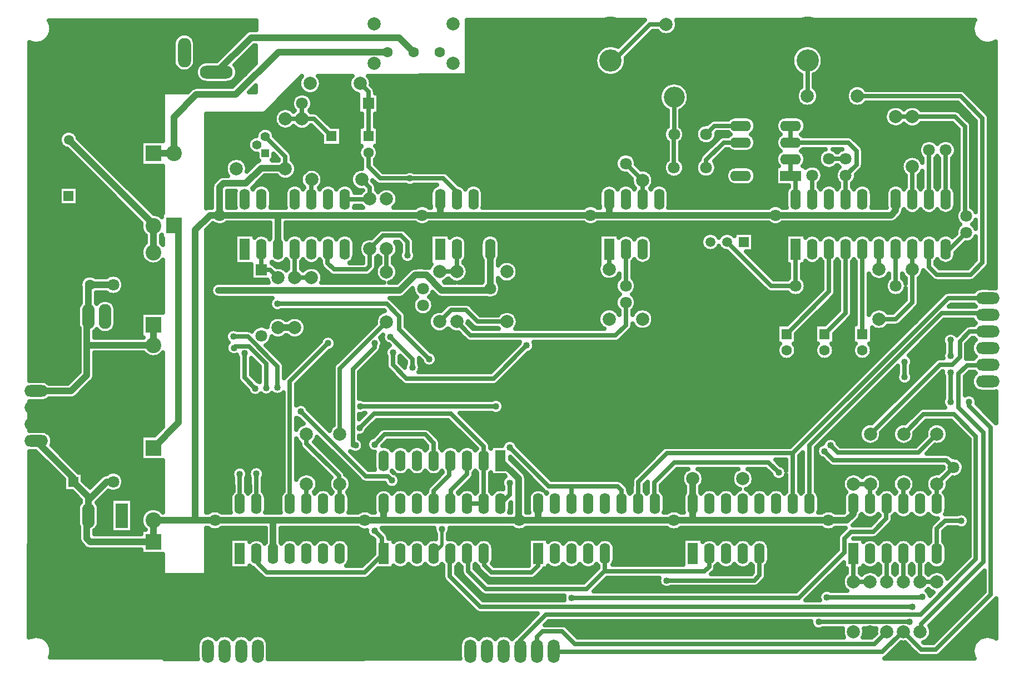
<source format=gbr>
G04 DipTrace 3.3.1.1*
G04 Top.gbr*
%MOMM*%
G04 #@! TF.FileFunction,Copper,L1,Top*
G04 #@! TF.Part,Single*
%AMOUTLINE0*
4,1,4,
-0.5657,0.5657,
0.5657,0.5657,
0.5657,-0.5657,
-0.5657,-0.5657,
-0.5657,0.5657,
0*%
G04 #@! TA.AperFunction,Conductor*
%ADD13C,0.66*%
%ADD14C,1.0*%
%ADD15C,0.5*%
G04 #@! TA.AperFunction,CopperBalancing*
%ADD16C,0.635*%
G04 #@! TA.AperFunction,ComponentPad*
%ADD17C,1.8*%
%ADD18R,1.6X1.6*%
%ADD19C,1.6*%
%ADD20C,3.2*%
%ADD21R,1.5X1.5*%
%ADD22C,1.5*%
%ADD23R,1.8X1.8*%
%ADD24R,2.4X2.4*%
%ADD25C,2.4*%
%ADD26O,5.0X2.0*%
%ADD27O,4.5X2.0*%
%ADD28O,2.0X4.5*%
%ADD29C,4.5*%
%ADD30C,3.4*%
%ADD31C,1.4*%
%ADD32C,2.0*%
%ADD33C,2.0*%
%ADD34R,1.6X3.2*%
%ADD35O,1.6X3.2*%
%ADD36R,1.9X3.8*%
%ADD37O,1.9X3.8*%
%ADD38R,3.2X1.6*%
%ADD39O,3.2X1.6*%
%ADD40C,1.6*%
%ADD41O,3.6X1.8*%
%ADD42O,1.8X3.6*%
%ADD43C,1.8*%
G04 #@! TA.AperFunction,ViaPad*
%ADD44C,1.016*%
G04 #@! TA.AperFunction,ComponentPad*
%ADD101OUTLINE0*%
%FSLAX35Y35*%
G04*
G71*
G90*
G75*
G01*
G04 Top*
%LPD*%
X14852977Y9146237D2*
D13*
X14853047Y9146307D1*
X15106680D1*
X13074420Y8760343D2*
X13328110Y8506653D1*
Y8506343D1*
X4303050Y9372307D2*
D14*
X4297487Y9366743D1*
Y9115477D1*
X6600417Y10389820D2*
X4942997D1*
X4293293Y9740117D1*
X3694757D1*
X3352017Y9397377D1*
Y8846307D1*
X3036937Y8841360D2*
X3041883Y8846307D1*
X3352017D1*
X3036937Y3247910D2*
Y2915953D1*
X1254217Y4456327D2*
X1820527Y3890017D1*
Y3833603D1*
X2049700Y3320167D2*
Y3604430D1*
X1820527Y3833603D1*
X2426887Y3836230D2*
X2330233D1*
X2049700Y3555697D1*
Y3320167D1*
X2026267Y3296733D1*
Y2966333D1*
X2076647Y2915953D1*
X3036937D1*
Y3247910D2*
X3036967Y3247940D1*
X3975593D1*
X4862990D1*
X6259707D1*
X6547280D1*
X8613270D1*
X8901307D1*
X10967010D1*
X11254733D1*
X13320633D1*
X13701330Y3500257D2*
X13696740Y3495667D1*
Y3344727D1*
X13599953Y3247940D1*
X13320633D1*
X11254733Y3500257D2*
Y3247940D1*
X11254693Y3881500D2*
X11254733Y3881460D1*
Y3500257D1*
X8901307D2*
Y3247940D1*
X6547280Y3500257D2*
Y3247940D1*
X4862990Y2738257D2*
Y3247940D1*
X3975593D2*
X3672793D1*
Y7673420D1*
X3900520Y7901147D1*
X4049247D1*
X4938880Y6184437D2*
X5192477D1*
X4049247Y7901147D2*
X4939077D1*
X7133083D1*
X7406277D1*
X9697223D1*
X9703417Y7907340D1*
X9697223Y7901147D2*
X9980480D1*
X12513703D1*
X12514637Y7900213D1*
X14272380D1*
X14344463Y7972297D1*
Y8142767D1*
X4939077Y7380767D2*
Y7901147D1*
X7406277Y8142767D2*
Y7901147D1*
X9980480Y8142767D2*
Y7901147D1*
X8613270Y3247940D2*
X8602020Y3259190D1*
Y3881527D1*
X8325407Y4158140D1*
X5049683Y8607110D2*
X5035943Y8620850D1*
X4684603D1*
X4447930Y8384177D1*
X4107307D1*
X4049247Y8326117D1*
Y7901147D1*
X5049683Y8607110D2*
D13*
X5049020Y8607773D1*
Y8793180D1*
X4742567Y9099630D1*
X10849810Y10809920D2*
X10598567D1*
X10001053Y10212407D1*
Y10258243D1*
X7661017Y6275843D2*
X7869670Y6067190D1*
X10079513D1*
X10234600Y6222277D1*
Y6569387D1*
X7660277Y7380767D2*
X7661017Y7380027D1*
Y7037843D1*
X7395893D2*
X7661017D1*
X7660277Y8142767D2*
X7645857Y8157187D1*
Y8269177D1*
X7454253Y8460780D1*
X6945423D1*
X6491323D1*
X6314093Y8638010D1*
Y8853533D1*
X6188313Y9908510D2*
X6314087Y9782737D1*
Y9603890D1*
X6314093Y9603883D1*
Y9103533D1*
X5304087Y9603890D2*
X5304103Y9603873D1*
Y9369067D1*
X5049683Y9369110D2*
X5049727Y9369067D1*
X5304103D1*
X5750350Y9103533D2*
X5484817Y9369067D1*
X5304103D1*
X5700750Y5946887D2*
X5116990Y5363127D1*
Y3500257D1*
X5701077Y7380767D2*
X5692113Y7389730D1*
Y7168843D1*
X5788497Y7072460D1*
X6282463D1*
X6336040Y7126037D1*
Y7386373D1*
X6538283Y7588617D1*
X6810987D1*
X6908973Y7490630D1*
Y7287660D1*
X5370760Y3800693D2*
X5370990Y3800463D1*
Y3500257D1*
X8626857Y1254100D2*
Y1418997D1*
X9018663Y1810803D1*
X14722623D1*
X15565980Y2654160D1*
Y4529877D1*
X15230090Y4865767D1*
X14769397D1*
X14465653Y4562023D1*
X14479690Y5429670D2*
Y5663773D1*
X8880857Y1254100D2*
Y1466933D1*
X8966237Y1552313D1*
X9265473D1*
X9456850Y1360937D1*
X14021690D1*
X14208887Y1548133D1*
X9980480Y7380767D2*
X9980550Y7380697D1*
Y7077970D1*
X13957577Y4562023D2*
X15016563Y5621010D1*
X15207560D1*
X15321037Y5734487D1*
Y5977090D1*
X15471117Y6127170D1*
X15746220D1*
X2070527Y6839480D2*
D14*
X2049700Y6818653D1*
Y6355347D1*
X2070527Y6839480D2*
X2071493Y6838513D1*
X2426887D1*
X2049700Y6355347D2*
X2027280Y6332927D1*
Y5919940D1*
Y5460197D1*
X1785410Y5218327D1*
X1254217D1*
X3036937Y6228387D2*
Y5919940D1*
X2027280D1*
X8168277Y7380767D2*
X8168413Y7380630D1*
Y6782447D1*
X8141080Y6755113D1*
X7429050D1*
X7195833Y6988330D1*
X7026197D1*
X6792980Y6755113D1*
X4033330D1*
X3352017Y7741307D2*
X3421157D1*
Y4737130D1*
X3036937Y4352910D1*
X6336040Y8148373D2*
D13*
X6330433Y8142767D1*
X5955077D1*
X6211207Y8444273D2*
X6336040Y8319440D1*
Y8148373D1*
X5449207Y8444273D2*
X5447077Y8442143D1*
Y8142767D1*
X6590360Y7385243D2*
X6590230Y7385113D1*
Y7035633D1*
X6117560Y4389950D2*
X6075443D1*
Y5550787D1*
X6408613Y5883957D1*
Y5948323D1*
X6590230Y6273633D2*
X5879237Y5562640D1*
Y4562693D1*
Y3800693D2*
X5878990Y3800447D1*
Y3500257D1*
X5370760Y4562693D2*
Y4418223D1*
X5866787Y3922197D1*
Y3800693D1*
X5879237D1*
X4592030Y5258520D2*
X4427480Y5423070D1*
Y5794000D1*
X7309280Y2738257D2*
D15*
X7434930Y2863907D1*
Y3114533D1*
X4267043Y5877517D2*
D13*
X4288113Y5898587D1*
X4494610D1*
X4756100Y5637097D1*
Y5265167D1*
X8254607Y4984120D2*
X6187627D1*
X4258363Y6050317D2*
X4475493D1*
X4929397Y5596413D1*
Y5272820D1*
X4608990Y2738257D2*
X4640130Y2707117D1*
Y2580257D1*
X4770337Y2450050D1*
X6259073D1*
X6547280Y2738257D1*
X6518357Y2767180D1*
Y2977320D1*
X6409407Y3086270D1*
Y4404427D2*
X6561833Y4556853D1*
X7176577D1*
X7309407Y4424023D1*
Y4158140D1*
X7563407D2*
X7546807Y4141540D1*
Y3933233D1*
X7309280Y3695707D1*
Y3500257D1*
X7563280D2*
X7573267Y3510243D1*
Y3706860D1*
X7817407Y3951000D1*
Y4158140D1*
X6673277Y3854647D2*
X6609247Y3918677D1*
X6273723D1*
X5284793Y4907607D1*
X4354990Y3952207D2*
Y3500257D1*
X8071407Y4158140D2*
X8071280Y4158013D1*
Y3500257D1*
X7817280D2*
X8071280D1*
X8071407Y4158140D2*
Y4375783D1*
X7571310Y4875880D1*
X6400270D1*
X6177333Y4652943D1*
X4608990Y3956933D2*
Y3500257D1*
X7817280Y2738257D2*
X7833273Y2722263D1*
Y2468810D1*
X8103627Y2198457D1*
X9636713D1*
X9917307Y2479050D1*
Y2738257D1*
X11508733D2*
X11502960Y2732483D1*
Y2538767D1*
X11432537Y2468343D1*
X9917307D1*
Y2479050D1*
X8071280Y2738257D2*
X8080343Y2729193D1*
Y2561560D1*
X8189197Y2452707D1*
X8798783D1*
X8901307Y2555230D1*
Y2738257D1*
X10856433Y2329637D2*
X12192453D1*
X12270733Y2407917D1*
Y2738257D1*
X10171307Y3500257D2*
Y3704297D1*
X10110897Y3764707D1*
X9409307D1*
Y3500257D1*
X8325280D2*
X8466970Y3641947D1*
Y3819390D1*
Y4358057D2*
X9060320Y3764707D1*
X9409307D1*
X12778733Y3500257D2*
Y4270047D1*
X15143857Y6635170D1*
X15746220D1*
X10425307Y3500257D2*
Y3835160D1*
X10860193Y4270047D1*
X12778733D1*
X15746220Y6381170D2*
X15722773Y6404617D1*
X15041413D1*
X13032733Y4395937D1*
Y3500257D1*
X10679307D2*
X10667377Y3512187D1*
Y3823203D1*
X10976173Y4132000D1*
X12406720D1*
X12564270Y3974450D1*
X3036937Y7736360D2*
D14*
Y7333387D1*
X1750047Y9051523D2*
X3036937Y7764633D1*
Y7736360D1*
X10234480Y7380767D2*
D13*
X10234600Y7380647D1*
Y6823387D1*
X13761183Y9717703D2*
X13764557Y9714330D1*
X15330850D1*
X15666357Y9378823D1*
Y7175153D1*
X15483353Y6992150D1*
X14972467D1*
X14852467Y7112150D1*
Y7380767D1*
X12999183Y9717703D2*
X13001053Y9719573D1*
Y10258243D1*
X5193077Y7380767D2*
X5192477Y7380167D1*
Y6946437D1*
X5446943D2*
X5192477D1*
X4685077Y7380767D2*
X4684993Y7380683D1*
Y7070787D1*
X4938880Y6946437D2*
X4814530Y7070787D1*
X4684993D1*
X14971417Y4561943D2*
X14687020Y4277547D1*
X13463927D1*
X13350690Y4390783D1*
X7240973Y5705273D2*
X6784480Y6161767D1*
Y6359270D1*
X6595870Y6547880D1*
X4928813D1*
X10488123Y8432947D2*
X10488480Y8432590D1*
Y8142767D1*
X10233917Y8688343D2*
X10488123Y8434137D1*
Y8432947D1*
X14971417Y3799943D2*
X14971330Y3799857D1*
Y3500257D1*
X15225893Y4053183D2*
X14972653Y3799943D1*
X14971417D1*
X15225893Y4053183D2*
X15116700Y4162377D1*
X13398273D1*
X13259630Y4301020D1*
X6983330Y5580320D2*
Y5708080D1*
X6647103Y6044307D1*
X7563280Y2738257D2*
X7551387Y2750150D1*
Y2395220D1*
X8019350Y1927257D1*
X14593960D1*
X12746660Y8754437D2*
Y8500437D1*
X12820467Y8426630D1*
Y8142767D1*
X11984660Y9008437D2*
X11722250D1*
X11455963Y8742150D1*
Y8626173D1*
X11984660Y9262437D2*
X11983813Y9263283D1*
X11586197D1*
X11456897Y9133983D1*
X4000247Y10081673D2*
D14*
X4525707Y10607133D1*
X6783403D1*
X7000717Y10389820D1*
X6687797Y5804623D2*
D13*
Y5615570D1*
X6895753Y5407613D1*
X8219133D1*
X8723273Y5911753D1*
X7395893Y6275843D2*
X7573700Y6453650D1*
X7798403D1*
X7976217Y6275837D1*
X8422477D1*
X13957577Y3800023D2*
X13703263D1*
X13957577D2*
X13955330Y3797777D1*
Y3500257D1*
X13701473Y2310133D2*
X13701330Y2310277D1*
Y2738257D1*
X13955227Y2310133D2*
X13701473D1*
X14717330Y2738257D2*
X14717633Y2737953D1*
Y2310133D1*
X14971490D2*
X14717633D1*
X14209330Y3500257D2*
X14201103Y3492030D1*
Y3272937D1*
X14001187Y3073020D1*
X13663100D1*
X13560200Y2970120D1*
Y2755510D1*
X12870437Y2065747D1*
X9409203D1*
X13296010Y2074130D2*
X14743900D1*
X14749110Y2079340D1*
X13170793Y1698213D2*
X14554480D1*
X15345090Y3239290D2*
X15093010D1*
X14971330Y3117610D1*
Y2738257D1*
X14465653Y3800023D2*
X14463330Y3797700D1*
Y3500257D1*
X14209330Y2738257D2*
X14208887Y2737813D1*
Y2310133D1*
X14463330Y2738257D2*
X14463373Y2738213D1*
Y2310133D1*
X14717633Y1548133D2*
X14733423Y1563923D1*
Y1662477D1*
X15681097Y2610150D1*
Y4589393D1*
X15301537Y4968953D1*
Y5481550D1*
X15430667Y5610680D1*
X15737730D1*
X15746220Y5619170D1*
X9134857Y1254100D2*
X9150827Y1238130D1*
X14142650D1*
X14452653Y1548133D1*
X14463373D1*
X14735807Y1275700D1*
X14956277D1*
X15794110Y2113533D1*
Y4664390D1*
X15461613Y4996887D1*
Y5052333D1*
X15180613D2*
Y5501847D1*
Y5754093D2*
Y5996637D1*
X12683590Y6088587D2*
X13328463Y6733460D1*
Y7380767D1*
X13260910Y6088587D2*
X13582463Y6410140D1*
Y7380767D1*
X13836467D2*
X13836953Y7380280D1*
Y6088587D1*
X14090467Y7380767D2*
X14090587Y7380647D1*
Y7076507D1*
X14344340Y6821137D2*
X14344463Y6821260D1*
Y7380767D1*
X14598467D2*
X14598260Y7380560D1*
Y7074637D1*
X14090587Y6314507D2*
X14342037D1*
X14598260Y6570730D1*
Y7074637D1*
X14597997Y8640020D2*
X14598467Y8639550D1*
Y8142767D1*
X14597997Y9402020D2*
X14597847Y9402170D1*
X14343770D1*
X15420767Y7888683D2*
X15397263Y7912187D1*
Y9253517D1*
X15248760Y9402020D1*
X14597997D1*
X15420767Y7634683D2*
X15166850Y7380767D1*
X15106463D1*
X15106680Y8892307D2*
X15106463Y8892090D1*
Y8142767D1*
X14852977Y8892237D2*
X14852467Y8891727D1*
Y8142767D1*
X12820463Y7380767D2*
X12819700Y7380003D1*
Y6821137D1*
X11777960Y7491553D2*
X12448377Y6821137D1*
X12819700D1*
X10968783Y9133547D2*
X10967850Y9132613D1*
Y8625737D1*
X10969727Y9700067D2*
X10968783Y9699123D1*
Y9133547D1*
X13582533Y8506343D2*
X13582463Y8506273D1*
Y8142767D1*
X13582533Y8506343D2*
X13747427Y8671237D1*
Y8882083D1*
X13621073Y9008437D1*
X12746660D1*
Y9262437D2*
Y9008437D1*
X13328110Y8760343D2*
X13582533D1*
X13074420Y8506343D2*
X13074467Y8506297D1*
Y8142767D1*
D44*
X6945423Y8460780D3*
X5700750Y5946887D3*
X6908973Y7287660D3*
X14479690Y5429670D3*
Y5663773D3*
X4033330Y6755113D3*
X6117560Y4389950D3*
X6408613Y5948323D3*
X4592030Y5258520D3*
X4427480Y5794000D3*
X7434930Y3114533D3*
X4267043Y5877517D3*
X4756100Y5265167D3*
X8254607Y4984120D3*
X6187627D3*
X4258363Y6050317D3*
X4929397Y5272820D3*
X6409407Y3086270D3*
Y4404427D3*
X6673277Y3854647D3*
X5284793Y4907607D3*
X4354990Y3952207D3*
X6177333Y4652943D3*
X4608990Y3956933D3*
X10856433Y2329637D3*
X8466970Y3819390D3*
Y4358057D3*
X12564270Y3974450D3*
X13350690Y4390783D3*
X7240973Y5705273D3*
X4928813Y6547880D3*
X13259630Y4301020D3*
X6983330Y5580320D3*
X6647103Y6044307D3*
X14593960Y1927257D3*
X6687797Y5804623D3*
X8723273Y5911753D3*
X9409203Y2065747D3*
X13296010Y2074130D3*
X14749110Y2079340D3*
X13170793Y1698213D3*
X14554480D3*
X15345090Y3239290D3*
X15461613Y5052333D3*
X15180613D3*
Y5501847D3*
Y5754093D3*
Y5996637D3*
X13097370Y9142487D3*
X6027770Y2308570D3*
X14957520Y6123350D3*
X15260660Y2010887D3*
X3363350Y1787143D3*
X1483550Y10809610D2*
D16*
X4595693D1*
X1492390Y10746443D2*
X4595693D1*
X1483823Y10683277D2*
X4429623D1*
X1455293Y10620110D2*
X3380900D1*
X3639513D2*
X4366460D1*
X1394953Y10556943D2*
X3344350D1*
X3676153D2*
X4303297D1*
X1159800Y10493777D2*
X3336603D1*
X3683900D2*
X4240133D1*
X1159800Y10430610D2*
X3336603D1*
X3683900D2*
X4176967D1*
X4521440D2*
X4595327D1*
X1159707Y10367443D2*
X3336603D1*
X3683900D2*
X4113803D1*
X4458277D2*
X4595237D1*
X1159707Y10304277D2*
X3336603D1*
X3683900D2*
X4050640D1*
X4395110D2*
X4595147D1*
X1159617Y10241110D2*
X3337333D1*
X3683170D2*
X3793243D1*
X4331947D2*
X4595053D1*
X1159617Y10177943D2*
X3356290D1*
X3664213D2*
X3707110D1*
X4293393D2*
X4558870D1*
X1159527Y10114777D2*
X3415263D1*
X3605240D2*
X3679950D1*
X4320553D2*
X4495707D1*
X1159433Y10051610D2*
X3679313D1*
X4321193D2*
X4432540D1*
X1159433Y9988443D2*
X3705017D1*
X4295490D2*
X4369377D1*
X1159343Y9925277D2*
X3784493D1*
X4216010D2*
X4306213D1*
X1159343Y9862110D2*
X4243050D1*
X1159250Y9798943D2*
X3581330D1*
X4524357D2*
X4594507D1*
X1159250Y9735777D2*
X3176827D1*
X1159160Y9672610D2*
X3176917D1*
X1159070Y9609443D2*
X3176917D1*
X1159070Y9546277D2*
X3176917D1*
X1158977Y9483110D2*
X3177007D1*
X1158977Y9419943D2*
X3177007D1*
X1158887Y9356777D2*
X3177007D1*
X1158887Y9293610D2*
X3177007D1*
X1158797Y9230443D2*
X3177100D1*
X1158703Y9167277D2*
X1660980D1*
X1839110D2*
X3177100D1*
X1158703Y9104110D2*
X1611487D1*
X1888600D2*
X3177100D1*
X1158613Y9040943D2*
X1601827D1*
X1932807D2*
X3177190D1*
X1158613Y8977777D2*
X1621967D1*
X1996060D2*
X2843323D1*
X1158523Y8914610D2*
X1704910D1*
X2059227D2*
X2843323D1*
X1158430Y8851443D2*
X1777920D1*
X2122390D2*
X2843323D1*
X1158430Y8788277D2*
X1841083D1*
X2185553D2*
X2843323D1*
X1158340Y8725110D2*
X1904247D1*
X2248717D2*
X2843323D1*
X1158340Y8661943D2*
X1967410D1*
X2311883D2*
X2843323D1*
X1158250Y8598777D2*
X2030577D1*
X2375047D2*
X3177373D1*
X1158250Y8535610D2*
X2093740D1*
X2438210D2*
X3177373D1*
X1158157Y8472443D2*
X2156903D1*
X2501373D2*
X3177373D1*
X1158067Y8409277D2*
X2220067D1*
X2564537D2*
X3177463D1*
X1158067Y8346110D2*
X2283230D1*
X2627703D2*
X3177463D1*
X1157977Y8282943D2*
X1599730D1*
X1896987D2*
X2346397D1*
X2690867D2*
X3177463D1*
X1157977Y8219777D2*
X1599730D1*
X1896987D2*
X2409560D1*
X2754030D2*
X3177553D1*
X1157883Y8156610D2*
X1599730D1*
X1896987D2*
X2472723D1*
X2817193D2*
X3177553D1*
X1157883Y8093443D2*
X1599730D1*
X1896987D2*
X2535887D1*
X2880360D2*
X3177553D1*
X1157793Y8030277D2*
X2599050D1*
X2943523D2*
X3177647D1*
X1157703Y7967110D2*
X2662217D1*
X3006687D2*
X3177647D1*
X1157703Y7903943D2*
X2725380D1*
X3126907D2*
X3158413D1*
X1157610Y7840777D2*
X2788543D1*
X1157610Y7777610D2*
X2847880D1*
X1157520Y7714443D2*
X2844600D1*
X1157520Y7651277D2*
X2863740D1*
X1157430Y7588110D2*
X2913323D1*
X1157337Y7524943D2*
X2913323D1*
X1157337Y7461777D2*
X2894273D1*
X1157247Y7398610D2*
X2854990D1*
X1157247Y7335443D2*
X2843323D1*
X1157157Y7272277D2*
X2853530D1*
X1157157Y7209110D2*
X2890443D1*
X1157063Y7145943D2*
X3178010D1*
X1156973Y7082777D2*
X3178010D1*
X1156973Y7019610D2*
X3178100D1*
X1156883Y6956443D2*
X1974610D1*
X2166413D2*
X2316500D1*
X2537287D2*
X3178100D1*
X1156883Y6893277D2*
X1927033D1*
X2580670D2*
X3178100D1*
X1156790Y6830110D2*
X1917190D1*
X2590333D2*
X3178193D1*
X1156790Y6766943D2*
X1926030D1*
X2573287D2*
X3178193D1*
X1156700Y6703777D2*
X1926030D1*
X2173340D2*
X2339377D1*
X2514407D2*
X3178193D1*
X1156610Y6640610D2*
X1926030D1*
X2173340D2*
X3178283D1*
X1156610Y6577443D2*
X1926030D1*
X2173340D2*
X2196460D1*
X2410957D2*
X3178283D1*
X1156517Y6514277D2*
X1894220D1*
X2459173D2*
X3178283D1*
X1156517Y6451110D2*
X1881097D1*
X2472300D2*
X3178283D1*
X1156427Y6387943D2*
X1881097D1*
X2472300D2*
X2843323D1*
X1156427Y6324777D2*
X1881097D1*
X2472300D2*
X2843323D1*
X1156333Y6261610D2*
X1881097D1*
X2472300D2*
X2843323D1*
X1156243Y6198443D2*
X1893310D1*
X2460083D2*
X2843323D1*
X1156243Y6135277D2*
X1903610D1*
X2159487D2*
X2193910D1*
X2413510D2*
X2843323D1*
X1156153Y6072110D2*
X1903610D1*
X2150917D2*
X2843323D1*
X1156153Y6008943D2*
X1903610D1*
X1156060Y5945777D2*
X1903610D1*
X1156060Y5882610D2*
X1903610D1*
X1155970Y5819443D2*
X1903610D1*
X1155880Y5756277D2*
X1903610D1*
X2150917D2*
X2939573D1*
X3134383D2*
X3178647D1*
X1155880Y5693110D2*
X1903610D1*
X2150917D2*
X3178647D1*
X1155787Y5629943D2*
X1903610D1*
X2150917D2*
X3178647D1*
X1155787Y5566777D2*
X1903610D1*
X2150917D2*
X3178740D1*
X1155697Y5503610D2*
X1898503D1*
X2150917D2*
X3178740D1*
X1155697Y5440443D2*
X1835340D1*
X2149277D2*
X3178740D1*
X1155607Y5377277D2*
X1772177D1*
X2116557D2*
X3178830D1*
X2053393Y5314110D2*
X3178830D1*
X1990227Y5250943D2*
X3178830D1*
X1927063Y5187777D2*
X3178920D1*
X1862260Y5124610D2*
X3178920D1*
X1361870Y5061443D2*
X3178920D1*
X1155333Y4998277D2*
X3179013D1*
X1155240Y4935110D2*
X3179013D1*
X1155150Y4871943D2*
X3179013D1*
X1155150Y4808777D2*
X3179103D1*
X1155060Y4745610D2*
X3179103D1*
X1155060Y4682443D2*
X3179103D1*
X1154967Y4619277D2*
X3131070D1*
X1472157Y4556110D2*
X3067907D1*
X1503510Y4492943D2*
X2843323D1*
X1505607Y4429777D2*
X2843323D1*
X1516180Y4366610D2*
X2843323D1*
X1579343Y4303443D2*
X2843323D1*
X1154693Y4240277D2*
X1298037D1*
X1642507D2*
X2843323D1*
X1154603Y4177110D2*
X1361200D1*
X1705670D2*
X2843323D1*
X1154603Y4113943D2*
X1424363D1*
X1768833D2*
X3179377D1*
X1154513Y4050777D2*
X1487527D1*
X1832000D2*
X3179377D1*
X1154420Y3987610D2*
X1550693D1*
X1895163D2*
X2377840D1*
X2475943D2*
X3179467D1*
X1154420Y3924443D2*
X1613857D1*
X1974187D2*
X2246590D1*
X2563443D2*
X3179467D1*
X1154330Y3861277D2*
X1666903D1*
X1974187D2*
X2183063D1*
X2588510D2*
X3179467D1*
X1154330Y3798110D2*
X1666903D1*
X2028237D2*
X2119897D1*
X2585867D2*
X3179560D1*
X1154240Y3734943D2*
X1666903D1*
X2553600D2*
X3179560D1*
X1154240Y3671777D2*
X1810093D1*
X2338040D2*
X3179560D1*
X1154147Y3608610D2*
X1873257D1*
X2274877D2*
X3179560D1*
X1154057Y3545443D2*
X1926030D1*
X2211713D2*
X2389050D1*
X2726323D2*
X3179650D1*
X1154057Y3482277D2*
X1895587D1*
X2203783D2*
X2389050D1*
X2726323D2*
X3179650D1*
X1153967Y3419110D2*
X1881097D1*
X2218277D2*
X2389050D1*
X2726323D2*
X2954610D1*
X3119250D2*
X3179650D1*
X1153967Y3355943D2*
X1881097D1*
X2218367D2*
X2389050D1*
X2726323D2*
X2877593D1*
X1153873Y3292777D2*
X1881097D1*
X2218367D2*
X2389050D1*
X2726323D2*
X2848790D1*
X1153873Y3229610D2*
X1881097D1*
X2218367D2*
X2389050D1*
X2726323D2*
X2844233D1*
X1153783Y3166443D2*
X1892033D1*
X2207337D2*
X2389050D1*
X2726323D2*
X2861917D1*
X1153693Y3103277D2*
X1902607D1*
X2163223D2*
X2389050D1*
X2726323D2*
X2911590D1*
X1153693Y3040110D2*
X1902607D1*
X2149917D2*
X2843323D1*
X1153600Y2976943D2*
X1902607D1*
X1153600Y2913777D2*
X1915093D1*
X1153510Y2850610D2*
X1969780D1*
X1153510Y2787443D2*
X2843323D1*
X1153417Y2724277D2*
X3180017D1*
X1153327Y2661110D2*
X3180017D1*
X1153327Y2597943D2*
X3180017D1*
X1153237Y2534777D2*
X3180107D1*
X1153237Y2471610D2*
X3180107D1*
X1153143Y2408443D2*
X3180107D1*
X1153143Y2345277D2*
X3180197D1*
X1153053Y2282110D2*
X3180197D1*
X1152963Y2218943D2*
X3180197D1*
X1152963Y2155777D2*
X3180290D1*
X1152870Y2092610D2*
X3180290D1*
X1152870Y2029443D2*
X3180290D1*
X1152780Y1966277D2*
X3180380D1*
X1152780Y1903110D2*
X3180380D1*
X1152690Y1839943D2*
X3180380D1*
X1152597Y1776777D2*
X3180380D1*
X1152597Y1713610D2*
X3180470D1*
X1152507Y1650443D2*
X3180470D1*
X1152507Y1587277D2*
X3180470D1*
X1152417Y1524110D2*
X3180563D1*
X1365423Y1460943D2*
X3180563D1*
X1442533Y1397777D2*
X3180563D1*
X1477990Y1334610D2*
X3180653D1*
X1491750Y1271443D2*
X3180653D1*
X1487923Y1208277D2*
X3180653D1*
X1629380Y8335687D2*
X1890627D1*
Y8051107D1*
X1606047D1*
Y8335687D1*
X1629380D1*
X1895540Y3980893D2*
X1967817D1*
Y3852103D1*
X2074063Y3745940D1*
X2254060Y3925417D1*
X2268950Y3936237D1*
X2285350Y3944593D1*
X2302853Y3950280D1*
X2321067Y3953160D1*
X2334433Y3963480D1*
X2355480Y3976377D1*
X2378280Y3985823D1*
X2402280Y3991583D1*
X2426887Y3993520D1*
X2451493Y3991583D1*
X2475493Y3985823D1*
X2498293Y3976377D1*
X2519340Y3963480D1*
X2538107Y3947450D1*
X2554137Y3928683D1*
X2567033Y3907637D1*
X2576480Y3884837D1*
X2582240Y3860837D1*
X2584177Y3836230D1*
X2582240Y3811623D1*
X2576480Y3787623D1*
X2567033Y3764823D1*
X2554137Y3743777D1*
X2538107Y3725010D1*
X2519340Y3708980D1*
X2498293Y3696083D1*
X2475493Y3686637D1*
X2451493Y3680877D1*
X2426887Y3678940D1*
X2402280Y3680877D1*
X2378280Y3686637D1*
X2355787Y3695943D1*
X2176447Y3516570D1*
X2188073Y3499963D1*
X2199637Y3477273D1*
X2207507Y3453053D1*
X2211490Y3427900D1*
X2211990Y3368500D1*
X2211490Y3212433D1*
X2207507Y3187280D1*
X2199637Y3163060D1*
X2188073Y3140370D1*
X2173107Y3119767D1*
X2155100Y3101760D1*
X2143560Y3092847D1*
X2143557Y3033230D1*
X2849653Y3033243D1*
X2849647Y3103243D1*
X2917917D1*
X2904503Y3115477D1*
X2885417Y3137823D1*
X2870060Y3162883D1*
X2858813Y3190033D1*
X2851953Y3218610D1*
X2849647Y3247910D1*
X2851953Y3277210D1*
X2858813Y3305787D1*
X2870060Y3332937D1*
X2885417Y3357997D1*
X2904503Y3380343D1*
X2926850Y3399430D1*
X2951910Y3414787D1*
X2979060Y3426033D1*
X3007637Y3432893D1*
X3036937Y3435200D1*
X3066237Y3432893D1*
X3094813Y3426033D1*
X3121963Y3414787D1*
X3147023Y3399430D1*
X3169370Y3380343D1*
X3182733Y3365260D1*
X3186050Y3385960D1*
X3185700Y4165530D1*
X2849647Y4165620D1*
Y4540200D1*
X3058280D1*
X3185440Y4667287D1*
X3184963Y5805243D1*
X3169370Y5787507D1*
X3147023Y5768420D1*
X3121963Y5753063D1*
X3094813Y5741817D1*
X3066237Y5734957D1*
X3036937Y5732650D1*
X3007637Y5734957D1*
X2979060Y5741817D1*
X2951910Y5753063D1*
X2926850Y5768420D1*
X2904503Y5787507D1*
X2891070Y5802680D1*
X2144527Y5802650D1*
X2144210Y5450993D1*
X2141330Y5432817D1*
X2135643Y5415310D1*
X2127287Y5398913D1*
X2116467Y5384023D1*
X2060720Y5327763D1*
X1861583Y5129140D1*
X1846693Y5118320D1*
X1830297Y5109963D1*
X1812790Y5104277D1*
X1794613Y5101397D1*
X1715410Y5101037D1*
X1448990D1*
X1436670Y5091077D1*
X1415623Y5078180D1*
X1392823Y5068733D1*
X1368823Y5062973D1*
X1344217Y5061037D1*
X1164217D1*
X1148953Y5061867D1*
X1148627Y4612910D1*
X1187550Y4613617D1*
X1356557Y4613133D1*
X1380937Y4609270D1*
X1404410Y4601643D1*
X1426400Y4590440D1*
X1446370Y4575930D1*
X1463820Y4558480D1*
X1478330Y4538510D1*
X1489533Y4516520D1*
X1497160Y4493047D1*
X1501023Y4468667D1*
Y4443987D1*
X1497160Y4419607D1*
X1489533Y4396133D1*
X1486607Y4389780D1*
X1895483Y3980933D1*
X1802023Y3686313D2*
X1673237D1*
Y3871430D1*
X1245643Y4299027D1*
X1164217Y4299037D1*
X1148380Y4299937D1*
X1146020Y1459447D1*
X1165187Y1468417D1*
X1182283Y1474723D1*
X1199820Y1479670D1*
X1217693Y1483227D1*
X1235790Y1485367D1*
X1254000Y1486083D1*
X1272210Y1485367D1*
X1290307Y1483227D1*
X1308180Y1479670D1*
X1325717Y1474723D1*
X1342813Y1468417D1*
X1359363Y1460787D1*
X1375263Y1451883D1*
X1390417Y1441760D1*
X1404727Y1430477D1*
X1418107Y1418107D1*
X1430477Y1404727D1*
X1441760Y1390417D1*
X1451883Y1375263D1*
X1460787Y1359363D1*
X1468417Y1342813D1*
X1474723Y1325717D1*
X1479670Y1308180D1*
X1483227Y1290307D1*
X1485367Y1272210D1*
X1486083Y1254000D1*
X1485367Y1235790D1*
X1483227Y1217693D1*
X1479670Y1199820D1*
X1474723Y1182283D1*
X1465110Y1158010D1*
X3186987Y1154457D1*
X3186347Y2728707D1*
X2849647Y2728663D1*
Y2798753D1*
X2076647Y2798663D1*
X2058300Y2800107D1*
X2040403Y2804403D1*
X2023397Y2811447D1*
X2007707Y2821063D1*
X1993687Y2833043D1*
X1937080Y2890160D1*
X1926260Y2905050D1*
X1917903Y2921447D1*
X1912217Y2938953D1*
X1909337Y2957130D1*
X1908977Y3036333D1*
Y3144340D1*
X1899763Y3163060D1*
X1891893Y3187280D1*
X1887910Y3212433D1*
X1887410Y3271833D1*
X1887910Y3427900D1*
X1891893Y3453053D1*
X1899763Y3477273D1*
X1911327Y3499963D1*
X1926293Y3520567D1*
X1932410Y3527180D1*
Y3555733D1*
X1801967Y3686290D1*
X1723977Y8911743D2*
X1706077Y8916197D1*
X1685450Y8924743D1*
X1666410Y8936407D1*
X1649433Y8950910D1*
X1634930Y8967887D1*
X1623267Y8986927D1*
X1614720Y9007553D1*
X1609510Y9029263D1*
X1607757Y9051523D1*
X1609510Y9073783D1*
X1614720Y9095493D1*
X1623267Y9116120D1*
X1634930Y9135160D1*
X1649433Y9152137D1*
X1666410Y9166640D1*
X1685450Y9178303D1*
X1706077Y9186850D1*
X1727787Y9192060D1*
X1750047Y9193813D1*
X1772307Y9192060D1*
X1794017Y9186850D1*
X1814643Y9178303D1*
X1833683Y9166640D1*
X1850660Y9152137D1*
X1865163Y9135160D1*
X1876827Y9116120D1*
X1885373Y9095493D1*
X1889827Y9077593D1*
X3043930Y7923513D1*
X3066237Y7921343D1*
X3094813Y7914483D1*
X3121963Y7903237D1*
X3147023Y7887880D1*
X3164690Y7873123D1*
X3164727Y7928597D1*
X3183960D1*
X3183687Y8654097D1*
X2849647Y8654070D1*
Y9028650D1*
X3183513D1*
X3183587Y9747797D1*
X3185607Y9754980D1*
X3189253Y9761493D1*
X3194317Y9766977D1*
X3200520Y9771127D1*
X3207520Y9773713D1*
X3214943Y9774593D1*
X3541823Y9772613D1*
X3566063Y9777297D1*
X3618583Y9829303D1*
X3633473Y9840123D1*
X3649870Y9848480D1*
X3667377Y9854167D1*
X3685553Y9857047D1*
X3764757Y9857407D1*
X4244640D1*
X4601373Y10214070D1*
X4601713Y10489777D1*
X4574303Y10489843D1*
X4276147Y10191700D1*
X4285587Y10180003D1*
X4299303Y10157620D1*
X4309350Y10133370D1*
X4315477Y10107843D1*
X4317537Y10081673D1*
X4315477Y10055503D1*
X4309350Y10029977D1*
X4299303Y10005727D1*
X4285587Y9983343D1*
X4268540Y9963380D1*
X4248577Y9946333D1*
X4226193Y9932617D1*
X4201943Y9922570D1*
X4176417Y9916443D1*
X4150247Y9914383D1*
X3850247D1*
X3824077Y9916443D1*
X3798550Y9922570D1*
X3774300Y9932617D1*
X3751917Y9946333D1*
X3731953Y9963380D1*
X3714907Y9983343D1*
X3701190Y10005727D1*
X3691143Y10029977D1*
X3685017Y10055503D1*
X3682957Y10081673D1*
X3685017Y10107843D1*
X3691143Y10133370D1*
X3701190Y10157620D1*
X3714907Y10180003D1*
X3731953Y10199967D1*
X3751917Y10217013D1*
X3774300Y10230730D1*
X3798550Y10240777D1*
X3824077Y10246903D1*
X3850297Y10248960D1*
X4001640Y10248963D1*
X4449533Y10696320D1*
X4464423Y10707140D1*
X4480820Y10715497D1*
X4498327Y10721183D1*
X4516503Y10724063D1*
X4601997Y10724423D1*
X4602150Y10872770D1*
X1450150Y10870070D1*
X1460787Y10851363D1*
X1468417Y10834813D1*
X1474723Y10817717D1*
X1479670Y10800180D1*
X1483227Y10782307D1*
X1485367Y10764210D1*
X1486083Y10746000D1*
X1485367Y10727790D1*
X1483227Y10709693D1*
X1479670Y10691820D1*
X1474723Y10674283D1*
X1468417Y10657187D1*
X1460787Y10640637D1*
X1451883Y10624737D1*
X1441760Y10609583D1*
X1430477Y10595273D1*
X1418107Y10581893D1*
X1404727Y10569523D1*
X1390417Y10558240D1*
X1375263Y10548117D1*
X1359363Y10539213D1*
X1342813Y10531583D1*
X1325717Y10525277D1*
X1308180Y10520330D1*
X1290307Y10516773D1*
X1272210Y10514633D1*
X1254000Y10513917D1*
X1235790Y10514633D1*
X1217693Y10516773D1*
X1199820Y10520330D1*
X1182283Y10525277D1*
X1165187Y10531583D1*
X1153483Y10536977D1*
X1149257Y5374887D1*
X1187550Y5375617D1*
X1356557Y5375133D1*
X1380937Y5371270D1*
X1404410Y5363643D1*
X1426400Y5352440D1*
X1446370Y5337930D1*
X1448883Y5335607D1*
X1736833Y5335617D1*
X1909937Y5508727D1*
X1909990Y6177790D1*
X1899763Y6198240D1*
X1891893Y6222460D1*
X1887910Y6247613D1*
X1887410Y6307013D1*
X1887910Y6463080D1*
X1891893Y6488233D1*
X1899763Y6512453D1*
X1911327Y6535143D1*
X1926293Y6555747D1*
X1932410Y6562360D1*
Y6788380D1*
X1927307Y6805097D1*
X1923690Y6827923D1*
Y6851037D1*
X1927307Y6873863D1*
X1934450Y6895847D1*
X1944940Y6916440D1*
X1958527Y6935137D1*
X1974870Y6951480D1*
X1993567Y6965067D1*
X2014160Y6975557D1*
X2036143Y6982700D1*
X2058970Y6986317D1*
X2082083D1*
X2104910Y6982700D1*
X2126893Y6975557D1*
X2147487Y6965067D1*
X2160683Y6955817D1*
X2322053Y6955803D1*
X2334433Y6965763D1*
X2355480Y6978660D1*
X2378280Y6988107D1*
X2402280Y6993867D1*
X2426887Y6995803D1*
X2451493Y6993867D1*
X2475493Y6988107D1*
X2498293Y6978660D1*
X2519340Y6965763D1*
X2538107Y6949733D1*
X2554137Y6930967D1*
X2567033Y6909920D1*
X2576480Y6887120D1*
X2582240Y6863120D1*
X2584177Y6838513D1*
X2582240Y6813907D1*
X2576480Y6789907D1*
X2567033Y6767107D1*
X2554137Y6746060D1*
X2538107Y6727293D1*
X2519340Y6711263D1*
X2498293Y6698367D1*
X2475493Y6688920D1*
X2451493Y6683160D1*
X2426887Y6681223D1*
X2402280Y6683160D1*
X2378280Y6688920D1*
X2355480Y6698367D1*
X2334433Y6711263D1*
X2322220Y6721233D1*
X2167030Y6721223D1*
X2166990Y6562443D1*
X2176650Y6551250D1*
X2188943Y6565103D1*
X2208307Y6581643D1*
X2230023Y6594947D1*
X2253550Y6604693D1*
X2278313Y6610640D1*
X2303700Y6612637D1*
X2329087Y6610640D1*
X2353850Y6604693D1*
X2377377Y6594947D1*
X2399093Y6581643D1*
X2418457Y6565103D1*
X2434997Y6545740D1*
X2448300Y6524023D1*
X2458047Y6500497D1*
X2463993Y6475733D1*
X2465990Y6450347D1*
Y6260347D1*
X2463993Y6234960D1*
X2458047Y6210197D1*
X2448300Y6186670D1*
X2434997Y6164953D1*
X2418457Y6145590D1*
X2399093Y6129050D1*
X2377377Y6115747D1*
X2353850Y6106000D1*
X2329087Y6100053D1*
X2303700Y6098057D1*
X2278313Y6100053D1*
X2253550Y6106000D1*
X2230023Y6115747D1*
X2208307Y6129050D1*
X2188943Y6145590D1*
X2176750Y6159443D1*
X2164457Y6145590D1*
X2144553Y6128693D1*
X2144570Y6037160D1*
X2890887Y6037230D1*
X2874227Y6041097D1*
X2849647D1*
Y6415677D1*
X3184607D1*
X3184330Y7217820D1*
X3169370Y7200953D1*
X3147023Y7181867D1*
X3121963Y7166510D1*
X3094813Y7155263D1*
X3066237Y7148403D1*
X3036937Y7146097D1*
X3007637Y7148403D1*
X2979060Y7155263D1*
X2951910Y7166510D1*
X2926850Y7181867D1*
X2904503Y7200953D1*
X2885417Y7223300D1*
X2870060Y7248360D1*
X2858813Y7275510D1*
X2851953Y7304087D1*
X2849647Y7333387D1*
X2851953Y7362687D1*
X2858813Y7391263D1*
X2870060Y7418413D1*
X2885417Y7443473D1*
X2904503Y7465820D1*
X2919677Y7479253D1*
X2919647Y7590327D1*
X2904503Y7603927D1*
X2885417Y7626273D1*
X2870060Y7651333D1*
X2858813Y7678483D1*
X2851953Y7707060D1*
X2849647Y7736360D1*
X2851953Y7765660D1*
X2854993Y7780690D1*
X1724103Y8911593D1*
X3184110Y7554017D2*
X3164727D1*
Y7599497D1*
X3154197Y7590493D1*
X3154227Y7479420D1*
X3169370Y7465820D1*
X3184227Y7448840D1*
X3184180Y7553967D1*
X3342960Y10506623D2*
X3345017Y10532843D1*
X3351143Y10558370D1*
X3361190Y10582620D1*
X3374907Y10605003D1*
X3391953Y10624967D1*
X3411917Y10642013D1*
X3434300Y10655730D1*
X3458550Y10665777D1*
X3484077Y10671903D1*
X3510247Y10673963D1*
X3536417Y10671903D1*
X3561943Y10665777D1*
X3586193Y10655730D1*
X3608577Y10642013D1*
X3628540Y10624967D1*
X3645587Y10605003D1*
X3659303Y10582620D1*
X3669350Y10558370D1*
X3675477Y10532843D1*
X3677537Y10506673D1*
X3677020Y10243547D1*
X3672913Y10217620D1*
X3664803Y10192653D1*
X3652883Y10169263D1*
X3637453Y10148027D1*
X3618893Y10129467D1*
X3597657Y10114037D1*
X3574267Y10102117D1*
X3549300Y10094007D1*
X3523373Y10089900D1*
X3497120D1*
X3471193Y10094007D1*
X3446227Y10102117D1*
X3422837Y10114037D1*
X3401600Y10129467D1*
X3383040Y10148027D1*
X3367610Y10169263D1*
X3355690Y10192653D1*
X3347580Y10217620D1*
X3343473Y10243547D1*
X3342957Y10303340D1*
Y10506217D1*
X2418743Y3577457D2*
X2719990D1*
Y3062877D1*
X2395410D1*
Y3577457D1*
X2418743D1*
X4601017Y9881967D2*
X4494673Y9775623D1*
X4600857Y9775783D1*
X4600987Y9882007D1*
X7824520Y10813140D2*
X10453593D1*
X11023377D2*
X15517473D1*
X7824520Y10749973D2*
X10390427D1*
X11012347D2*
X15507627D1*
X7824430Y10686807D2*
X10327263D1*
X10623610D2*
X10730220D1*
X10969417D2*
X15515283D1*
X7824430Y10623640D2*
X10264100D1*
X10560447D2*
X15542447D1*
X7824430Y10560473D2*
X10200937D1*
X10497280D2*
X15600233D1*
X7824340Y10497307D2*
X10137770D1*
X10434117D2*
X15858903D1*
X7824340Y10434140D2*
X9835440D1*
X10370953D2*
X12835413D1*
X13166670D2*
X15858997D1*
X7824340Y10370973D2*
X9785857D1*
X10307790D2*
X12785923D1*
X13216160D2*
X15859087D1*
X7824247Y10307807D2*
X9762617D1*
X10244627D2*
X12762680D1*
X13239493D2*
X15859177D1*
X7824247Y10244640D2*
X9757783D1*
X10244260D2*
X12757760D1*
X13244327D2*
X15859270D1*
X7824247Y10181473D2*
X9770180D1*
X10231957D2*
X12770153D1*
X13231930D2*
X15859360D1*
X7824247Y10118307D2*
X9803083D1*
X10199053D2*
X12803057D1*
X13199027D2*
X15859450D1*
X7823700Y10055140D2*
X9871990D1*
X10130147D2*
X12871963D1*
X13130120D2*
X15859450D1*
X5577683Y9991973D2*
X6036937D1*
X6339663D2*
X12894387D1*
X13107697D2*
X15859543D1*
X5217113Y9928807D2*
X5253903D1*
X5598740D2*
X6015883D1*
X6360720D2*
X12894387D1*
X13107697D2*
X15859633D1*
X5154040Y9865640D2*
X5258280D1*
X5594363D2*
X6020260D1*
X6379403D2*
X10807693D1*
X11131747D2*
X12894387D1*
X13107697D2*
X13676690D1*
X13845613D2*
X15859723D1*
X5090967Y9802473D2*
X5290543D1*
X5562100D2*
X6052617D1*
X6418780D2*
X10760480D1*
X11178960D2*
X12848630D1*
X13149717D2*
X13610610D1*
X15385067D2*
X15859817D1*
X5027893Y9739307D2*
X5217720D1*
X5390470D2*
X6150413D1*
X6477750D2*
X10739517D1*
X11199923D2*
X12826937D1*
X13171410D2*
X13588917D1*
X15454067D2*
X15859907D1*
X4964910Y9676140D2*
X5158020D1*
X5450173D2*
X6150413D1*
X6477750D2*
X10737330D1*
X11202113D2*
X12830767D1*
X13167580D2*
X13592747D1*
X15517230D2*
X15859997D1*
X4901840Y9612973D2*
X5140700D1*
X5467490D2*
X6150413D1*
X6477750D2*
X10753460D1*
X11185980D2*
X12862393D1*
X13135953D2*
X13624373D1*
X13898023D2*
X15284047D1*
X15580393D2*
X15860090D1*
X4838767Y9549807D2*
X5149997D1*
X5458100D2*
X6150413D1*
X6477750D2*
X10792837D1*
X11146603D2*
X14258747D1*
X14428767D2*
X14513227D1*
X14682697D2*
X15347210D1*
X15643557D2*
X15860180D1*
X4775783Y9486640D2*
X4924320D1*
X5429483D2*
X6150413D1*
X6477750D2*
X10862107D1*
X11075420D2*
X14193033D1*
X15308960D2*
X15410377D1*
X15706720D2*
X15860270D1*
X3853660Y9423473D2*
X4885127D1*
X5578597D2*
X6207473D1*
X6420693D2*
X10862107D1*
X11075420D2*
X14171520D1*
X15375497D2*
X15473540D1*
X15762503D2*
X15860363D1*
X3853570Y9360307D2*
X4876287D1*
X5641760D2*
X6207473D1*
X6420693D2*
X10862107D1*
X11075420D2*
X11554450D1*
X12181110D2*
X12550220D1*
X12943090D2*
X14175440D1*
X15438660D2*
X15536703D1*
X15772983D2*
X15860453D1*
X3853570Y9297140D2*
X4892330D1*
X5704923D2*
X6207473D1*
X6420693D2*
X10862107D1*
X11075420D2*
X11471873D1*
X12214197D2*
X12517133D1*
X12976173D2*
X14207250D1*
X14734650D2*
X15205480D1*
X15493897D2*
X15559673D1*
X15772983D2*
X15860543D1*
X3853570Y9233973D2*
X4707940D1*
X4777243D2*
X4944737D1*
X5154677D2*
X5199127D1*
X5409157D2*
X5471743D1*
X5903987D2*
X6160440D1*
X6467723D2*
X10841417D1*
X11096200D2*
X11329140D1*
X12215563D2*
X12515767D1*
X12977543D2*
X15268643D1*
X15503923D2*
X15559673D1*
X15772983D2*
X15860637D1*
X3853480Y9170807D2*
X4618800D1*
X4866293D2*
X5534907D1*
X5903987D2*
X6160440D1*
X6467723D2*
X10809607D1*
X11127920D2*
X11297603D1*
X12186303D2*
X12545023D1*
X12948283D2*
X15290610D1*
X15503923D2*
X15559673D1*
X15772983D2*
X15860727D1*
X3853480Y9107640D2*
X4584257D1*
X4885980D2*
X5596703D1*
X5903987D2*
X6160440D1*
X6467723D2*
X10807330D1*
X11130290D2*
X11295507D1*
X11618283D2*
X11701197D1*
X12179923D2*
X12551403D1*
X13642177D2*
X15290610D1*
X15503923D2*
X15559673D1*
X15772983D2*
X15860817D1*
X3853387Y9044473D2*
X4492200D1*
X4945863D2*
X5596703D1*
X5903987D2*
X6160440D1*
X6467723D2*
X10832760D1*
X11104767D2*
X11321210D1*
X12213830D2*
X12517497D1*
X13733233D2*
X14807080D1*
X14898897D2*
X15060557D1*
X15152827D2*
X15290610D1*
X15503923D2*
X15559673D1*
X15772983D2*
X15860817D1*
X3853387Y8981307D2*
X4472237D1*
X5009117D2*
X5596703D1*
X5903987D2*
X6160440D1*
X6467723D2*
X10861197D1*
X11074507D2*
X11412720D1*
X11501070D2*
X11546977D1*
X12215743D2*
X12515583D1*
X13796397D2*
X14717030D1*
X15242697D2*
X15290610D1*
X15503923D2*
X15559673D1*
X15772983D2*
X15860910D1*
X3853297Y8918140D2*
X4483177D1*
X5072280D2*
X6175390D1*
X6452777D2*
X10861197D1*
X11074507D2*
X11483813D1*
X12187400D2*
X12543930D1*
X13847347D2*
X14691510D1*
X15268220D2*
X15290610D1*
X15503923D2*
X15559673D1*
X15772983D2*
X15861000D1*
X3853297Y8854973D2*
X4538500D1*
X5134350D2*
X6160440D1*
X6467723D2*
X10861197D1*
X11074507D2*
X11420650D1*
X11716993D2*
X12552680D1*
X12940627D2*
X13196080D1*
X13854090D2*
X14693787D1*
X15265850D2*
X15290610D1*
X15503923D2*
X15559673D1*
X15772983D2*
X15861093D1*
X3853207Y8791807D2*
X4612330D1*
X4872763D2*
X4902173D1*
X5155680D2*
X6174020D1*
X6454143D2*
X10109060D1*
X10358740D2*
X10861197D1*
X11074507D2*
X11362497D1*
X11653830D2*
X12517863D1*
X12975447D2*
X13167640D1*
X13854090D2*
X14521340D1*
X14674677D2*
X14725597D1*
X15234040D2*
X15290610D1*
X15503923D2*
X15559673D1*
X15772983D2*
X15861183D1*
X3853207Y8728640D2*
X4178473D1*
X4427607D2*
X4632017D1*
X5170993D2*
X6207473D1*
X6420693D2*
X10075520D1*
X10392280D2*
X10842510D1*
X11093193D2*
X11330323D1*
X11590667D2*
X12515310D1*
X12977997D2*
X13167733D1*
X13854090D2*
X14449790D1*
X14959143D2*
X14999853D1*
X15213077D2*
X15290610D1*
X15503923D2*
X15559673D1*
X15772983D2*
X15861273D1*
X3853113Y8665473D2*
X4138733D1*
X4467347D2*
X4557003D1*
X5212827D2*
X6207473D1*
X6434820D2*
X10071963D1*
X10404950D2*
X10809333D1*
X11126370D2*
X11297330D1*
X11614637D2*
X12542927D1*
X12950380D2*
X13196260D1*
X13853910D2*
X14426273D1*
X14959143D2*
X14999853D1*
X15213077D2*
X15290610D1*
X15503923D2*
X15559673D1*
X15772983D2*
X15861367D1*
X3853113Y8602307D2*
X4129620D1*
X5223220D2*
X5387980D1*
X5510420D2*
X6149960D1*
X6497983D2*
X10095937D1*
X10468113D2*
X10805960D1*
X11129743D2*
X11294140D1*
X11617737D2*
X11791887D1*
X12177373D2*
X12513033D1*
X13205407D2*
X13451560D1*
X13826657D2*
X14428643D1*
X14959143D2*
X14999853D1*
X15213077D2*
X15290610D1*
X15503923D2*
X15559673D1*
X15772983D2*
X15861457D1*
X3853023Y8539140D2*
X4145297D1*
X5208910D2*
X5305037D1*
X5593363D2*
X6067107D1*
X7523193D2*
X10177783D1*
X10623700D2*
X10830207D1*
X11105497D2*
X11318567D1*
X11593310D2*
X11756157D1*
X12213100D2*
X12513033D1*
X13234573D2*
X13422393D1*
X13763493D2*
X14458177D1*
X14959143D2*
X14999853D1*
X15213077D2*
X15290610D1*
X15503923D2*
X15559673D1*
X15772983D2*
X15861547D1*
X3853023Y8475973D2*
X4027993D1*
X4711983D2*
X4939450D1*
X5159873D2*
X5278603D1*
X5619793D2*
X6040583D1*
X7587267D2*
X10298097D1*
X10656150D2*
X10913423D1*
X11022280D2*
X11402967D1*
X11509000D2*
X11753057D1*
X12216293D2*
X12513033D1*
X13235120D2*
X13421847D1*
X13743257D2*
X14491807D1*
X14705120D2*
X14745830D1*
X14959143D2*
X14999853D1*
X15213077D2*
X15290610D1*
X15503923D2*
X15559673D1*
X15772983D2*
X15861640D1*
X3852933Y8412807D2*
X3963733D1*
X4648817D2*
X5278513D1*
X5619887D2*
X6040583D1*
X7650433D2*
X10315687D1*
X10660523D2*
X11779947D1*
X12189403D2*
X12513033D1*
X13207230D2*
X13449737D1*
X13715367D2*
X14491807D1*
X14705120D2*
X14745830D1*
X14959143D2*
X14999853D1*
X15213077D2*
X15290610D1*
X15503923D2*
X15559673D1*
X15772983D2*
X15861730D1*
X3852933Y8349640D2*
X3928007D1*
X4766213D2*
X5111900D1*
X5274260D2*
X5304947D1*
X5593543D2*
X5619837D1*
X5782217D2*
X5873877D1*
X6036240D2*
X6066937D1*
X6438010D2*
X6899177D1*
X6991720D2*
X7325103D1*
X7741487D2*
X7833150D1*
X7995420D2*
X9899333D1*
X10061603D2*
X10153357D1*
X10315627D2*
X10336660D1*
X10639560D2*
X10661270D1*
X10823673D2*
X12713827D1*
X13181070D2*
X13247303D1*
X13409663D2*
X13475807D1*
X13689117D2*
X13755260D1*
X13917620D2*
X14263307D1*
X14425667D2*
X14491807D1*
X14705120D2*
X14745830D1*
X14959143D2*
X14999853D1*
X15213077D2*
X15290610D1*
X15503923D2*
X15559673D1*
X15772983D2*
X15861820D1*
X3852840Y8286473D2*
X3925637D1*
X4824183D2*
X5053930D1*
X6094210D2*
X6149320D1*
X6442660D2*
X6491300D1*
X6689483D2*
X7267133D1*
X8053387D2*
X9841367D1*
X10881643D2*
X12681287D1*
X13975590D2*
X14205337D1*
X15245613D2*
X15290610D1*
X15503923D2*
X15559673D1*
X15772983D2*
X15861913D1*
X3852840Y8223307D2*
X3925637D1*
X4172853D2*
X4277460D1*
X4838673D2*
X5039437D1*
X6745720D2*
X7252640D1*
X8067880D2*
X9826873D1*
X10896137D2*
X12666793D1*
X13990080D2*
X14190843D1*
X15260107D2*
X15290610D1*
X15503923D2*
X15559673D1*
X15772983D2*
X15862003D1*
X3852750Y8160140D2*
X3925637D1*
X4172853D2*
X4277460D1*
X4838673D2*
X5039437D1*
X6763493D2*
X7252640D1*
X8067880D2*
X9826873D1*
X10896137D2*
X12666793D1*
X13990080D2*
X14190843D1*
X15260107D2*
X15290610D1*
X15503923D2*
X15559673D1*
X15772983D2*
X15862093D1*
X3852750Y8096973D2*
X3925637D1*
X4172853D2*
X4277460D1*
X4838673D2*
X5039437D1*
X6756293D2*
X7252640D1*
X8067880D2*
X9826873D1*
X10896137D2*
X12666793D1*
X13990080D2*
X14190843D1*
X15260107D2*
X15290610D1*
X15503923D2*
X15559673D1*
X15772983D2*
X15862093D1*
X3852660Y8033807D2*
X3925637D1*
X4172853D2*
X4280283D1*
X4835850D2*
X5042353D1*
X6105877D2*
X6207747D1*
X6719650D2*
X7042187D1*
X7223960D2*
X7255467D1*
X8065053D2*
X9606390D1*
X9788077D2*
X9829700D1*
X10893220D2*
X12422890D1*
X12604573D2*
X12669710D1*
X13987257D2*
X14193670D1*
X15257190D2*
X15290610D1*
X15503923D2*
X15559673D1*
X15772983D2*
X15862187D1*
X15227750Y7970640D2*
X15280127D1*
X15772983D2*
X15862277D1*
X14448543Y7907473D2*
X15258253D1*
X15772983D2*
X15862367D1*
X14388660Y7844307D2*
X15263540D1*
X15772983D2*
X15862460D1*
X4157267Y7781140D2*
X4815400D1*
X5062710D2*
X7025050D1*
X7241097D2*
X9589163D1*
X9805210D2*
X12405663D1*
X12621710D2*
X15299633D1*
X15772983D2*
X15862550D1*
X3889573Y7717973D2*
X4815400D1*
X5062710D2*
X15280950D1*
X15772983D2*
X15862640D1*
X3852387Y7654807D2*
X4815400D1*
X5062710D2*
X6456300D1*
X6893010D2*
X15258437D1*
X15772983D2*
X15862733D1*
X3852387Y7591640D2*
X4277460D1*
X4584743D2*
X4611143D1*
X4759013D2*
X4815400D1*
X5062710D2*
X5119190D1*
X5266970D2*
X5373123D1*
X5520993D2*
X5627147D1*
X5775017D2*
X5881170D1*
X6029040D2*
X6393137D1*
X6956173D2*
X7252640D1*
X7559923D2*
X7586327D1*
X7734197D2*
X8094373D1*
X8242243D2*
X9826873D1*
X10134157D2*
X10160557D1*
X10308427D2*
X10414580D1*
X10562450D2*
X11416457D1*
X11631410D2*
X11670480D1*
X12180563D2*
X12666793D1*
X12974077D2*
X13000570D1*
X13148350D2*
X13254503D1*
X13402373D2*
X13508527D1*
X13656397D2*
X13762550D1*
X13910420D2*
X14016573D1*
X14164350D2*
X14270507D1*
X14418377D2*
X14524530D1*
X14672400D2*
X14778553D1*
X14926423D2*
X15032577D1*
X15180353D2*
X15229543D1*
X15772983D2*
X15862823D1*
X3852293Y7528473D2*
X4277460D1*
X6092203D2*
X6241377D1*
X7008220D2*
X7252640D1*
X7797450D2*
X8031117D1*
X8305407D2*
X9826873D1*
X10625613D2*
X11380180D1*
X12180563D2*
X12666793D1*
X15772983D2*
X15862913D1*
X3852293Y7465307D2*
X4277460D1*
X6108610D2*
X6182223D1*
X6743623D2*
X6786157D1*
X7015600D2*
X7252640D1*
X7813857D2*
X8014710D1*
X8321813D2*
X9826873D1*
X10642020D2*
X11377720D1*
X12180563D2*
X12666793D1*
X15399560D2*
X15559673D1*
X15772983D2*
X15863007D1*
X3852293Y7402140D2*
X4277460D1*
X6108700D2*
X6163177D1*
X6763127D2*
X6802290D1*
X7015600D2*
X7252640D1*
X7813947D2*
X8014620D1*
X8321903D2*
X9826873D1*
X10642113D2*
X11406887D1*
X11640980D2*
X11660987D1*
X12180563D2*
X12666793D1*
X15336397D2*
X15559673D1*
X15772983D2*
X15863097D1*
X3852203Y7338973D2*
X4277460D1*
X6108700D2*
X6169283D1*
X6757477D2*
X6796273D1*
X7021710D2*
X7252640D1*
X7813947D2*
X8014620D1*
X8321903D2*
X9826873D1*
X10642113D2*
X11782317D1*
X12078753D2*
X12666793D1*
X15273233D2*
X15559673D1*
X15772983D2*
X15863187D1*
X3852203Y7275807D2*
X4277460D1*
X6106603D2*
X6204190D1*
X6723207D2*
X6785153D1*
X7032827D2*
X7252640D1*
X7811760D2*
X8016807D1*
X8319807D2*
X9826873D1*
X10640017D2*
X11845480D1*
X12141917D2*
X12666793D1*
X15258010D2*
X15559673D1*
X15772983D2*
X15863280D1*
X3852113Y7212640D2*
X4277460D1*
X6079443D2*
X6229437D1*
X6442660D2*
X6483553D1*
X6696863D2*
X6811403D1*
X7006487D2*
X7252640D1*
X7784600D2*
X8043877D1*
X8292647D2*
X9826873D1*
X10612853D2*
X11908733D1*
X12205080D2*
X12666793D1*
X15230850D2*
X15555663D1*
X15772983D2*
X15863370D1*
X3852113Y7149473D2*
X4521367D1*
X4883063D2*
X5085830D1*
X5299143D2*
X5587407D1*
X6719197D2*
X7264947D1*
X7791983D2*
X8044790D1*
X8553413D2*
X9822953D1*
X10341240D2*
X11971900D1*
X12268243D2*
X12713097D1*
X12926317D2*
X13221783D1*
X13435093D2*
X13475807D1*
X13689117D2*
X13730283D1*
X14963337D2*
X15492497D1*
X15769613D2*
X15863460D1*
X3852020Y7086307D2*
X4521367D1*
X5037007D2*
X5085830D1*
X5299143D2*
X5348787D1*
X5545053D2*
X5626510D1*
X6756017D2*
X6955323D1*
X7827437D2*
X8044790D1*
X8588960D2*
X9807093D1*
X10341240D2*
X12035063D1*
X12331410D2*
X12713097D1*
X12926317D2*
X13221783D1*
X13435093D2*
X13475807D1*
X13689117D2*
X13730283D1*
X15725680D2*
X15863460D1*
X3852020Y7023140D2*
X4521367D1*
X5601930D2*
X5689673D1*
X6381317D2*
X6417017D1*
X6763400D2*
X6888787D1*
X7834000D2*
X8044790D1*
X8595433D2*
X9816117D1*
X10341240D2*
X12098227D1*
X12394573D2*
X12713097D1*
X12926317D2*
X13221783D1*
X13435093D2*
X13475807D1*
X13689117D2*
X13730283D1*
X14763817D2*
X14793287D1*
X15662517D2*
X15863553D1*
X3851930Y6959973D2*
X4521367D1*
X5620067D2*
X6434700D1*
X6745810D2*
X6825623D1*
X7815407D2*
X8044790D1*
X8576930D2*
X9855583D1*
X10105447D2*
X10127900D1*
X10341240D2*
X12161390D1*
X12457737D2*
X12713097D1*
X12926317D2*
X13221783D1*
X13435093D2*
X13475807D1*
X13689117D2*
X13730283D1*
X13943597D2*
X13964257D1*
X14216943D2*
X14237783D1*
X14726447D2*
X14856483D1*
X15599350D2*
X15863643D1*
X3851930Y6896807D2*
X4772747D1*
X5613050D2*
X6490570D1*
X6689937D2*
X6762460D1*
X7492203D2*
X7564723D1*
X7757347D2*
X8044790D1*
X8292100D2*
X8326157D1*
X8518780D2*
X10089190D1*
X10380067D2*
X12224557D1*
X12963960D2*
X13221783D1*
X13435093D2*
X13475807D1*
X13689117D2*
X13730283D1*
X13943597D2*
X14200140D1*
X14704937D2*
X14935050D1*
X15520783D2*
X15863733D1*
X3851840Y6833640D2*
X3938760D1*
X8323453D2*
X10071327D1*
X10397933D2*
X12287720D1*
X12982827D2*
X13221783D1*
X13435093D2*
X13475807D1*
X13689117D2*
X13730283D1*
X13943597D2*
X14181183D1*
X14704937D2*
X15863827D1*
X3851840Y6770473D2*
X3909867D1*
X8331567D2*
X10080167D1*
X10389090D2*
X12350883D1*
X12974990D2*
X13217317D1*
X13435093D2*
X13475807D1*
X13689117D2*
X13730283D1*
X13943597D2*
X14189113D1*
X14704937D2*
X15569700D1*
X3851747Y6707307D2*
X3918983D1*
X6917437D2*
X7002080D1*
X8312970D2*
X10122093D1*
X10347073D2*
X12704803D1*
X12934613D2*
X13154150D1*
X13431630D2*
X13475807D1*
X13689117D2*
X13730283D1*
X13943597D2*
X14229400D1*
X14459210D2*
X14491627D1*
X14704937D2*
X15067850D1*
X3851747Y6644140D2*
X3986613D1*
X6837320D2*
X7033163D1*
X7259690D2*
X7384710D1*
X8249717D2*
X10089830D1*
X10379340D2*
X13090987D1*
X13387333D2*
X13475807D1*
X13689117D2*
X13730283D1*
X13943597D2*
X14491627D1*
X14704937D2*
X15004687D1*
X3851657Y6580973D2*
X4809113D1*
X6710993D2*
X6991690D1*
X7301160D2*
X10071417D1*
X10397840D2*
X13027823D1*
X13324170D2*
X13475807D1*
X13689117D2*
X13730283D1*
X13943597D2*
X14460363D1*
X14704937D2*
X14941520D1*
X3851657Y6517807D2*
X4808293D1*
X6774157D2*
X6983213D1*
X7309730D2*
X7489710D1*
X7882400D2*
X10079620D1*
X10389547D2*
X12964660D1*
X13261007D2*
X13475807D1*
X13689117D2*
X13730283D1*
X13943597D2*
X14397200D1*
X14689807D2*
X14878357D1*
X15174703D2*
X15545180D1*
X3851567Y6454640D2*
X4850037D1*
X6837320D2*
X7001353D1*
X7291500D2*
X7426547D1*
X7945563D2*
X9880650D1*
X10080470D2*
X10120637D1*
X10348530D2*
X10388603D1*
X10588427D2*
X12901497D1*
X13197840D2*
X13475807D1*
X13689117D2*
X13730283D1*
X13943597D2*
X13992877D1*
X14188323D2*
X14333943D1*
X14630380D2*
X14815103D1*
X3851567Y6391473D2*
X6465140D1*
X6885810D2*
X7063423D1*
X7229520D2*
X7268683D1*
X8008727D2*
X8295260D1*
X8549677D2*
X9824960D1*
X10644117D2*
X12838330D1*
X13134677D2*
X13415650D1*
X13687387D2*
X13730283D1*
X14567217D2*
X14751937D1*
X3851473Y6328307D2*
X4847120D1*
X5030627D2*
X5100780D1*
X5284197D2*
X6425767D1*
X6891097D2*
X7230677D1*
X8587683D2*
X9807367D1*
X10661710D2*
X12775167D1*
X13071513D2*
X13352483D1*
X13648830D2*
X13730283D1*
X14504053D2*
X14688773D1*
X3851473Y6265140D2*
X4785960D1*
X5345353D2*
X6416833D1*
X6891097D2*
X7222563D1*
X8595797D2*
X9814843D1*
X10654233D2*
X12712003D1*
X13008350D2*
X13289320D1*
X13585667D2*
X13730283D1*
X14440887D2*
X14625610D1*
X15050107D2*
X15543630D1*
X3851383Y6201973D2*
X4609320D1*
X5365223D2*
X6370350D1*
X6892463D2*
X7239427D1*
X8578933D2*
X9851757D1*
X10339143D2*
X10359727D1*
X10617320D2*
X12529983D1*
X12945183D2*
X13107303D1*
X13522503D2*
X13683343D1*
X14220680D2*
X14562447D1*
X14986943D2*
X15397980D1*
X3851383Y6138807D2*
X4173827D1*
X5359757D2*
X6307187D1*
X6955627D2*
X7293567D1*
X7498220D2*
X7558710D1*
X10299313D2*
X12529983D1*
X12882020D2*
X13107303D1*
X13459340D2*
X13683343D1*
X13990627D2*
X14499283D1*
X14923780D2*
X15334543D1*
X3851293Y6075640D2*
X4136640D1*
X5325940D2*
X6244020D1*
X7018793D2*
X7713020D1*
X10236150D2*
X12529983D1*
X12837267D2*
X13107303D1*
X13414587D2*
X13683343D1*
X13990627D2*
X14436117D1*
X14860613D2*
X15086533D1*
X3851293Y6012473D2*
X4140193D1*
X4841043D2*
X5596157D1*
X5805277D2*
X6180857D1*
X7081957D2*
X7776183D1*
X10172983D2*
X12529983D1*
X12837267D2*
X13107303D1*
X13414587D2*
X13683343D1*
X13990627D2*
X14372953D1*
X14797450D2*
X15057277D1*
X15504560D2*
X15542263D1*
X3851200Y5949307D2*
X4166900D1*
X4802307D2*
X5554960D1*
X5825147D2*
X6117693D1*
X6533077D2*
X6570597D1*
X7145120D2*
X8604973D1*
X8841617D2*
X12529983D1*
X12837267D2*
X13107303D1*
X13414587D2*
X13683343D1*
X13990627D2*
X14309790D1*
X14734287D2*
X15066117D1*
X15441397D2*
X15512277D1*
X3851200Y5886140D2*
X4142927D1*
X4787817D2*
X5491793D1*
X5808377D2*
X6054530D1*
X6515393D2*
X6596027D1*
X7208283D2*
X8549463D1*
X8844900D2*
X12537823D1*
X12829340D2*
X13115140D1*
X13406657D2*
X13691183D1*
X13982697D2*
X14246627D1*
X14671123D2*
X15073957D1*
X15427633D2*
X15493137D1*
X3851110Y5822973D2*
X4155960D1*
X4850980D2*
X5428630D1*
X5724977D2*
X5991367D1*
X6494613D2*
X6564763D1*
X7271447D2*
X8486300D1*
X8807530D2*
X12530807D1*
X12836357D2*
X13108123D1*
X13413767D2*
X13684163D1*
X13989807D2*
X14183460D1*
X14607960D2*
X15073957D1*
X15427633D2*
X15500793D1*
X3851110Y5759807D2*
X4308083D1*
X4914143D2*
X5365467D1*
X5661813D2*
X5928200D1*
X6432633D2*
X6572147D1*
X7352113D2*
X8423137D1*
X8719483D2*
X12552770D1*
X12814390D2*
X13130090D1*
X13391710D2*
X13706130D1*
X13967750D2*
X14120297D1*
X14554730D2*
X15056273D1*
X15427633D2*
X15540807D1*
X3851017Y5696640D2*
X4320843D1*
X4977307D2*
X5302303D1*
X5598650D2*
X5865037D1*
X6369470D2*
X6581170D1*
X6794483D2*
X6846587D1*
X7365053D2*
X8359973D1*
X8656317D2*
X12637900D1*
X12729260D2*
X13215220D1*
X13306577D2*
X13791260D1*
X13882620D2*
X14057133D1*
X14599483D2*
X14944347D1*
X3851017Y5633473D2*
X4320843D1*
X4534157D2*
X4611510D1*
X5028897D2*
X5239140D1*
X5535483D2*
X5801873D1*
X6306303D2*
X6581170D1*
X6818090D2*
X6871560D1*
X7095173D2*
X7140897D1*
X7341083D2*
X8296807D1*
X8593153D2*
X13993970D1*
X14600210D2*
X14880817D1*
X3851017Y5570307D2*
X4320843D1*
X4534157D2*
X4649427D1*
X5036007D2*
X5175973D1*
X5472320D2*
X5772890D1*
X6243140D2*
X6591927D1*
X7107387D2*
X8233643D1*
X8529990D2*
X13930807D1*
X14586357D2*
X14817653D1*
X3850927Y5507140D2*
X4320843D1*
X4534157D2*
X4649427D1*
X5036007D2*
X5112810D1*
X5409157D2*
X5772617D1*
X6182073D2*
X6648070D1*
X8466827D2*
X13867640D1*
X14292137D2*
X14373043D1*
X14586357D2*
X14754490D1*
X15475303D2*
X15539437D1*
X3850927Y5443973D2*
X4320843D1*
X4554757D2*
X4649427D1*
X5345993D2*
X5772617D1*
X6182073D2*
X6711233D1*
X8403660D2*
X13804477D1*
X14228973D2*
X14356093D1*
X14603220D2*
X14691327D1*
X14987673D2*
X15071313D1*
X15412137D2*
X15513733D1*
X3850837Y5380807D2*
X4330140D1*
X4617920D2*
X4649427D1*
X5282827D2*
X5772617D1*
X6182073D2*
X6774400D1*
X8340497D2*
X13741313D1*
X14165810D2*
X14365843D1*
X14593557D2*
X14628163D1*
X14924507D2*
X15073957D1*
X15408220D2*
X15493317D1*
X3850837Y5317640D2*
X4384737D1*
X5223673D2*
X5772617D1*
X6182073D2*
X6845127D1*
X8269767D2*
X13678150D1*
X14102647D2*
X14436027D1*
X14523377D2*
X14564997D1*
X14861343D2*
X15073957D1*
X15408220D2*
X15499973D1*
X3850743Y5254473D2*
X4447900D1*
X5223673D2*
X5772617D1*
X6182073D2*
X13614983D1*
X14039483D2*
X14501833D1*
X14798180D2*
X15073957D1*
X15408220D2*
X15538163D1*
X3850743Y5191307D2*
X4488553D1*
X5223673D2*
X5772617D1*
X6182073D2*
X13551820D1*
X13976317D2*
X14438670D1*
X14735017D2*
X15073957D1*
X15408220D2*
X15866103D1*
X3850653Y5128140D2*
X5010363D1*
X5223673D2*
X5772617D1*
X6182073D2*
X13488657D1*
X13913153D2*
X14375507D1*
X14671850D2*
X15073957D1*
X15558517D2*
X15866103D1*
X3850653Y5064973D2*
X5010363D1*
X5223673D2*
X5772617D1*
X8347060D2*
X13425493D1*
X13849990D2*
X14312343D1*
X14608687D2*
X15056820D1*
X15585407D2*
X15866197D1*
X3850563Y5001807D2*
X5010363D1*
X5362400D2*
X5772617D1*
X8377683D2*
X13362330D1*
X13786827D2*
X14249177D1*
X14545523D2*
X15067483D1*
X15604910D2*
X15866287D1*
X3850563Y4938640D2*
X5010363D1*
X5405053D2*
X5772617D1*
X8369937D2*
X13299163D1*
X13723660D2*
X14186013D1*
X14482360D2*
X14694150D1*
X15668077D2*
X15866377D1*
X3850470Y4875473D2*
X5010363D1*
X5465120D2*
X5772617D1*
X7719887D2*
X8202017D1*
X8307230D2*
X13236000D1*
X13660407D2*
X14122850D1*
X14419197D2*
X14630897D1*
X15731240D2*
X15866470D1*
X3850470Y4812307D2*
X5010363D1*
X5528283D2*
X5772617D1*
X7783050D2*
X13172837D1*
X13597243D2*
X14059687D1*
X14356030D2*
X14567733D1*
X15794403D2*
X15866560D1*
X3850380Y4749140D2*
X5010363D1*
X5223673D2*
X5295103D1*
X5591447D2*
X5772617D1*
X6421697D2*
X7549867D1*
X7846213D2*
X13109673D1*
X13534077D2*
X13996520D1*
X14292867D2*
X14504567D1*
X14800913D2*
X15198553D1*
X3850380Y4685973D2*
X5010363D1*
X5223673D2*
X5251343D1*
X5654613D2*
X5759763D1*
X6358530D2*
X7613033D1*
X7909377D2*
X13046510D1*
X13470913D2*
X13838840D1*
X14229703D2*
X14346977D1*
X14737750D2*
X14852837D1*
X15090030D2*
X15261717D1*
X3850290Y4622807D2*
X5010363D1*
X6297827D2*
X6479633D1*
X7258780D2*
X7676197D1*
X7972543D2*
X12983343D1*
X13407750D2*
X13795363D1*
X14166540D2*
X14303410D1*
X14674587D2*
X14809270D1*
X15133597D2*
X15324880D1*
X3850290Y4559640D2*
X5010363D1*
X6256083D2*
X6416470D1*
X7321943D2*
X7739360D1*
X8035707D2*
X12920180D1*
X13344587D2*
X13783970D1*
X14131173D2*
X14292017D1*
X14639313D2*
X14797783D1*
X15145080D2*
X15388043D1*
X3850197Y4496473D2*
X5010363D1*
X6182073D2*
X6329060D1*
X7385107D2*
X7802523D1*
X8098870D2*
X12857017D1*
X13409757D2*
X13797277D1*
X14117867D2*
X14305413D1*
X14625913D2*
X14757770D1*
X15131683D2*
X15451210D1*
X3850197Y4433307D2*
X5010363D1*
X5223673D2*
X5258370D1*
X5503857D2*
X5610923D1*
X6233753D2*
X6288593D1*
X6586487D2*
X7151927D1*
X7415640D2*
X7865687D1*
X8159937D2*
X8369633D1*
X8564350D2*
X12793853D1*
X13467177D2*
X13844400D1*
X14070743D2*
X14352447D1*
X14578883D2*
X14694607D1*
X15084743D2*
X15459320D1*
X3850107Y4370140D2*
X5010363D1*
X5223673D2*
X5276417D1*
X5567020D2*
X5674087D1*
X6240317D2*
X6290050D1*
X6619117D2*
X6729737D1*
X6873140D2*
X6983670D1*
X7127073D2*
X7202783D1*
X7416007D2*
X7491717D1*
X7635120D2*
X7745740D1*
X7889143D2*
X7928853D1*
X8603090D2*
X10847523D1*
X14927790D2*
X15459320D1*
X3850107Y4306973D2*
X5010363D1*
X5223673D2*
X5333840D1*
X5630183D2*
X5737250D1*
X6207960D2*
X6336353D1*
X8666253D2*
X10748903D1*
X14864627D2*
X15459320D1*
X3850017Y4243807D2*
X5010363D1*
X5223673D2*
X5397003D1*
X5693350D2*
X5800413D1*
X6096760D2*
X6393867D1*
X8729417D2*
X10685740D1*
X12900707D2*
X12926123D1*
X15181630D2*
X15459320D1*
X3850017Y4180640D2*
X5010363D1*
X5223673D2*
X5460167D1*
X5756513D2*
X5863580D1*
X6159923D2*
X6393773D1*
X8792580D2*
X10622577D1*
X12885393D2*
X12926103D1*
X13139417D2*
X13231807D1*
X15324457D2*
X15459320D1*
X3849923Y4117473D2*
X5010363D1*
X5223673D2*
X5523330D1*
X5819677D2*
X5926743D1*
X6223090D2*
X6393773D1*
X8538283D2*
X8559307D1*
X8855743D2*
X10559413D1*
X12569390D2*
X12672080D1*
X12885393D2*
X12926103D1*
X13139417D2*
X13294973D1*
X15375770D2*
X15459320D1*
X3849923Y4054307D2*
X4289307D1*
X4420680D2*
X4535857D1*
X4682177D2*
X5010363D1*
X5223673D2*
X5586497D1*
X5882840D2*
X5989907D1*
X6286253D2*
X6395687D1*
X8601447D2*
X8622560D1*
X8918910D2*
X10496247D1*
X12885393D2*
X12926103D1*
X13139417D2*
X15062290D1*
X15389533D2*
X15459320D1*
X3849833Y3991140D2*
X4237173D1*
X4728387D2*
X5010363D1*
X5223673D2*
X5649660D1*
X5946007D2*
X6053070D1*
X8664613D2*
X8685727D1*
X8982073D2*
X10433083D1*
X10983453D2*
X11121963D1*
X11387410D2*
X11884033D1*
X12149390D2*
X12399373D1*
X12885393D2*
X12926103D1*
X13139417D2*
X15015623D1*
X15376773D2*
X15459320D1*
X3849833Y3927973D2*
X4233070D1*
X4729847D2*
X5010363D1*
X5223673D2*
X5255817D1*
X5485627D2*
X5712823D1*
X5994130D2*
X6116233D1*
X6772150D2*
X7393370D1*
X7921410D2*
X7964673D1*
X8177893D2*
X8383307D1*
X8716110D2*
X8748890D1*
X9045237D2*
X10369920D1*
X10920290D2*
X11087603D1*
X11421773D2*
X11849673D1*
X12183753D2*
X12449320D1*
X12885393D2*
X12926103D1*
X13139417D2*
X13589100D1*
X13817360D2*
X13843487D1*
X14071657D2*
X14351533D1*
X14579793D2*
X14857393D1*
X15327463D2*
X15459320D1*
X3849743Y3864807D2*
X4248383D1*
X4461603D2*
X4502317D1*
X4715627D2*
X5010363D1*
X5531657D2*
X5718383D1*
X6040067D2*
X6179400D1*
X6797307D2*
X7330207D1*
X7879390D2*
X7964673D1*
X8177893D2*
X8351587D1*
X8725680D2*
X8812057D1*
X10123400D2*
X10323163D1*
X10857127D2*
X11081860D1*
X11427517D2*
X11843930D1*
X12189493D2*
X12514033D1*
X12614507D2*
X12672080D1*
X12885393D2*
X12926103D1*
X13139417D2*
X13542707D1*
X14118140D2*
X14305050D1*
X14626280D2*
X14810817D1*
X15185733D2*
X15459320D1*
X3849743Y3801640D2*
X4248383D1*
X4461603D2*
X4502317D1*
X4715627D2*
X5010363D1*
X5544417D2*
X5705623D1*
X6052920D2*
X6561390D1*
X6785183D2*
X7267043D1*
X7816227D2*
X7964673D1*
X8177893D2*
X8343840D1*
X8725680D2*
X8875220D1*
X10222113D2*
X10318697D1*
X10539937D2*
X10560753D1*
X10793960D2*
X11101367D1*
X11408010D2*
X11863343D1*
X12170080D2*
X12672080D1*
X12885393D2*
X12926103D1*
X13139417D2*
X13529673D1*
X14131173D2*
X14292017D1*
X14639313D2*
X14797783D1*
X15145080D2*
X15459320D1*
X3849743Y3738473D2*
X4248383D1*
X4461603D2*
X4502317D1*
X4715627D2*
X5010363D1*
X5532387D2*
X5717563D1*
X6040887D2*
X6645700D1*
X6700783D2*
X7212173D1*
X7753063D2*
X7964673D1*
X8177893D2*
X8360337D1*
X8725680D2*
X8938383D1*
X10271970D2*
X10318697D1*
X10531917D2*
X10560780D1*
X10774000D2*
X11131080D1*
X11378387D2*
X11923593D1*
X12109833D2*
X12672080D1*
X12885393D2*
X12926103D1*
X13139417D2*
X13541340D1*
X14119507D2*
X14303773D1*
X14627553D2*
X14809450D1*
X15133323D2*
X15459320D1*
X3849650Y3675307D2*
X4236080D1*
X4727840D2*
X4998150D1*
X5997867D2*
X6428410D1*
X8725680D2*
X8782433D1*
X10798153D2*
X11131080D1*
X13151630D2*
X13582447D1*
X15090210D2*
X15459320D1*
X3849650Y3612140D2*
X4204817D1*
X4759103D2*
X4966887D1*
X6029130D2*
X6397147D1*
X8725680D2*
X8751203D1*
X10829417D2*
X11104557D1*
X13182893D2*
X13551183D1*
X15121473D2*
X15459320D1*
X3849560Y3548973D2*
X4201353D1*
X4762660D2*
X4963330D1*
X6032593D2*
X6393683D1*
X8725680D2*
X8747737D1*
X10832970D2*
X11101093D1*
X13186357D2*
X13547720D1*
X15124937D2*
X15459320D1*
X3849560Y3485807D2*
X4201353D1*
X4762660D2*
X4963330D1*
X6032593D2*
X6393683D1*
X8725680D2*
X8747737D1*
X10832970D2*
X11101093D1*
X13186357D2*
X13547720D1*
X15124937D2*
X15459320D1*
X3849470Y3422640D2*
X4201353D1*
X4762660D2*
X4963330D1*
X6032593D2*
X6393683D1*
X8725680D2*
X8747737D1*
X10832970D2*
X11101093D1*
X13186357D2*
X13547720D1*
X15124937D2*
X15459320D1*
X15111813Y3359473D2*
X15459320D1*
X13809887Y3296307D2*
X13869373D1*
X14041213D2*
X14076273D1*
X14307723D2*
X14377420D1*
X14549260D2*
X14631443D1*
X14803283D2*
X14885377D1*
X13757387Y3233140D2*
X14013110D1*
X14299520D2*
X14938697D1*
X14246293Y3169973D2*
X14879450D1*
X3849287Y3106807D2*
X3899843D1*
X4051357D2*
X4739387D1*
X4986603D2*
X6183957D1*
X6537087D2*
X7310700D1*
X7559103D2*
X8537523D1*
X8689040D2*
X10891183D1*
X11042790D2*
X13244843D1*
X13396447D2*
X13548723D1*
X14183127D2*
X14864687D1*
X15108713D2*
X15459320D1*
X3849197Y3043640D2*
X4739387D1*
X4986603D2*
X6292967D1*
X6599977D2*
X7334127D1*
X7535680D2*
X13485557D1*
X14119963D2*
X14864687D1*
X15077997D2*
X15459320D1*
X3849197Y2980473D2*
X4739387D1*
X4986603D2*
X6350570D1*
X6624950D2*
X7336313D1*
X7533583D2*
X13454113D1*
X14046137D2*
X14864687D1*
X15077997D2*
X15459320D1*
X3849103Y2917307D2*
X4201353D1*
X5232333D2*
X5255637D1*
X5486357D2*
X5509660D1*
X5740380D2*
X5763677D1*
X5994313D2*
X6393683D1*
X6916617D2*
X6939920D1*
X7170640D2*
X7193943D1*
X7678597D2*
X7701900D1*
X7932620D2*
X7955927D1*
X8186643D2*
X8747707D1*
X9270640D2*
X9293943D1*
X9524663D2*
X9547967D1*
X9778687D2*
X9801990D1*
X10032710D2*
X11101093D1*
X11624117D2*
X11647330D1*
X11878050D2*
X11901367D1*
X12132073D2*
X12155437D1*
X12386097D2*
X13453567D1*
X14070653D2*
X14093973D1*
X14324677D2*
X14347943D1*
X14578700D2*
X14601893D1*
X14832723D2*
X14855883D1*
X15086657D2*
X15459320D1*
X3849103Y2854140D2*
X4201353D1*
X6028220D2*
X6393683D1*
X8220460D2*
X8747707D1*
X10066527D2*
X11101093D1*
X12419910D2*
X13453567D1*
X15120563D2*
X15459320D1*
X3849013Y2790973D2*
X4201353D1*
X6032593D2*
X6393683D1*
X8224923D2*
X8747707D1*
X10070993D2*
X11101093D1*
X12424377D2*
X13447460D1*
X15124937D2*
X15459320D1*
X3849013Y2727807D2*
X4201353D1*
X6032593D2*
X6388670D1*
X8224923D2*
X8747707D1*
X10070993D2*
X11101093D1*
X12424377D2*
X13384293D1*
X15124937D2*
X15459320D1*
X3848923Y2664640D2*
X4201353D1*
X6032593D2*
X6325507D1*
X8224923D2*
X8747707D1*
X10070993D2*
X11101093D1*
X12424377D2*
X13321130D1*
X15124937D2*
X15428240D1*
X3848923Y2601473D2*
X4201353D1*
X6021200D2*
X6262343D1*
X8213530D2*
X8747707D1*
X10059600D2*
X11101093D1*
X12412983D2*
X13257967D1*
X15113543D2*
X15365077D1*
X3848830Y2538307D2*
X4201353D1*
X6893100D2*
X6963437D1*
X7147127D2*
X7217460D1*
X7401150D2*
X7444777D1*
X7657997D2*
X7725413D1*
X7939910D2*
X7976430D1*
X9247127D2*
X9317460D1*
X9501150D2*
X9571483D1*
X9755173D2*
X9810650D1*
X11609627D2*
X11670937D1*
X11854533D2*
X11924867D1*
X12108557D2*
X12164127D1*
X12377347D2*
X13194803D1*
X13491150D2*
X13547720D1*
X14047137D2*
X14102250D1*
X14315563D2*
X14356730D1*
X14570043D2*
X14611027D1*
X14824247D2*
X14879543D1*
X15063140D2*
X15301913D1*
X3848830Y2475140D2*
X4597107D1*
X6432360D2*
X7444777D1*
X7657997D2*
X7726600D1*
X7975093D2*
X8018540D1*
X8969403D2*
X9765260D1*
X11586840D2*
X12164127D1*
X12377347D2*
X13131640D1*
X13427983D2*
X13594660D1*
X13807970D2*
X13921327D1*
X13989077D2*
X14102250D1*
X14315563D2*
X14356730D1*
X14570043D2*
X14611027D1*
X14824247D2*
X14937603D1*
X15005353D2*
X15238747D1*
X3237970Y2411973D2*
X3273853D1*
X3830877D2*
X4660270D1*
X6369197D2*
X7444777D1*
X7682790D2*
X7744283D1*
X8038257D2*
X8081703D1*
X8906240D2*
X9702003D1*
X12377347D2*
X13068473D1*
X13364820D2*
X13562393D1*
X15110537D2*
X15175583D1*
X15631070D2*
X15687460D1*
X3236603Y2348807D2*
X7456170D1*
X7745953D2*
X7805077D1*
X8101423D2*
X9638840D1*
X9935277D2*
X10733593D1*
X12358113D2*
X13005310D1*
X13301657D2*
X13532407D1*
X15567907D2*
X15687460D1*
X3235327Y2285640D2*
X7512770D1*
X7809117D2*
X7868240D1*
X9872113D2*
X10740520D1*
X12296683D2*
X12942147D1*
X13238493D2*
X13529673D1*
X15504743D2*
X15687460D1*
X3234053Y2222473D2*
X7575937D1*
X7872280D2*
X7931403D1*
X9808947D2*
X10800493D1*
X10912360D2*
X12878983D1*
X13175327D2*
X13552640D1*
X15441577D2*
X15687460D1*
X3232683Y2159307D2*
X7639100D1*
X7935447D2*
X7994567D1*
X13112163D2*
X13207837D1*
X14842387D2*
X14892760D1*
X15378413D2*
X15687460D1*
X3231410Y2096140D2*
X7702263D1*
X7998610D2*
X9288747D1*
X13049000D2*
X13173657D1*
X15315250D2*
X15628580D1*
X3230133Y2032973D2*
X7765427D1*
X8061773D2*
X9289387D1*
X12985837D2*
X13178943D1*
X15252087D2*
X15565323D1*
X3228857Y1969807D2*
X7828593D1*
X15188923D2*
X15502160D1*
X15798597D2*
X15870390D1*
X3227490Y1906640D2*
X7891757D1*
X15125757D2*
X15438997D1*
X15735433D2*
X15870480D1*
X3226213Y1843473D2*
X7957837D1*
X15062593D2*
X15375830D1*
X15672267D2*
X15870570D1*
X3224937Y1780307D2*
X8839947D1*
X14999430D2*
X15312667D1*
X15609103D2*
X15870663D1*
X3223660Y1717140D2*
X8776783D1*
X14936267D2*
X15249503D1*
X15545940D2*
X15870753D1*
X3222293Y1653973D2*
X8713617D1*
X9010053D2*
X13054983D1*
X14873100D2*
X15186340D1*
X15482777D2*
X15870843D1*
X3221017Y1590807D2*
X8650453D1*
X9375183D2*
X13115323D1*
X13226187D2*
X13533410D1*
X13869587D2*
X14040817D1*
X14885770D2*
X15123177D1*
X15419520D2*
X15870937D1*
X3219743Y1527640D2*
X8587290D1*
X9438350D2*
X13529127D1*
X13873870D2*
X14036533D1*
X14890053D2*
X15060010D1*
X15356357D2*
X15871027D1*
X3218377Y1464473D2*
X3761300D1*
X3975887D2*
X4015323D1*
X4229820D2*
X4269347D1*
X4483843D2*
X4523280D1*
X4737867D2*
X7757223D1*
X7972450D2*
X8011247D1*
X8226473D2*
X8265270D1*
X8480407D2*
X8519293D1*
X9501513D2*
X13550270D1*
X13852723D2*
X13977017D1*
X14868817D2*
X14996847D1*
X15293193D2*
X15641887D1*
X15850183D2*
X15871117D1*
X3217100Y1401307D2*
X3715817D1*
X4783350D2*
X7712017D1*
X14804197D2*
X14933683D1*
X15230030D2*
X15560310D1*
X3215823Y1338140D2*
X3704973D1*
X4794197D2*
X7701260D1*
X14390850D2*
X14525167D1*
X15166863D2*
X15523397D1*
X3214547Y1274973D2*
X3704973D1*
X4794197D2*
X7701260D1*
X14327683D2*
X14588330D1*
X15103700D2*
X15508540D1*
X3213180Y1211807D2*
X3704973D1*
X4794197D2*
X7701260D1*
X14264520D2*
X14651497D1*
X15040537D2*
X15511457D1*
X3211903Y1148640D2*
X3705700D1*
X4793467D2*
X7701990D1*
X14194247D2*
X15532877D1*
X7303247Y6516457D2*
X7299383Y6492077D1*
X7291757Y6468603D1*
X7280553Y6446613D1*
X7266043Y6426643D1*
X7248593Y6409193D1*
X7228623Y6394683D1*
X7206633Y6383480D1*
X7183160Y6375853D1*
X7158780Y6371990D1*
X7134100D1*
X7109720Y6375853D1*
X7086247Y6383480D1*
X7064257Y6394683D1*
X7044287Y6409193D1*
X7026837Y6426643D1*
X7012327Y6446613D1*
X7001123Y6468603D1*
X6993497Y6492077D1*
X6989633Y6516457D1*
Y6541137D1*
X6993497Y6565517D1*
X7001123Y6588990D1*
X7012327Y6610980D1*
X7026837Y6630950D1*
X7044287Y6648400D1*
X7053647Y6655777D1*
X7035220Y6671577D1*
X7019190Y6690343D1*
X7006293Y6711390D1*
X6996847Y6734190D1*
X6991087Y6758190D1*
X6989150Y6782797D1*
X6989257Y6785543D1*
X6869153Y6665927D1*
X6854263Y6655107D1*
X6837867Y6646750D1*
X6820360Y6641063D1*
X6802183Y6638183D1*
X6722980Y6637823D1*
X6640310D1*
X6654820Y6629017D1*
X6666807Y6618773D1*
X6860740Y6424403D1*
X6869990Y6411670D1*
X6877137Y6397650D1*
X6882000Y6382683D1*
X6884460Y6367140D1*
X6884770Y6265937D1*
Y6203320D1*
X7268540Y5820100D1*
X7286163Y5814373D1*
X7302677Y5805960D1*
X7317667Y5795070D1*
X7330770Y5781967D1*
X7341660Y5766977D1*
X7350073Y5750463D1*
X7355800Y5732840D1*
X7358700Y5714540D1*
Y5696007D1*
X7355800Y5677707D1*
X7350073Y5660083D1*
X7341660Y5643570D1*
X7330770Y5628580D1*
X7317667Y5615477D1*
X7302677Y5604587D1*
X7286163Y5596173D1*
X7268540Y5590447D1*
X7250240Y5587547D1*
X7231707D1*
X7213407Y5590447D1*
X7195783Y5596173D1*
X7179270Y5604587D1*
X7164280Y5615477D1*
X7151177Y5628580D1*
X7140287Y5643570D1*
X7131873Y5660083D1*
X7126013Y5678380D1*
X7082727Y5721687D1*
X7083620Y5708050D1*
X7084017Y5642023D1*
X7092430Y5625510D1*
X7098157Y5607887D1*
X7101057Y5589587D1*
Y5571053D1*
X7098157Y5552753D1*
X7092430Y5535130D1*
X7084017Y5518617D1*
X7076513Y5507923D1*
X8177537Y5507903D1*
X8608447Y5939320D1*
X8614173Y5956943D1*
X8618920Y5966913D1*
X7861800Y5967210D1*
X7846257Y5969670D1*
X7831290Y5974533D1*
X7817270Y5981680D1*
X7804537Y5990930D1*
X7732757Y6062270D1*
X7684743Y6110287D1*
X7661017Y6108553D1*
X7634847Y6110613D1*
X7609320Y6116740D1*
X7585070Y6126787D1*
X7562687Y6140503D1*
X7542723Y6157550D1*
X7528503Y6173927D1*
X7514187Y6157550D1*
X7494223Y6140503D1*
X7471840Y6126787D1*
X7447590Y6116740D1*
X7422063Y6110613D1*
X7395893Y6108553D1*
X7369723Y6110613D1*
X7344197Y6116740D1*
X7319947Y6126787D1*
X7297563Y6140503D1*
X7277600Y6157550D1*
X7260553Y6177513D1*
X7246837Y6199897D1*
X7236790Y6224147D1*
X7230663Y6249673D1*
X7228603Y6275843D1*
X7230663Y6302013D1*
X7236790Y6327540D1*
X7246837Y6351790D1*
X7260553Y6374173D1*
X7277600Y6394137D1*
X7297563Y6411183D1*
X7319947Y6424900D1*
X7344197Y6434947D1*
X7369723Y6441073D1*
X7395893Y6443133D1*
X7419567Y6441370D1*
X7508567Y6529910D1*
X7521300Y6539160D1*
X7535320Y6546307D1*
X7550287Y6551170D1*
X7565830Y6553630D1*
X7667033Y6553940D1*
X7806273Y6553630D1*
X7821817Y6551170D1*
X7836783Y6546307D1*
X7850803Y6539160D1*
X7863537Y6529910D1*
X7935317Y6458570D1*
X8017747Y6376137D1*
X8288573Y6376127D1*
X8304183Y6394130D1*
X8324147Y6411177D1*
X8346530Y6424893D1*
X8370780Y6434940D1*
X8396307Y6441067D1*
X8422477Y6443127D1*
X8448647Y6441067D1*
X8474173Y6434940D1*
X8498423Y6424893D1*
X8520807Y6411177D1*
X8540770Y6394130D1*
X8557817Y6374167D1*
X8571533Y6351783D1*
X8581580Y6327533D1*
X8587707Y6302007D1*
X8589767Y6275837D1*
X8587707Y6249667D1*
X8581580Y6224140D1*
X8571533Y6199890D1*
X8557817Y6177507D1*
X8549907Y6167473D1*
X9903590Y6167480D1*
X9882220Y6180630D1*
X9862257Y6197677D1*
X9845210Y6217640D1*
X9831493Y6240023D1*
X9821447Y6264273D1*
X9815320Y6289800D1*
X9813260Y6315970D1*
X9815320Y6342140D1*
X9821447Y6367667D1*
X9831493Y6391917D1*
X9845210Y6414300D1*
X9862257Y6434263D1*
X9882220Y6451310D1*
X9904603Y6465027D1*
X9928853Y6475073D1*
X9954380Y6481200D1*
X9980550Y6483260D1*
X10006720Y6481200D1*
X10032247Y6475073D1*
X10056497Y6465027D1*
X10078880Y6451310D1*
X10098843Y6434263D1*
X10115890Y6414300D1*
X10129607Y6391917D1*
X10134310Y6381713D1*
Y6448227D1*
X10123380Y6458167D1*
X10107350Y6476933D1*
X10094453Y6497980D1*
X10085007Y6520780D1*
X10079247Y6544780D1*
X10077310Y6569387D1*
X10079247Y6593993D1*
X10085007Y6617993D1*
X10094453Y6640793D1*
X10107350Y6661840D1*
X10123380Y6680607D1*
X10141807Y6696367D1*
X10123380Y6712167D1*
X10107350Y6730933D1*
X10094453Y6751980D1*
X10085007Y6774780D1*
X10079247Y6798780D1*
X10077310Y6823387D1*
X10079247Y6847993D1*
X10085007Y6871993D1*
X10094453Y6894793D1*
X10107350Y6915840D1*
X10123380Y6934607D1*
X10134303Y6944453D1*
X10134310Y7012150D1*
X10123187Y6990560D1*
X10107757Y6969323D1*
X10089197Y6950763D1*
X10067960Y6935333D1*
X10044570Y6923413D1*
X10019603Y6915303D1*
X9993677Y6911197D1*
X9967423D1*
X9941497Y6915303D1*
X9916530Y6923413D1*
X9893140Y6935333D1*
X9871903Y6950763D1*
X9853343Y6969323D1*
X9837913Y6990560D1*
X9825993Y7013950D1*
X9817883Y7038917D1*
X9813777Y7064843D1*
Y7091097D1*
X9817883Y7117023D1*
X9825993Y7141990D1*
X9833173Y7156917D1*
X9833190Y7608057D1*
X10127770D1*
Y7562210D1*
X10138823Y7572767D1*
X10157520Y7586353D1*
X10178113Y7596843D1*
X10200097Y7603987D1*
X10222923Y7607603D1*
X10246037D1*
X10268863Y7603987D1*
X10290847Y7596843D1*
X10311440Y7586353D1*
X10330137Y7572767D1*
X10346480Y7556423D1*
X10360067Y7537727D1*
X10361413Y7535320D1*
X10369320Y7547340D1*
X10384330Y7564917D1*
X10401907Y7579927D1*
X10421613Y7592003D1*
X10442963Y7600847D1*
X10465440Y7606243D1*
X10488480Y7608057D1*
X10511520Y7606243D1*
X10533997Y7600847D1*
X10555347Y7592003D1*
X10575053Y7579927D1*
X10592630Y7564917D1*
X10607640Y7547340D1*
X10619717Y7527633D1*
X10628560Y7506283D1*
X10633957Y7483807D1*
X10635770Y7460767D1*
X10635317Y7289210D1*
X10631700Y7266383D1*
X10624557Y7244400D1*
X10614067Y7223807D1*
X10600480Y7205110D1*
X10584137Y7188767D1*
X10565440Y7175180D1*
X10544847Y7164690D1*
X10522863Y7157547D1*
X10500037Y7153930D1*
X10476923D1*
X10454097Y7157547D1*
X10432113Y7164690D1*
X10411520Y7175180D1*
X10392823Y7188767D1*
X10376480Y7205110D1*
X10362893Y7223807D1*
X10361547Y7226213D1*
X10353640Y7214193D1*
X10338630Y7196617D1*
X10334880Y7193153D1*
X10334890Y6944513D1*
X10345820Y6934607D1*
X10361850Y6915840D1*
X10374747Y6894793D1*
X10384193Y6871993D1*
X10389953Y6847993D1*
X10391890Y6823387D1*
X10389953Y6798780D1*
X10384193Y6774780D1*
X10374747Y6751980D1*
X10361850Y6730933D1*
X10345820Y6712167D1*
X10327393Y6696407D1*
X10345820Y6680607D1*
X10361850Y6661840D1*
X10374747Y6640793D1*
X10384193Y6617993D1*
X10389953Y6593993D1*
X10391890Y6569387D1*
X10389953Y6544780D1*
X10384193Y6520780D1*
X10374747Y6497980D1*
X10361850Y6476933D1*
X10345820Y6458167D1*
X10334897Y6448320D1*
X10334890Y6382263D1*
X10345867Y6403380D1*
X10361297Y6424617D1*
X10379857Y6443177D1*
X10401093Y6458607D1*
X10424483Y6470527D1*
X10449450Y6478637D1*
X10475377Y6482743D1*
X10501630D1*
X10527557Y6478637D1*
X10552523Y6470527D1*
X10575913Y6458607D1*
X10597150Y6443177D1*
X10615710Y6424617D1*
X10631140Y6403380D1*
X10643060Y6379990D1*
X10651170Y6355023D1*
X10655277Y6329097D1*
Y6302843D1*
X10651170Y6276917D1*
X10643060Y6251950D1*
X10631140Y6228560D1*
X10615710Y6207323D1*
X10597150Y6188763D1*
X10575913Y6173333D1*
X10552523Y6161413D1*
X10527557Y6153303D1*
X10501630Y6149197D1*
X10475377D1*
X10449450Y6153303D1*
X10424483Y6161413D1*
X10401093Y6173333D1*
X10379857Y6188763D1*
X10361297Y6207323D1*
X10345867Y6228560D1*
X10334870Y6249947D1*
X10334580Y6214407D1*
X10332120Y6198863D1*
X10327257Y6183897D1*
X10320110Y6169877D1*
X10310860Y6157143D1*
X10239520Y6085363D1*
X10144647Y5990930D1*
X10131913Y5981680D1*
X10117893Y5974533D1*
X10102927Y5969670D1*
X10087383Y5967210D1*
X9986180Y5966900D1*
X8827627D1*
X8832373Y5956943D1*
X8838100Y5939320D1*
X8841000Y5921020D1*
Y5902487D1*
X8838100Y5884187D1*
X8832373Y5866563D1*
X8823960Y5850050D1*
X8813070Y5835060D1*
X8799967Y5821957D1*
X8784977Y5811067D1*
X8768463Y5802653D1*
X8750167Y5796793D1*
X8284267Y5331353D1*
X8271533Y5322103D1*
X8257513Y5314957D1*
X8242547Y5310093D1*
X8227003Y5307633D1*
X8125800Y5307323D1*
X6887883Y5307633D1*
X6872340Y5310093D1*
X6857373Y5314957D1*
X6843353Y5322103D1*
X6830620Y5331353D1*
X6758840Y5402693D1*
X6611537Y5550437D1*
X6602287Y5563170D1*
X6595140Y5577190D1*
X6590277Y5592157D1*
X6587817Y5607700D1*
X6587507Y5708903D1*
X6587110Y5742920D1*
X6578697Y5759433D1*
X6572970Y5777057D1*
X6570070Y5795357D1*
Y5813890D1*
X6572970Y5832190D1*
X6578697Y5849813D1*
X6587110Y5866327D1*
X6598000Y5881317D1*
X6611103Y5894420D1*
X6626093Y5905310D1*
X6637967Y5911587D1*
X6619537Y5929480D1*
X6601913Y5935207D1*
X6585400Y5943620D1*
X6570410Y5954510D1*
X6557307Y5967613D1*
X6546417Y5982603D1*
X6538003Y5999117D1*
X6532277Y6016740D1*
X6529377Y6035040D1*
Y6053573D1*
X6532277Y6071873D1*
X6533053Y6074627D1*
X6491190Y6032763D1*
X6504150Y6017733D1*
X6513833Y6001937D1*
X6520923Y5984817D1*
X6525250Y5966797D1*
X6526703Y5948323D1*
X6525250Y5929850D1*
X6520923Y5911830D1*
X6513833Y5894710D1*
X6508920Y5886050D1*
X6507670Y5868267D1*
X6503993Y5852967D1*
X6497973Y5838427D1*
X6489750Y5825007D1*
X6479507Y5813020D1*
X6175777Y5509290D1*
X6175733Y5101530D1*
X6187627Y5102210D1*
X6206100Y5100757D1*
X6224120Y5096430D1*
X6241240Y5089340D1*
X6249900Y5084427D1*
X8192903Y5084807D1*
X8209417Y5093220D1*
X8227040Y5098947D1*
X8245340Y5101847D1*
X8263873D1*
X8282173Y5098947D1*
X8299797Y5093220D1*
X8316310Y5084807D1*
X8331300Y5073917D1*
X8344403Y5060813D1*
X8355293Y5045823D1*
X8363707Y5029310D1*
X8369433Y5011687D1*
X8372333Y4993387D1*
Y4974853D1*
X8369433Y4956553D1*
X8363707Y4938930D1*
X8355293Y4922417D1*
X8344403Y4907427D1*
X8331300Y4894323D1*
X8316310Y4883433D1*
X8299797Y4875020D1*
X8282173Y4869293D1*
X8263873Y4866393D1*
X8245340D1*
X8227040Y4869293D1*
X8209417Y4875020D1*
X8192333Y4883813D1*
X7705270Y4883830D1*
X8147667Y4440917D1*
X8156917Y4428183D1*
X8164063Y4414163D1*
X8168927Y4399197D1*
X8171387Y4383653D1*
X8171697Y4345980D1*
X8178103Y4339537D1*
X8178117Y4385430D1*
X8352143Y4385623D1*
X8357870Y4403247D1*
X8366283Y4419760D1*
X8377173Y4434750D1*
X8390277Y4447853D1*
X8405267Y4458743D1*
X8421780Y4467157D1*
X8439403Y4472883D1*
X8457703Y4475783D1*
X8476237D1*
X8494537Y4472883D1*
X8512160Y4467157D1*
X8528673Y4458743D1*
X8543663Y4447853D1*
X8556767Y4434750D1*
X8567657Y4419760D1*
X8576070Y4403247D1*
X8581930Y4384950D1*
X9101887Y3864973D1*
X10118767Y3864687D1*
X10134310Y3862227D1*
X10149277Y3857363D1*
X10163297Y3850217D1*
X10176030Y3840967D1*
X10242223Y3775213D1*
X10252443Y3763247D1*
X10260667Y3749827D1*
X10266690Y3735287D1*
X10270363Y3719987D1*
X10271597Y3704267D1*
X10275457Y3684407D1*
X10290467Y3666830D1*
X10298240Y3654810D1*
X10306147Y3666830D1*
X10321157Y3684407D1*
X10325037Y3687993D1*
X10325327Y3843030D1*
X10327787Y3858573D1*
X10332650Y3873540D1*
X10339797Y3887560D1*
X10349047Y3900293D1*
X10420387Y3972073D1*
X10795060Y4346307D1*
X10807793Y4355557D1*
X10821813Y4362703D1*
X10836780Y4367567D1*
X10852323Y4370027D1*
X10953527Y4370337D1*
X12737160D1*
X15078723Y6711430D1*
X15091457Y6720680D1*
X15105477Y6727827D1*
X15120443Y6732690D1*
X15135987Y6735150D1*
X15237190Y6735460D1*
X15534963D1*
X15545000Y6746390D1*
X15563767Y6762420D1*
X15584813Y6775317D1*
X15607613Y6784763D1*
X15631613Y6790523D1*
X15656267Y6792457D1*
X15848560Y6791977D1*
X15870240Y6788650D1*
X15865180Y10546940D1*
X15851363Y10539213D1*
X15834813Y10531583D1*
X15817717Y10525277D1*
X15800180Y10520330D1*
X15782307Y10516773D1*
X15764210Y10514633D1*
X15746000Y10513917D1*
X15727790Y10514633D1*
X15709693Y10516773D1*
X15691820Y10520330D1*
X15674283Y10525277D1*
X15657187Y10531583D1*
X15640637Y10539213D1*
X15624737Y10548117D1*
X15609583Y10558240D1*
X15595273Y10569523D1*
X15581893Y10581893D1*
X15569523Y10595273D1*
X15558240Y10609583D1*
X15548117Y10624737D1*
X15539213Y10640637D1*
X15531583Y10657187D1*
X15525277Y10674283D1*
X15520330Y10691820D1*
X15516773Y10709693D1*
X15514633Y10727790D1*
X15513917Y10746000D1*
X15514633Y10764210D1*
X15516773Y10782307D1*
X15520330Y10800180D1*
X15525277Y10817717D1*
X15531583Y10834813D1*
X15539213Y10851363D1*
X15554167Y10876320D1*
X11003280Y10876307D1*
X11008913Y10861617D1*
X11015040Y10836090D1*
X11017100Y10809920D1*
X11015040Y10783750D1*
X11008913Y10758223D1*
X10998867Y10733973D1*
X10985150Y10711590D1*
X10968103Y10691627D1*
X10948140Y10674580D1*
X10925757Y10660863D1*
X10901507Y10650817D1*
X10875980Y10644690D1*
X10849810Y10642630D1*
X10823640Y10644690D1*
X10798113Y10650817D1*
X10773863Y10660863D1*
X10751480Y10674580D1*
X10731517Y10691627D1*
X10716027Y10709613D1*
X10640083Y10709630D1*
X10233997Y10303517D1*
X10237613Y10276863D1*
X10238343Y10258243D1*
X10237613Y10239627D1*
X10235423Y10221123D1*
X10231787Y10202850D1*
X10226730Y10184917D1*
X10220280Y10167437D1*
X10212480Y10150517D1*
X10203377Y10134260D1*
X10193023Y10118770D1*
X10181490Y10104137D1*
X10168843Y10090453D1*
X10155160Y10077807D1*
X10140530Y10066273D1*
X10125037Y10055920D1*
X10108780Y10046817D1*
X10091860Y10039017D1*
X10074380Y10032567D1*
X10056447Y10027510D1*
X10038173Y10023877D1*
X10019670Y10021687D1*
X10001053Y10020953D1*
X9982437Y10021687D1*
X9963933Y10023877D1*
X9945660Y10027510D1*
X9927727Y10032567D1*
X9910247Y10039017D1*
X9893327Y10046817D1*
X9877070Y10055920D1*
X9861577Y10066273D1*
X9846947Y10077807D1*
X9833263Y10090453D1*
X9820617Y10104137D1*
X9809083Y10118770D1*
X9798730Y10134260D1*
X9789627Y10150517D1*
X9781827Y10167437D1*
X9775377Y10184917D1*
X9770320Y10202850D1*
X9766683Y10221123D1*
X9764493Y10239627D1*
X9763763Y10258243D1*
X9764493Y10276863D1*
X9766683Y10295363D1*
X9770320Y10313640D1*
X9775377Y10331570D1*
X9781827Y10349050D1*
X9789627Y10365970D1*
X9798730Y10382227D1*
X9809083Y10397720D1*
X9820617Y10412353D1*
X9833263Y10426033D1*
X9846947Y10438680D1*
X9861577Y10450217D1*
X9877070Y10460567D1*
X9893327Y10469670D1*
X9910247Y10477470D1*
X9927727Y10483920D1*
X9945660Y10488977D1*
X9963933Y10492613D1*
X9982437Y10494803D1*
X10001053Y10495533D1*
X10019670Y10494803D1*
X10038173Y10492613D1*
X10056447Y10488977D1*
X10074380Y10483920D1*
X10091860Y10477470D1*
X10113670Y10466933D1*
X10523140Y10876327D1*
X7818237Y10876307D1*
X7817737Y10058213D1*
X7816280Y10050893D1*
X7813150Y10044117D1*
X7808527Y10038257D1*
X7802663Y10033637D1*
X7795887Y10030517D1*
X7788563Y10029063D1*
X6346977Y10024290D1*
X6308970Y10024383D1*
X6323653Y10006840D1*
X6337370Y9984457D1*
X6347417Y9960207D1*
X6353543Y9934680D1*
X6355603Y9908510D1*
X6353840Y9884837D1*
X6390347Y9847870D1*
X6399597Y9835137D1*
X6406743Y9821117D1*
X6411607Y9806150D1*
X6414067Y9790607D1*
X6414377Y9761137D1*
X6471377Y9761180D1*
Y9446600D1*
X6414410D1*
X6414383Y9250877D1*
X6461383Y9250823D1*
Y8956243D1*
X6419730D1*
X6433253Y8940107D1*
X6445330Y8920400D1*
X6454173Y8899050D1*
X6459570Y8876573D1*
X6461383Y8853533D1*
X6459570Y8830493D1*
X6454173Y8808017D1*
X6445330Y8786667D1*
X6433253Y8766960D1*
X6418243Y8749383D1*
X6414363Y8745797D1*
X6414383Y8679537D1*
X6532920Y8561013D1*
X6883720Y8561467D1*
X6900233Y8569880D1*
X6917857Y8575607D1*
X6936157Y8578507D1*
X6954690D1*
X6972990Y8575607D1*
X6990613Y8569880D1*
X7007697Y8561087D1*
X7462123Y8560760D1*
X7477667Y8558300D1*
X7492633Y8553437D1*
X7506653Y8546290D1*
X7519387Y8537040D1*
X7591167Y8465700D1*
X7689840Y8367027D1*
X7705793Y8362847D1*
X7727143Y8354003D1*
X7746850Y8341927D1*
X7764427Y8326917D1*
X7779437Y8309340D1*
X7787210Y8297320D1*
X7795117Y8309340D1*
X7810127Y8326917D1*
X7827703Y8341927D1*
X7847410Y8354003D1*
X7868760Y8362847D1*
X7891237Y8368243D1*
X7914277Y8370057D1*
X7937317Y8368243D1*
X7959793Y8362847D1*
X7981143Y8354003D1*
X8000850Y8341927D1*
X8018427Y8326917D1*
X8033437Y8309340D1*
X8045513Y8289633D1*
X8054357Y8268283D1*
X8059753Y8245807D1*
X8061567Y8222767D1*
X8061113Y8051210D1*
X8057497Y8028383D1*
X8054690Y8018427D1*
X9592410Y8018437D1*
X9604770Y8028397D1*
X9625817Y8041293D1*
X9648617Y8050740D1*
X9672617Y8056500D1*
X9697223Y8058437D1*
X9721830Y8056500D1*
X9745830Y8050740D1*
X9768630Y8041293D1*
X9789677Y8028397D1*
X9801890Y8018427D1*
X9840050Y8018437D1*
X9835003Y8039727D1*
X9833193Y8062813D1*
X9833643Y8234323D1*
X9837260Y8257150D1*
X9844403Y8279133D1*
X9854893Y8299727D1*
X9868480Y8318423D1*
X9884823Y8334767D1*
X9903520Y8348353D1*
X9924113Y8358843D1*
X9946097Y8365987D1*
X9968923Y8369603D1*
X9992037D1*
X10014863Y8365987D1*
X10036847Y8358843D1*
X10057440Y8348353D1*
X10076137Y8334767D1*
X10092480Y8318423D1*
X10106067Y8299727D1*
X10107413Y8297320D1*
X10115320Y8309340D1*
X10130330Y8326917D1*
X10147907Y8341927D1*
X10167613Y8354003D1*
X10188963Y8362847D1*
X10211440Y8368243D1*
X10234480Y8370057D1*
X10257520Y8368243D1*
X10279997Y8362847D1*
X10301347Y8354003D1*
X10321053Y8341927D1*
X10338630Y8326917D1*
X10353640Y8309340D1*
X10361413Y8297320D1*
X10371920Y8312640D1*
X10360917Y8324300D1*
X10345487Y8345537D1*
X10333567Y8368927D1*
X10325457Y8393893D1*
X10321350Y8419820D1*
Y8446073D1*
X10322730Y8457740D1*
X10248670Y8531757D1*
X10233917Y8531053D1*
X10209310Y8532990D1*
X10185310Y8538750D1*
X10162510Y8548197D1*
X10141463Y8561093D1*
X10122697Y8577123D1*
X10106667Y8595890D1*
X10093770Y8616937D1*
X10084323Y8639737D1*
X10078563Y8663737D1*
X10076627Y8688343D1*
X10078563Y8712950D1*
X10084323Y8736950D1*
X10093770Y8759750D1*
X10106667Y8780797D1*
X10122697Y8799563D1*
X10141463Y8815593D1*
X10162510Y8828490D1*
X10185310Y8837937D1*
X10209310Y8843697D1*
X10233917Y8845633D1*
X10258523Y8843697D1*
X10282523Y8837937D1*
X10305323Y8828490D1*
X10326370Y8815593D1*
X10345137Y8799563D1*
X10361167Y8780797D1*
X10374063Y8759750D1*
X10383510Y8736950D1*
X10389270Y8712950D1*
X10391207Y8688343D1*
X10390443Y8673653D1*
X10465377Y8598713D1*
X10488123Y8600237D1*
X10514293Y8598177D1*
X10539820Y8592050D1*
X10564070Y8582003D1*
X10586453Y8568287D1*
X10606417Y8551240D1*
X10623463Y8531277D1*
X10637180Y8508893D1*
X10647227Y8484643D1*
X10653353Y8459117D1*
X10655413Y8432947D1*
X10653353Y8406777D1*
X10647227Y8381250D1*
X10637180Y8357000D1*
X10623463Y8334617D1*
X10606417Y8314653D1*
X10604797Y8313157D1*
X10615413Y8297320D1*
X10623320Y8309340D1*
X10638330Y8326917D1*
X10655907Y8341927D1*
X10675613Y8354003D1*
X10696963Y8362847D1*
X10719440Y8368243D1*
X10742480Y8370057D1*
X10765520Y8368243D1*
X10787997Y8362847D1*
X10809347Y8354003D1*
X10829053Y8341927D1*
X10846630Y8326917D1*
X10861640Y8309340D1*
X10873717Y8289633D1*
X10882560Y8268283D1*
X10887957Y8245807D1*
X10889770Y8222767D1*
X10889317Y8051210D1*
X10885700Y8028383D1*
X10882893Y8018427D1*
X12408880Y8018437D1*
X12421250Y8028397D1*
X12442297Y8041293D1*
X12465097Y8050740D1*
X12489097Y8056500D1*
X12513703Y8058437D1*
X12538310Y8056500D1*
X12562310Y8050740D1*
X12585110Y8041293D1*
X12606157Y8028397D1*
X12619363Y8017510D1*
X12680250Y8017503D1*
X12674990Y8039727D1*
X12673180Y8062813D1*
X12673630Y8234323D1*
X12677247Y8257150D1*
X12684390Y8279133D1*
X12694880Y8299727D1*
X12708467Y8318423D1*
X12720197Y8330503D1*
X12720177Y8353223D1*
X12519370Y8353147D1*
Y8647727D1*
X12565217D1*
X12554660Y8658780D1*
X12541073Y8677477D1*
X12530583Y8698070D1*
X12523440Y8720053D1*
X12519823Y8742880D1*
Y8765993D1*
X12523440Y8788820D1*
X12530583Y8810803D1*
X12541073Y8831397D1*
X12554660Y8850093D1*
X12571003Y8866437D1*
X12589700Y8880023D1*
X12592107Y8881370D1*
X12580087Y8889277D1*
X12562510Y8904287D1*
X12547500Y8921863D1*
X12535423Y8941570D1*
X12526580Y8962920D1*
X12521183Y8985397D1*
X12519370Y9008437D1*
X12521183Y9031477D1*
X12526580Y9053953D1*
X12535423Y9075303D1*
X12547500Y9095010D1*
X12562510Y9112587D1*
X12580087Y9127597D1*
X12592107Y9135370D1*
X12580087Y9143277D1*
X12562510Y9158287D1*
X12547500Y9175863D1*
X12535423Y9195570D1*
X12526580Y9216920D1*
X12521183Y9239397D1*
X12519370Y9262437D1*
X12521183Y9285477D1*
X12526580Y9307953D1*
X12535423Y9329303D1*
X12547500Y9349010D1*
X12562510Y9366587D1*
X12580087Y9381597D1*
X12599793Y9393673D1*
X12621143Y9402517D1*
X12643620Y9407913D1*
X12666707Y9409723D1*
X12838217Y9409273D1*
X12861043Y9405657D1*
X12883027Y9398513D1*
X12903620Y9388023D1*
X12922317Y9374437D1*
X12938660Y9358093D1*
X12952247Y9339397D1*
X12962737Y9318803D1*
X12969880Y9296820D1*
X12973497Y9273993D1*
Y9250880D1*
X12969880Y9228053D1*
X12962737Y9206070D1*
X12952247Y9185477D1*
X12938660Y9166780D1*
X12922317Y9150437D1*
X12903620Y9136850D1*
X12901213Y9135503D1*
X12913233Y9127597D1*
X12930810Y9112587D1*
X12934397Y9108707D1*
X13628943Y9108417D1*
X13644487Y9105957D1*
X13659453Y9101093D1*
X13673473Y9093947D1*
X13686207Y9084697D1*
X13757987Y9013357D1*
X13823687Y8947217D1*
X13832937Y8934483D1*
X13840083Y8920463D1*
X13844947Y8905497D1*
X13847407Y8889953D1*
X13847717Y8788750D1*
X13847407Y8663367D1*
X13844947Y8647823D1*
X13840083Y8632857D1*
X13832937Y8618837D1*
X13823687Y8606103D1*
X13739133Y8521113D1*
X13739823Y8506343D1*
X13737887Y8481737D1*
X13732127Y8457737D1*
X13722680Y8434937D1*
X13709783Y8413890D1*
X13693753Y8395123D1*
X13682753Y8385217D1*
Y8330637D1*
X13694463Y8318423D1*
X13708050Y8299727D1*
X13709397Y8297320D1*
X13717307Y8309340D1*
X13732317Y8326917D1*
X13749893Y8341927D1*
X13769600Y8354003D1*
X13790950Y8362847D1*
X13813427Y8368243D1*
X13836467Y8370057D1*
X13859507Y8368243D1*
X13881983Y8362847D1*
X13903333Y8354003D1*
X13923040Y8341927D1*
X13940617Y8326917D1*
X13955627Y8309340D1*
X13967703Y8289633D1*
X13976547Y8268283D1*
X13981943Y8245807D1*
X13983757Y8222767D1*
X13983303Y8051210D1*
X13979687Y8028383D1*
X13976610Y8017470D1*
X14204390Y8017503D1*
X14198987Y8039727D1*
X14197173Y8062767D1*
Y8222767D1*
X14198987Y8245807D1*
X14204383Y8268283D1*
X14213227Y8289633D1*
X14225303Y8309340D1*
X14240313Y8326917D1*
X14257890Y8341927D1*
X14277597Y8354003D1*
X14298947Y8362847D1*
X14321423Y8368243D1*
X14344463Y8370057D1*
X14367503Y8368243D1*
X14389980Y8362847D1*
X14411330Y8354003D1*
X14431037Y8341927D1*
X14448613Y8326917D1*
X14463623Y8309340D1*
X14471397Y8297320D1*
X14479307Y8309340D1*
X14494317Y8326917D1*
X14498197Y8330503D1*
X14498177Y8505800D1*
X14479703Y8521727D1*
X14462657Y8541690D1*
X14448940Y8564073D1*
X14438893Y8588323D1*
X14432767Y8613850D1*
X14430707Y8640020D1*
X14432767Y8666190D1*
X14438893Y8691717D1*
X14448940Y8715967D1*
X14462657Y8738350D1*
X14479703Y8758313D1*
X14499667Y8775360D1*
X14522050Y8789077D1*
X14546300Y8799123D1*
X14571827Y8805250D1*
X14597997Y8807310D1*
X14624167Y8805250D1*
X14649693Y8799123D1*
X14673943Y8789077D1*
X14696327Y8775360D1*
X14716290Y8758313D1*
X14733337Y8738350D1*
X14747053Y8715967D1*
X14752187Y8704830D1*
X14752177Y8771583D1*
X14741757Y8781017D1*
X14725727Y8799783D1*
X14712830Y8820830D1*
X14703383Y8843630D1*
X14697623Y8867630D1*
X14695687Y8892237D1*
X14697623Y8916843D1*
X14703383Y8940843D1*
X14712830Y8963643D1*
X14725727Y8984690D1*
X14741757Y9003457D1*
X14760523Y9019487D1*
X14781570Y9032383D1*
X14804370Y9041830D1*
X14828370Y9047590D1*
X14852977Y9049527D1*
X14877583Y9047590D1*
X14901583Y9041830D1*
X14924383Y9032383D1*
X14945430Y9019487D1*
X14964197Y9003457D1*
X14979780Y8985257D1*
X14995460Y9003527D1*
X15014227Y9019557D1*
X15035273Y9032453D1*
X15058073Y9041900D1*
X15082073Y9047660D1*
X15106680Y9049597D1*
X15131287Y9047660D1*
X15155287Y9041900D1*
X15178087Y9032453D1*
X15199133Y9019557D1*
X15217900Y9003527D1*
X15233930Y8984760D1*
X15246827Y8963713D1*
X15256273Y8940913D1*
X15262033Y8916913D1*
X15263970Y8892307D1*
X15262033Y8867700D1*
X15256273Y8843700D1*
X15246827Y8820900D1*
X15233930Y8799853D1*
X15217900Y8781087D1*
X15206747Y8771060D1*
X15206753Y8330723D1*
X15218463Y8318423D1*
X15232050Y8299727D1*
X15242540Y8279133D1*
X15249683Y8257150D1*
X15253300Y8234323D1*
X15253753Y8176100D1*
X15253300Y8051210D1*
X15249683Y8028383D1*
X15242540Y8006400D1*
X15232050Y7985807D1*
X15218463Y7967110D1*
X15202120Y7950767D1*
X15183423Y7937180D1*
X15162830Y7926690D1*
X15140847Y7919547D1*
X15118020Y7915930D1*
X15094907D1*
X15072080Y7919547D1*
X15050097Y7926690D1*
X15029503Y7937180D1*
X15010807Y7950767D1*
X14994463Y7967110D1*
X14980877Y7985807D1*
X14979530Y7988213D1*
X14971627Y7976193D1*
X14956617Y7958617D1*
X14939040Y7943607D1*
X14919333Y7931530D1*
X14897983Y7922687D1*
X14875507Y7917290D1*
X14852467Y7915477D1*
X14829427Y7917290D1*
X14806950Y7922687D1*
X14785600Y7931530D1*
X14765893Y7943607D1*
X14748317Y7958617D1*
X14733307Y7976193D1*
X14725533Y7988213D1*
X14717627Y7976193D1*
X14702617Y7958617D1*
X14685040Y7943607D1*
X14665333Y7931530D1*
X14643983Y7922687D1*
X14621507Y7917290D1*
X14598467Y7915477D1*
X14575427Y7917290D1*
X14552950Y7922687D1*
X14531600Y7931530D1*
X14511893Y7943607D1*
X14494317Y7958617D1*
X14479307Y7976193D1*
X14471533Y7988213D1*
X14461750Y7973813D1*
X14460310Y7953950D1*
X14456013Y7936053D1*
X14448970Y7919047D1*
X14439353Y7903357D1*
X14427373Y7889337D1*
X14348553Y7811027D1*
X14333663Y7800207D1*
X14317267Y7791850D1*
X14299760Y7786163D1*
X14281583Y7783283D1*
X14202380Y7782923D1*
X12617447D1*
X12606157Y7773897D1*
X12585110Y7761000D1*
X12562310Y7751553D1*
X12538310Y7745793D1*
X12513703Y7743857D1*
X12489097Y7745793D1*
X12465097Y7751553D1*
X12442297Y7761000D1*
X12421250Y7773897D1*
X12409037Y7783867D1*
X9802107Y7783857D1*
X9789677Y7773897D1*
X9768630Y7761000D1*
X9745830Y7751553D1*
X9721830Y7745793D1*
X9697223Y7743857D1*
X9672617Y7745793D1*
X9648617Y7751553D1*
X9625817Y7761000D1*
X9604770Y7773897D1*
X9592557Y7783867D1*
X7237930Y7783857D1*
X7225537Y7773897D1*
X7204490Y7761000D1*
X7181690Y7751553D1*
X7157690Y7745793D1*
X7133083Y7743857D1*
X7108477Y7745793D1*
X7084477Y7751553D1*
X7061677Y7761000D1*
X7040630Y7773897D1*
X7028417Y7783867D1*
X5056327Y7783857D1*
X5056367Y7549780D1*
X5066010Y7535320D1*
X5073917Y7547340D1*
X5088927Y7564917D1*
X5106503Y7579927D1*
X5126210Y7592003D1*
X5147560Y7600847D1*
X5170037Y7606243D1*
X5193077Y7608057D1*
X5216117Y7606243D1*
X5238593Y7600847D1*
X5259943Y7592003D1*
X5279650Y7579927D1*
X5297227Y7564917D1*
X5312237Y7547340D1*
X5320010Y7535320D1*
X5327917Y7547340D1*
X5342927Y7564917D1*
X5360503Y7579927D1*
X5380210Y7592003D1*
X5401560Y7600847D1*
X5424037Y7606243D1*
X5447077Y7608057D1*
X5470117Y7606243D1*
X5492593Y7600847D1*
X5513943Y7592003D1*
X5533650Y7579927D1*
X5551227Y7564917D1*
X5566237Y7547340D1*
X5574010Y7535320D1*
X5581917Y7547340D1*
X5596927Y7564917D1*
X5614503Y7579927D1*
X5634210Y7592003D1*
X5655560Y7600847D1*
X5678037Y7606243D1*
X5701077Y7608057D1*
X5724117Y7606243D1*
X5746593Y7600847D1*
X5767943Y7592003D1*
X5787650Y7579927D1*
X5805227Y7564917D1*
X5820237Y7547340D1*
X5828010Y7535320D1*
X5835917Y7547340D1*
X5850927Y7564917D1*
X5868503Y7579927D1*
X5888210Y7592003D1*
X5909560Y7600847D1*
X5932037Y7606243D1*
X5955077Y7608057D1*
X5978117Y7606243D1*
X6000593Y7600847D1*
X6021943Y7592003D1*
X6041650Y7579927D1*
X6059227Y7564917D1*
X6074237Y7547340D1*
X6086313Y7527633D1*
X6095157Y7506283D1*
X6100553Y7483807D1*
X6102367Y7460767D1*
X6101913Y7289210D1*
X6098297Y7266383D1*
X6091153Y7244400D1*
X6080663Y7223807D1*
X6067077Y7205110D1*
X6050733Y7188767D1*
X6032037Y7175180D1*
X6027660Y7172730D1*
X6235750Y7172750D1*
Y7252457D1*
X6217747Y7268080D1*
X6200700Y7288043D1*
X6186983Y7310427D1*
X6176937Y7334677D1*
X6170810Y7360203D1*
X6168750Y7386373D1*
X6170810Y7412543D1*
X6176937Y7438070D1*
X6186983Y7462320D1*
X6200700Y7484703D1*
X6217747Y7504667D1*
X6237710Y7521713D1*
X6260093Y7535430D1*
X6284343Y7545477D1*
X6309870Y7551603D1*
X6336040Y7553663D1*
X6359713Y7551900D1*
X6473150Y7664877D1*
X6485883Y7674127D1*
X6499903Y7681273D1*
X6514870Y7686137D1*
X6530413Y7688597D1*
X6631617Y7688907D1*
X6818857Y7688597D1*
X6834400Y7686137D1*
X6849367Y7681273D1*
X6863387Y7674127D1*
X6876120Y7664877D1*
X6947900Y7593537D1*
X6985233Y7555763D1*
X6994483Y7543030D1*
X7001630Y7529010D1*
X7006493Y7514043D1*
X7008953Y7498500D1*
X7009263Y7397297D1*
X7009660Y7349363D1*
X7018073Y7332850D1*
X7023800Y7315227D1*
X7026700Y7296927D1*
Y7278393D1*
X7023800Y7260093D1*
X7018073Y7242470D1*
X7009660Y7225957D1*
X6998770Y7210967D1*
X6985667Y7197863D1*
X6970677Y7186973D1*
X6954163Y7178560D1*
X6936540Y7172833D1*
X6918240Y7169933D1*
X6899707D1*
X6881407Y7172833D1*
X6863783Y7178560D1*
X6847270Y7186973D1*
X6832280Y7197863D1*
X6819177Y7210967D1*
X6808287Y7225957D1*
X6799873Y7242470D1*
X6794147Y7260093D1*
X6791247Y7278393D1*
Y7296927D1*
X6794147Y7315227D1*
X6799873Y7332850D1*
X6808667Y7349933D1*
X6808683Y7449080D1*
X6769420Y7488353D1*
X6722120Y7488327D1*
X6732997Y7472653D1*
X6744917Y7449263D1*
X6753027Y7424297D1*
X6757133Y7398370D1*
Y7372117D1*
X6753027Y7346190D1*
X6744917Y7321223D1*
X6732997Y7297833D1*
X6717567Y7276597D1*
X6699007Y7258037D1*
X6690503Y7251333D1*
X6690520Y7169553D1*
X6708523Y7153927D1*
X6725570Y7133963D1*
X6739287Y7111580D1*
X6749333Y7087330D1*
X6755460Y7061803D1*
X6757520Y7035633D1*
X6755460Y7009463D1*
X6749333Y6983937D1*
X6739287Y6959687D1*
X6725570Y6937303D1*
X6708523Y6917340D1*
X6688560Y6900293D1*
X6666177Y6886577D1*
X6641927Y6876530D1*
X6626413Y6872393D1*
X6744463Y6872403D1*
X6950023Y7077517D1*
X6964913Y7088337D1*
X6981310Y7096693D1*
X6998817Y7102380D1*
X7016993Y7105260D1*
X7096197Y7105620D1*
X7205037Y7105260D1*
X7223213Y7102380D1*
X7232113Y7099867D1*
X7241337Y7101863D1*
X7253257Y7125253D1*
X7268687Y7146490D1*
X7275130Y7153460D1*
X7258987Y7153477D1*
Y7608057D1*
X7553567D1*
Y7562210D1*
X7564620Y7572767D1*
X7583317Y7586353D1*
X7603910Y7596843D1*
X7625893Y7603987D1*
X7648720Y7607603D1*
X7671833D1*
X7694660Y7603987D1*
X7716643Y7596843D1*
X7737237Y7586353D1*
X7755933Y7572767D1*
X7772277Y7556423D1*
X7785863Y7537727D1*
X7796353Y7517133D1*
X7803497Y7495150D1*
X7807113Y7472323D1*
X7807567Y7414100D1*
X7807113Y7289210D1*
X7803497Y7266383D1*
X7796353Y7244400D1*
X7785863Y7223807D1*
X7772277Y7205110D1*
X7761307Y7193360D1*
Y7171760D1*
X7779310Y7156137D1*
X7796357Y7136173D1*
X7810073Y7113790D1*
X7820120Y7089540D1*
X7826247Y7064013D1*
X7828307Y7037843D1*
X7826247Y7011673D1*
X7820120Y6986147D1*
X7810073Y6961897D1*
X7796357Y6939513D1*
X7779310Y6919550D1*
X7759347Y6902503D1*
X7736963Y6888787D1*
X7712713Y6878740D1*
X7687187Y6872613D1*
X7849050Y6872403D1*
X8039453D1*
X8051133Y6887113D1*
X8051123Y7211470D1*
X8042690Y7223807D1*
X8032200Y7244400D1*
X8025057Y7266383D1*
X8021440Y7289210D1*
X8020987Y7347433D1*
Y7460767D1*
X8022800Y7483807D1*
X8028197Y7506283D1*
X8037040Y7527633D1*
X8049117Y7547340D1*
X8064127Y7564917D1*
X8081703Y7579927D1*
X8101410Y7592003D1*
X8122760Y7600847D1*
X8145237Y7606243D1*
X8168277Y7608057D1*
X8191317Y7606243D1*
X8213793Y7600847D1*
X8235143Y7592003D1*
X8254850Y7579927D1*
X8272427Y7564917D1*
X8287437Y7547340D1*
X8299513Y7527633D1*
X8308357Y7506283D1*
X8313753Y7483807D1*
X8315567Y7460767D1*
Y7300767D1*
X8313753Y7277727D1*
X8308357Y7255250D1*
X8299513Y7233900D1*
X8287437Y7214193D1*
X8285730Y7212027D1*
X8285703Y7134080D1*
X8295270Y7146483D1*
X8313830Y7165043D1*
X8335067Y7180473D1*
X8358457Y7192393D1*
X8383423Y7200503D1*
X8409350Y7204610D1*
X8435603D1*
X8461530Y7200503D1*
X8486497Y7192393D1*
X8509887Y7180473D1*
X8531123Y7165043D1*
X8549683Y7146483D1*
X8565113Y7125247D1*
X8577033Y7101857D1*
X8585143Y7076890D1*
X8589250Y7050963D1*
Y7024710D1*
X8585143Y6998783D1*
X8577033Y6973817D1*
X8565113Y6950427D1*
X8549683Y6929190D1*
X8531123Y6910630D1*
X8509887Y6895200D1*
X8486497Y6883280D1*
X8461530Y6875170D1*
X8435603Y6871063D1*
X8409350D1*
X8383423Y6875170D1*
X8358457Y6883280D1*
X8335067Y6895200D1*
X8313830Y6910630D1*
X8295270Y6929190D1*
X8285683Y6941683D1*
X8285703Y6887257D1*
X8295663Y6874900D1*
X8308560Y6853853D1*
X8318007Y6831053D1*
X8323767Y6807053D1*
X8325703Y6782447D1*
X8323767Y6757840D1*
X8318007Y6733840D1*
X8308560Y6711040D1*
X8295663Y6689993D1*
X8279633Y6671227D1*
X8260867Y6655197D1*
X8239820Y6642300D1*
X8217020Y6632853D1*
X8193020Y6627093D1*
X8168413Y6625157D1*
X8143807Y6627093D1*
X8119807Y6632853D1*
X8106687Y6637837D1*
X7419847Y6638183D1*
X7401670Y6641063D1*
X7384163Y6646750D1*
X7367767Y6655107D1*
X7352877Y6665927D1*
X7292943Y6725347D1*
X7286587Y6711390D1*
X7273690Y6690343D1*
X7257660Y6671577D1*
X7239233Y6655817D1*
X7257660Y6640017D1*
X7273690Y6621250D1*
X7286587Y6600203D1*
X7296033Y6577403D1*
X7301793Y6553403D1*
X7303730Y6528797D1*
X7303247Y6516457D1*
X6190137Y9250823D2*
X6213743D1*
X6213803Y9446517D1*
X6156797Y9446600D1*
Y9744190D1*
X6136617Y9749407D1*
X6112367Y9759453D1*
X6089983Y9773170D1*
X6070020Y9790217D1*
X6052973Y9810180D1*
X6039257Y9832563D1*
X6029210Y9856813D1*
X6023083Y9882340D1*
X6021023Y9908510D1*
X6023083Y9934680D1*
X6029210Y9960207D1*
X6039257Y9984457D1*
X6052973Y10006840D1*
X6068313Y10024957D1*
X5545170Y10026303D1*
X5561653Y10006840D1*
X5575370Y9984457D1*
X5585417Y9960207D1*
X5591543Y9934680D1*
X5593603Y9908510D1*
X5591543Y9882340D1*
X5585417Y9856813D1*
X5575370Y9832563D1*
X5561653Y9810180D1*
X5544607Y9790217D1*
X5524643Y9773170D1*
X5502260Y9759453D1*
X5478010Y9749407D1*
X5452483Y9743280D1*
X5426313Y9741220D1*
X5400143Y9743280D1*
X5374617Y9749407D1*
X5350367Y9759453D1*
X5327983Y9773170D1*
X5308020Y9790217D1*
X5290973Y9810180D1*
X5277257Y9832563D1*
X5267210Y9856813D1*
X5261083Y9882340D1*
X5259023Y9908510D1*
X5261083Y9934680D1*
X5267210Y9960207D1*
X5277257Y9984457D1*
X5290973Y10006840D1*
X5301577Y10019830D1*
X4737437Y9455163D1*
X4730930Y9451507D1*
X4723750Y9449470D1*
X4695450Y9449040D1*
X3847340Y9447833D1*
X3846320Y8005233D1*
X3864277Y8012697D1*
X3882173Y8016993D1*
X3900520Y8018437D1*
X3931967D1*
X3932317Y8335320D1*
X3935197Y8353497D1*
X3940883Y8371003D1*
X3949240Y8387400D1*
X3960060Y8402290D1*
X4024370Y8467113D1*
X4038367Y8479067D1*
X4054057Y8488683D1*
X4071063Y8495727D1*
X4088960Y8500023D1*
X4107343Y8501467D1*
X4175843Y8501660D1*
X4160413Y8522897D1*
X4148493Y8546287D1*
X4140383Y8571253D1*
X4136277Y8597180D1*
Y8623433D1*
X4140383Y8649360D1*
X4148493Y8674327D1*
X4160413Y8697717D1*
X4175843Y8718953D1*
X4194403Y8737513D1*
X4215640Y8752943D1*
X4239030Y8764863D1*
X4263997Y8772973D1*
X4289923Y8777080D1*
X4316177D1*
X4342103Y8772973D1*
X4367070Y8764863D1*
X4390460Y8752943D1*
X4411697Y8737513D1*
X4430257Y8718953D1*
X4445687Y8697717D1*
X4457607Y8674327D1*
X4465717Y8649360D1*
X4469823Y8623433D1*
Y8597180D1*
X4465717Y8571253D1*
X4464367Y8566463D1*
X4608430Y8710037D1*
X4623320Y8720857D1*
X4639720Y8729213D1*
X4648393Y8732410D1*
X4638417Y8741480D1*
X4631557Y8749507D1*
X4626040Y8758510D1*
X4622000Y8768267D1*
X4619537Y8778533D1*
X4618707Y8789060D1*
Y8835453D1*
X4604797Y8835763D1*
X4583517Y8839133D1*
X4563027Y8845790D1*
X4543833Y8855570D1*
X4526403Y8868233D1*
X4511170Y8883467D1*
X4498507Y8900897D1*
X4488727Y8920090D1*
X4482070Y8940580D1*
X4478700Y8961860D1*
Y8983400D1*
X4482070Y9004680D1*
X4488727Y9025170D1*
X4498507Y9044363D1*
X4511170Y9061793D1*
X4526403Y9077027D1*
X4543833Y9089690D1*
X4563027Y9099470D1*
X4583517Y9106127D1*
X4605593Y9109527D1*
X4609070Y9131680D1*
X4615727Y9152170D1*
X4625507Y9171363D1*
X4638170Y9188793D1*
X4653403Y9204027D1*
X4670833Y9216690D1*
X4690027Y9226470D1*
X4710517Y9233127D1*
X4731797Y9236497D1*
X4753337D1*
X4774617Y9233127D1*
X4795107Y9226470D1*
X4814300Y9216690D1*
X4831730Y9204027D1*
X4846963Y9188793D1*
X4859627Y9171363D1*
X4869407Y9152170D1*
X4876063Y9131680D1*
X4879433Y9110400D1*
X4879670Y9104383D1*
X5125280Y8858313D1*
X5134530Y8845583D1*
X5141677Y8831560D1*
X5146540Y8816593D1*
X5149000Y8801050D1*
X5149310Y8741500D1*
X5167977Y8725403D1*
X5185023Y8705440D1*
X5198740Y8683057D1*
X5208787Y8658807D1*
X5214913Y8633280D1*
X5216973Y8607110D1*
X5214913Y8580940D1*
X5208787Y8555413D1*
X5198740Y8531163D1*
X5185023Y8508780D1*
X5167977Y8488817D1*
X5148013Y8471770D1*
X5125630Y8458053D1*
X5101380Y8448007D1*
X5075853Y8441880D1*
X5049683Y8439820D1*
X5023513Y8441880D1*
X4997987Y8448007D1*
X4973737Y8458053D1*
X4951353Y8471770D1*
X4931390Y8488817D1*
X4918440Y8503580D1*
X4733247Y8503560D1*
X4545380Y8315753D1*
X4558010Y8297320D1*
X4565917Y8309340D1*
X4580927Y8326917D1*
X4598503Y8341927D1*
X4618210Y8354003D1*
X4639560Y8362847D1*
X4662037Y8368243D1*
X4685077Y8370057D1*
X4708117Y8368243D1*
X4730593Y8362847D1*
X4751943Y8354003D1*
X4771650Y8341927D1*
X4789227Y8326917D1*
X4804237Y8309340D1*
X4816313Y8289633D1*
X4825157Y8268283D1*
X4830553Y8245807D1*
X4832367Y8222767D1*
X4831913Y8051210D1*
X4828297Y8028383D1*
X4825490Y8018427D1*
X5052553Y8018437D1*
X5047600Y8039727D1*
X5045787Y8062767D1*
Y8222767D1*
X5047600Y8245807D1*
X5052997Y8268283D1*
X5061840Y8289633D1*
X5073917Y8309340D1*
X5088927Y8326917D1*
X5106503Y8341927D1*
X5126210Y8354003D1*
X5147560Y8362847D1*
X5170037Y8368243D1*
X5193077Y8370057D1*
X5216117Y8368243D1*
X5238593Y8362847D1*
X5259943Y8354003D1*
X5279650Y8341927D1*
X5297227Y8326917D1*
X5312237Y8309340D1*
X5320010Y8297320D1*
X5327917Y8309340D1*
X5336823Y8320313D1*
X5322000Y8335627D1*
X5306570Y8356863D1*
X5294650Y8380253D1*
X5286540Y8405220D1*
X5282433Y8431147D1*
Y8457400D1*
X5286540Y8483327D1*
X5294650Y8508293D1*
X5306570Y8531683D1*
X5322000Y8552920D1*
X5340560Y8571480D1*
X5361797Y8586910D1*
X5385187Y8598830D1*
X5410153Y8606940D1*
X5436080Y8611047D1*
X5462333D1*
X5488260Y8606940D1*
X5513227Y8598830D1*
X5536617Y8586910D1*
X5557853Y8571480D1*
X5576413Y8552920D1*
X5591843Y8531683D1*
X5603763Y8508293D1*
X5611873Y8483327D1*
X5615980Y8457400D1*
Y8431147D1*
X5611873Y8405220D1*
X5603763Y8380253D1*
X5591843Y8356863D1*
X5576413Y8335627D1*
X5559170Y8318283D1*
X5572663Y8299727D1*
X5574010Y8297320D1*
X5581917Y8309340D1*
X5596927Y8326917D1*
X5614503Y8341927D1*
X5634210Y8354003D1*
X5655560Y8362847D1*
X5678037Y8368243D1*
X5701077Y8370057D1*
X5724117Y8368243D1*
X5746593Y8362847D1*
X5767943Y8354003D1*
X5787650Y8341927D1*
X5805227Y8326917D1*
X5820237Y8309340D1*
X5828010Y8297320D1*
X5835917Y8309340D1*
X5850927Y8326917D1*
X5868503Y8341927D1*
X5888210Y8354003D1*
X5909560Y8362847D1*
X5932037Y8368243D1*
X5955077Y8370057D1*
X5978117Y8368243D1*
X6000593Y8362847D1*
X6021943Y8354003D1*
X6041650Y8341927D1*
X6059227Y8326917D1*
X6074237Y8309340D1*
X6086313Y8289633D1*
X6095157Y8268283D1*
X6100553Y8245807D1*
X6100877Y8243070D1*
X6198163Y8243057D1*
X6208833Y8257020D1*
X6227393Y8275580D1*
X6230577Y8278090D1*
X6211207Y8276983D1*
X6185037Y8279043D1*
X6159510Y8285170D1*
X6135260Y8295217D1*
X6112877Y8308933D1*
X6092913Y8325980D1*
X6075867Y8345943D1*
X6062150Y8368327D1*
X6052103Y8392577D1*
X6045977Y8418103D1*
X6043917Y8444273D1*
X6045977Y8470443D1*
X6052103Y8495970D1*
X6062150Y8520220D1*
X6075867Y8542603D1*
X6092913Y8562567D1*
X6112877Y8579613D1*
X6135260Y8593330D1*
X6159510Y8603377D1*
X6185037Y8609503D1*
X6211207Y8611563D1*
X6217410Y8611320D1*
X6214113Y8630140D1*
X6213803Y8745653D1*
X6202093Y8757877D1*
X6188507Y8776573D1*
X6178017Y8797167D1*
X6170873Y8819150D1*
X6167257Y8841977D1*
Y8865090D1*
X6170873Y8887917D1*
X6178017Y8909900D1*
X6188507Y8930493D1*
X6202093Y8949190D1*
X6208623Y8956257D1*
X6166803Y8956243D1*
Y9250823D1*
X6190137D1*
X5744973D2*
X5897640D1*
Y8956243D1*
X5603060D1*
Y9108913D1*
X5443227Y9268827D1*
X5438060Y9268777D1*
X5422397Y9250773D1*
X5402433Y9233727D1*
X5380050Y9220010D1*
X5355800Y9209963D1*
X5330273Y9203837D1*
X5304103Y9201777D1*
X5277933Y9203837D1*
X5252407Y9209963D1*
X5228157Y9220010D1*
X5205773Y9233727D1*
X5185810Y9250773D1*
X5176863Y9260460D1*
X5158330Y9241903D1*
X5137093Y9226473D1*
X5113703Y9214553D1*
X5088737Y9206443D1*
X5062810Y9202337D1*
X5036557D1*
X5010630Y9206443D1*
X4985663Y9214553D1*
X4962273Y9226473D1*
X4941037Y9241903D1*
X4922477Y9260463D1*
X4907047Y9281700D1*
X4895127Y9305090D1*
X4887017Y9330057D1*
X4882910Y9355983D1*
Y9382237D1*
X4887017Y9408163D1*
X4895127Y9433130D1*
X4907047Y9456520D1*
X4922477Y9477757D1*
X4941037Y9496317D1*
X4962273Y9511747D1*
X4985663Y9523667D1*
X5010630Y9531777D1*
X5036557Y9535883D1*
X5062810D1*
X5088737Y9531777D1*
X5113703Y9523667D1*
X5137093Y9511747D1*
X5158330Y9496317D1*
X5176923Y9477717D1*
X5192253Y9493313D1*
X5176837Y9511437D1*
X5163940Y9532483D1*
X5154493Y9555283D1*
X5148733Y9579283D1*
X5146797Y9603890D1*
X5148733Y9628497D1*
X5154493Y9652497D1*
X5163940Y9675297D1*
X5176837Y9696343D1*
X5192867Y9715110D1*
X5211633Y9731140D1*
X5232680Y9744037D1*
X5255480Y9753483D1*
X5279480Y9759243D1*
X5304087Y9761180D1*
X5328693Y9759243D1*
X5352693Y9753483D1*
X5375493Y9744037D1*
X5396540Y9731140D1*
X5415307Y9715110D1*
X5431337Y9696343D1*
X5444233Y9675297D1*
X5453680Y9652497D1*
X5459440Y9628497D1*
X5461377Y9603890D1*
X5459440Y9579283D1*
X5453680Y9555283D1*
X5444233Y9532483D1*
X5431337Y9511437D1*
X5415997Y9493413D1*
X5431310Y9477713D1*
X5437887Y9469373D1*
X5492687Y9469047D1*
X5508230Y9466587D1*
X5523197Y9461723D1*
X5537217Y9454577D1*
X5549950Y9445327D1*
X5621730Y9373987D1*
X5744893Y9250823D1*
X15382700Y4040843D2*
X15378837Y4016463D1*
X15371210Y3992990D1*
X15360007Y3971000D1*
X15345497Y3951030D1*
X15328047Y3933580D1*
X15308077Y3919070D1*
X15286087Y3907867D1*
X15262613Y3900240D1*
X15238233Y3896377D1*
X15213553D1*
X15211203Y3896657D1*
X15137167Y3822627D1*
X15138707Y3799943D1*
X15136647Y3773773D1*
X15130520Y3748247D1*
X15120473Y3723997D1*
X15106757Y3701613D1*
X15089710Y3681650D1*
X15083417Y3675833D1*
X15096917Y3657217D1*
X15107407Y3636623D1*
X15114550Y3614640D1*
X15118167Y3591813D1*
X15118620Y3533590D1*
Y3420257D1*
X15116807Y3397217D1*
X15111410Y3374740D1*
X15102567Y3353390D1*
X15094430Y3339580D1*
X15283387Y3339977D1*
X15299900Y3348390D1*
X15317523Y3354117D1*
X15335823Y3357017D1*
X15354357D1*
X15372657Y3354117D1*
X15390280Y3348390D1*
X15406793Y3339977D1*
X15421783Y3329087D1*
X15434887Y3315983D1*
X15445777Y3300993D1*
X15454190Y3284480D1*
X15459917Y3266857D1*
X15462817Y3248557D1*
Y3230023D1*
X15459917Y3211723D1*
X15454190Y3194100D1*
X15445777Y3177587D1*
X15434887Y3162597D1*
X15421783Y3149493D1*
X15406793Y3138603D1*
X15390280Y3130190D1*
X15372657Y3124463D1*
X15354357Y3121563D1*
X15335823D1*
X15317523Y3124463D1*
X15299900Y3130190D1*
X15282817Y3138983D1*
X15134633Y3139000D1*
X15071570Y3076017D1*
X15071620Y2926113D1*
X15083330Y2913913D1*
X15096917Y2895217D1*
X15107407Y2874623D1*
X15114550Y2852640D1*
X15118167Y2829813D1*
X15118620Y2771590D1*
X15118167Y2646700D1*
X15114550Y2623873D1*
X15107407Y2601890D1*
X15096917Y2581297D1*
X15083330Y2562600D1*
X15066987Y2546257D1*
X15048290Y2532670D1*
X15027697Y2522180D1*
X15005713Y2515037D1*
X14982887Y2511420D1*
X14959773D1*
X14936947Y2515037D1*
X14914963Y2522180D1*
X14894370Y2532670D1*
X14875673Y2546257D1*
X14859330Y2562600D1*
X14845743Y2581297D1*
X14844397Y2583703D1*
X14836490Y2571683D1*
X14821480Y2554107D1*
X14817930Y2550827D1*
X14817923Y2444007D1*
X14835927Y2428427D1*
X14844527Y2419120D1*
X14862843Y2437340D1*
X14884080Y2452770D1*
X14907470Y2464690D1*
X14932437Y2472800D1*
X14958363Y2476907D1*
X14984617D1*
X15010543Y2472800D1*
X15035510Y2464690D1*
X15058900Y2452770D1*
X15080137Y2437340D1*
X15098697Y2418780D1*
X15114127Y2397543D1*
X15126047Y2374153D1*
X15130857Y2360890D1*
X15465643Y2695657D1*
X15465690Y4488287D1*
X15188607Y4765420D1*
X14810910Y4765477D1*
X14631303Y4585840D1*
X14632943Y4562023D1*
X14630883Y4535853D1*
X14624757Y4510327D1*
X14614710Y4486077D1*
X14600993Y4463693D1*
X14583947Y4443730D1*
X14563983Y4426683D1*
X14541600Y4412967D1*
X14517350Y4402920D1*
X14491823Y4396793D1*
X14465653Y4394733D1*
X14439483Y4396793D1*
X14413957Y4402920D1*
X14389707Y4412967D1*
X14367323Y4426683D1*
X14347360Y4443730D1*
X14330313Y4463693D1*
X14316597Y4486077D1*
X14306550Y4510327D1*
X14300423Y4535853D1*
X14298363Y4562023D1*
X14300423Y4588193D1*
X14306550Y4613720D1*
X14316597Y4637970D1*
X14330313Y4660353D1*
X14347360Y4680317D1*
X14367323Y4697363D1*
X14389707Y4711080D1*
X14413957Y4721127D1*
X14439483Y4727253D1*
X14465653Y4729313D1*
X14489327Y4727550D1*
X14704263Y4942027D1*
X14716997Y4951277D1*
X14731017Y4958423D1*
X14745983Y4963287D1*
X14761527Y4965747D1*
X14862730Y4966057D1*
X15099983D1*
X15090817Y4975640D1*
X15079927Y4990630D1*
X15071513Y5007143D1*
X15065787Y5024767D1*
X15062887Y5043067D1*
Y5061600D1*
X15065787Y5079900D1*
X15071513Y5097523D1*
X15080307Y5114607D1*
X15079927Y5440143D1*
X15071513Y5456657D1*
X15065787Y5474280D1*
X15062887Y5492580D1*
Y5511113D1*
X15064053Y5520710D1*
X15054480Y5517097D1*
X14123117Y4585730D1*
X14124867Y4562023D1*
X14122807Y4535853D1*
X14116680Y4510327D1*
X14106633Y4486077D1*
X14092917Y4463693D1*
X14075870Y4443730D1*
X14055907Y4426683D1*
X14033523Y4412967D1*
X14009273Y4402920D1*
X13983747Y4396793D1*
X13957577Y4394733D1*
X13931407Y4396793D1*
X13905880Y4402920D1*
X13881630Y4412967D1*
X13859247Y4426683D1*
X13839283Y4443730D1*
X13822237Y4463693D1*
X13808520Y4486077D1*
X13798473Y4510327D1*
X13792347Y4535853D1*
X13790287Y4562023D1*
X13792347Y4588193D1*
X13798473Y4613720D1*
X13808520Y4637970D1*
X13822237Y4660353D1*
X13839283Y4680317D1*
X13859247Y4697363D1*
X13881630Y4711080D1*
X13905880Y4721127D1*
X13931407Y4727253D1*
X13957577Y4729313D1*
X13981250Y4727550D1*
X14951430Y5697270D1*
X14964163Y5706520D1*
X14978183Y5713667D1*
X14993150Y5718530D1*
X15008693Y5720990D1*
X15067150Y5721300D1*
X15063977Y5735620D1*
X15062523Y5754093D1*
X15063977Y5772567D1*
X15068303Y5790587D1*
X15075393Y5807707D1*
X15080307Y5816367D1*
X15079927Y5934933D1*
X15071513Y5951447D1*
X15065787Y5969070D1*
X15062887Y5987370D1*
Y6005903D1*
X15065787Y6024203D1*
X15071513Y6041827D1*
X15079927Y6058340D1*
X15090817Y6073330D1*
X15103920Y6086433D1*
X15118910Y6097323D1*
X15135423Y6105737D1*
X15153047Y6111463D1*
X15171347Y6114363D1*
X15189880D1*
X15208180Y6111463D1*
X15225803Y6105737D1*
X15242317Y6097323D1*
X15257307Y6086433D1*
X15270410Y6073330D1*
X15272630Y6070513D1*
X15405983Y6203430D1*
X15418717Y6212680D1*
X15432737Y6219827D1*
X15447703Y6224690D1*
X15463247Y6227150D1*
X15535010Y6227460D1*
X15545000Y6238390D1*
X15563427Y6254150D1*
X15545000Y6269950D1*
X15528970Y6288717D1*
X15519113Y6304333D1*
X15083020Y6304327D1*
X14542400Y5763770D1*
X14556383Y5753570D1*
X14569487Y5740467D1*
X14580377Y5725477D1*
X14588790Y5708963D1*
X14594517Y5691340D1*
X14597417Y5673040D1*
Y5654507D1*
X14594517Y5636207D1*
X14588790Y5618583D1*
X14579997Y5601500D1*
X14580377Y5491373D1*
X14588790Y5474860D1*
X14594517Y5457237D1*
X14597417Y5438937D1*
Y5420403D1*
X14594517Y5402103D1*
X14588790Y5384480D1*
X14580377Y5367967D1*
X14569487Y5352977D1*
X14556383Y5339873D1*
X14541393Y5328983D1*
X14524880Y5320570D1*
X14507257Y5314843D1*
X14488957Y5311943D1*
X14470423D1*
X14452123Y5314843D1*
X14434500Y5320570D1*
X14417987Y5328983D1*
X14402997Y5339873D1*
X14389893Y5352977D1*
X14379003Y5367967D1*
X14370590Y5384480D1*
X14364863Y5402103D1*
X14361963Y5420403D1*
Y5438937D1*
X14364863Y5457237D1*
X14370590Y5474860D1*
X14379383Y5491943D1*
X14379400Y5600750D1*
X13133010Y4354383D1*
X13133023Y3688190D1*
X13144733Y3675913D1*
X13158320Y3657217D1*
X13168810Y3636623D1*
X13175953Y3614640D1*
X13179570Y3591813D1*
X13180023Y3533590D1*
X13179570Y3408700D1*
X13175953Y3385873D1*
X13169297Y3365207D1*
X13215917Y3365230D1*
X13228180Y3375190D1*
X13249227Y3388087D1*
X13272027Y3397533D1*
X13296027Y3403293D1*
X13320633Y3405230D1*
X13345240Y3403293D1*
X13369240Y3397533D1*
X13392040Y3388087D1*
X13413087Y3375190D1*
X13425300Y3365220D1*
X13551323Y3365230D1*
X13558110Y3385873D1*
X13554493Y3408700D1*
X13554040Y3466923D1*
X13554493Y3591813D1*
X13558110Y3614640D1*
X13565253Y3636623D1*
X13575743Y3657217D1*
X13589330Y3675913D1*
X13590157Y3676810D1*
X13576057Y3691377D1*
X13560627Y3712613D1*
X13548707Y3736003D1*
X13540597Y3760970D1*
X13536490Y3786897D1*
Y3813150D1*
X13540597Y3839077D1*
X13548707Y3864043D1*
X13560627Y3887433D1*
X13576057Y3908670D1*
X13594617Y3927230D1*
X13615853Y3942660D1*
X13639243Y3954580D1*
X13664210Y3962690D1*
X13690137Y3966797D1*
X13716390D1*
X13742317Y3962690D1*
X13767283Y3954580D1*
X13790673Y3942660D1*
X13811910Y3927230D1*
X13830437Y3908707D1*
X13848930Y3927230D1*
X13870167Y3942660D1*
X13893557Y3954580D1*
X13918523Y3962690D1*
X13944450Y3966797D1*
X13970703D1*
X13996630Y3962690D1*
X14021597Y3954580D1*
X14044987Y3942660D1*
X14066223Y3927230D1*
X14084783Y3908670D1*
X14100213Y3887433D1*
X14112133Y3864043D1*
X14120243Y3839077D1*
X14124350Y3813150D1*
Y3786897D1*
X14120243Y3760970D1*
X14112133Y3736003D1*
X14100213Y3712613D1*
X14084783Y3691377D1*
X14068297Y3674730D1*
X14080917Y3657217D1*
X14082263Y3654810D1*
X14090170Y3666830D1*
X14105180Y3684407D1*
X14122757Y3699417D1*
X14142463Y3711493D1*
X14163813Y3720337D1*
X14186290Y3725733D1*
X14209330Y3727547D1*
X14232370Y3725733D1*
X14254847Y3720337D1*
X14276197Y3711493D1*
X14295903Y3699417D1*
X14313480Y3684407D1*
X14328490Y3666830D1*
X14336263Y3654810D1*
X14344170Y3666830D1*
X14352343Y3677010D1*
X14338447Y3691377D1*
X14323017Y3712613D1*
X14311097Y3736003D1*
X14302987Y3760970D1*
X14298880Y3786897D1*
Y3813150D1*
X14302987Y3839077D1*
X14311097Y3864043D1*
X14323017Y3887433D1*
X14338447Y3908670D1*
X14357007Y3927230D1*
X14378243Y3942660D1*
X14401633Y3954580D1*
X14426600Y3962690D1*
X14452527Y3966797D1*
X14478780D1*
X14504707Y3962690D1*
X14529673Y3954580D1*
X14553063Y3942660D1*
X14574300Y3927230D1*
X14592860Y3908670D1*
X14608290Y3887433D1*
X14620210Y3864043D1*
X14628320Y3839077D1*
X14632427Y3813150D1*
Y3786897D1*
X14628320Y3760970D1*
X14620210Y3736003D1*
X14608290Y3712613D1*
X14592860Y3691377D1*
X14576373Y3674730D1*
X14588917Y3657217D1*
X14590263Y3654810D1*
X14598170Y3666830D1*
X14613180Y3684407D1*
X14630757Y3699417D1*
X14650463Y3711493D1*
X14671813Y3720337D1*
X14694290Y3725733D1*
X14717330Y3727547D1*
X14740370Y3725733D1*
X14762847Y3720337D1*
X14784197Y3711493D1*
X14803903Y3699417D1*
X14821480Y3684407D1*
X14836490Y3666830D1*
X14844263Y3654810D1*
X14852170Y3666830D1*
X14859247Y3675807D1*
X14844210Y3691297D1*
X14828780Y3712533D1*
X14816860Y3735923D1*
X14808750Y3760890D1*
X14804643Y3786817D1*
Y3813070D1*
X14808750Y3838997D1*
X14816860Y3863963D1*
X14828780Y3887353D1*
X14844210Y3908590D1*
X14862770Y3927150D1*
X14884007Y3942580D1*
X14907397Y3954500D1*
X14932363Y3962610D1*
X14958290Y3966717D1*
X14984543D1*
X14996210Y3965337D1*
X15069243Y4038363D1*
X15068953Y4062100D1*
X13390403Y4062397D1*
X13374860Y4064857D1*
X13359893Y4069720D1*
X13345873Y4076867D1*
X13333140Y4086117D1*
X13261360Y4157457D1*
X13232063Y4186193D1*
X13214440Y4191920D1*
X13197927Y4200333D1*
X13182937Y4211223D1*
X13169833Y4224327D1*
X13158943Y4239317D1*
X13150530Y4255830D1*
X13144803Y4273453D1*
X13141903Y4291753D1*
Y4310287D1*
X13144803Y4328587D1*
X13150530Y4346210D1*
X13158943Y4362723D1*
X13169833Y4377713D1*
X13182937Y4390817D1*
X13197927Y4401707D1*
X13214440Y4410120D1*
X13232063Y4415847D1*
X13235437Y4416520D1*
X13241590Y4435973D1*
X13250003Y4452487D1*
X13260893Y4467477D1*
X13273997Y4480580D1*
X13288987Y4491470D1*
X13305500Y4499883D1*
X13323123Y4505610D1*
X13341423Y4508510D1*
X13359957D1*
X13378257Y4505610D1*
X13395880Y4499883D1*
X13412393Y4491470D1*
X13427383Y4480580D1*
X13440487Y4467477D1*
X13451377Y4452487D1*
X13459790Y4435973D1*
X13465650Y4417677D1*
X13505457Y4377850D1*
X14645450Y4377837D1*
X14805780Y4538140D1*
X14804127Y4561943D1*
X14806187Y4588113D1*
X14812313Y4613640D1*
X14822360Y4637890D1*
X14836077Y4660273D1*
X14853123Y4680237D1*
X14873087Y4697283D1*
X14895470Y4711000D1*
X14919720Y4721047D1*
X14945247Y4727173D1*
X14971417Y4729233D1*
X14997587Y4727173D1*
X15023113Y4721047D1*
X15047363Y4711000D1*
X15069747Y4697283D1*
X15089710Y4680237D1*
X15106757Y4660273D1*
X15120473Y4637890D1*
X15130520Y4613640D1*
X15136647Y4588113D1*
X15138707Y4561943D1*
X15136647Y4535773D1*
X15130520Y4510247D1*
X15120473Y4485997D1*
X15106757Y4463613D1*
X15089710Y4443650D1*
X15069747Y4426603D1*
X15047363Y4412887D1*
X15023113Y4402840D1*
X14997587Y4396713D1*
X14971417Y4394653D1*
X14947743Y4396417D1*
X14813987Y4262680D1*
X15124570Y4262357D1*
X15140113Y4259897D1*
X15155080Y4255033D1*
X15169100Y4247887D1*
X15181833Y4238637D1*
X15211140Y4209767D1*
X15225893Y4210473D1*
X15250500Y4208537D1*
X15274500Y4202777D1*
X15297300Y4193330D1*
X15318347Y4180433D1*
X15337113Y4164403D1*
X15353143Y4145637D1*
X15366040Y4124590D1*
X15375487Y4101790D1*
X15381247Y4077790D1*
X15383183Y4053183D1*
X15382700Y4040843D1*
X12559633Y6235877D2*
X12688970D1*
X13228233Y6775063D1*
X13228173Y7192927D1*
X13216463Y7205110D1*
X13202877Y7223807D1*
X13201530Y7226213D1*
X13193623Y7214193D1*
X13178613Y7196617D1*
X13161037Y7181607D1*
X13141330Y7169530D1*
X13119980Y7160687D1*
X13097503Y7155290D1*
X13074463Y7153477D1*
X13051423Y7155290D1*
X13028947Y7160687D1*
X13007597Y7169530D1*
X12987890Y7181607D1*
X12970313Y7196617D1*
X12967767Y7199370D1*
X12967753Y7153477D1*
X12919903D1*
X12919990Y6942230D1*
X12930920Y6932357D1*
X12946950Y6913590D1*
X12959847Y6892543D1*
X12969293Y6869743D1*
X12975053Y6845743D1*
X12976990Y6821137D1*
X12975053Y6796530D1*
X12969293Y6772530D1*
X12959847Y6749730D1*
X12946950Y6728683D1*
X12930920Y6709917D1*
X12912153Y6693887D1*
X12891107Y6680990D1*
X12868307Y6671543D1*
X12844307Y6665783D1*
X12819700Y6663847D1*
X12795093Y6665783D1*
X12771093Y6671543D1*
X12748293Y6680990D1*
X12727247Y6693887D1*
X12708480Y6709917D1*
X12698633Y6720840D1*
X12440507Y6721157D1*
X12424963Y6723617D1*
X12409997Y6728480D1*
X12395977Y6735627D1*
X12383243Y6744877D1*
X12311463Y6816217D1*
X11777960Y7349263D1*
X11755700Y7351017D1*
X11733990Y7356227D1*
X11713363Y7364773D1*
X11694323Y7376437D1*
X11677347Y7390940D1*
X11662843Y7407917D1*
X11650977Y7427390D1*
X11639077Y7407917D1*
X11624573Y7390940D1*
X11607597Y7376437D1*
X11588557Y7364773D1*
X11567930Y7356227D1*
X11546220Y7351017D1*
X11523960Y7349263D1*
X11501700Y7351017D1*
X11479990Y7356227D1*
X11459363Y7364773D1*
X11440323Y7376437D1*
X11423347Y7390940D1*
X11408843Y7407917D1*
X11397180Y7426957D1*
X11388633Y7447583D1*
X11383423Y7469293D1*
X11381670Y7491553D1*
X11383423Y7513813D1*
X11388633Y7535523D1*
X11397180Y7556150D1*
X11408843Y7575190D1*
X11423347Y7592167D1*
X11440323Y7606670D1*
X11459363Y7618333D1*
X11479990Y7626880D1*
X11501700Y7632090D1*
X11523960Y7633843D1*
X11546220Y7632090D1*
X11567930Y7626880D1*
X11588557Y7618333D1*
X11607597Y7606670D1*
X11624573Y7592167D1*
X11639077Y7575190D1*
X11650943Y7555717D1*
X11662843Y7575190D1*
X11677347Y7592167D1*
X11694323Y7606670D1*
X11713363Y7618333D1*
X11733990Y7626880D1*
X11755700Y7632090D1*
X11777960Y7633843D1*
X11800220Y7632090D1*
X11821930Y7626880D1*
X11842557Y7618333D1*
X11861597Y7606670D1*
X11878573Y7592167D1*
X11889697Y7579473D1*
X11889670Y7633843D1*
X12174250D1*
Y7349263D1*
X12062050D1*
X12489957Y6921387D1*
X12698573Y6921427D1*
X12708480Y6932357D1*
X12719403Y6942203D1*
X12719410Y7153547D1*
X12673173Y7153477D1*
Y7608057D1*
X12967753D1*
Y7562210D1*
X12978807Y7572767D1*
X12997503Y7586353D1*
X13018097Y7596843D1*
X13040080Y7603987D1*
X13062907Y7607603D1*
X13086020D1*
X13108847Y7603987D1*
X13130830Y7596843D1*
X13151423Y7586353D1*
X13170120Y7572767D1*
X13186463Y7556423D1*
X13200050Y7537727D1*
X13201397Y7535320D1*
X13209303Y7547340D1*
X13224313Y7564917D1*
X13241890Y7579927D1*
X13261597Y7592003D1*
X13282947Y7600847D1*
X13305423Y7606243D1*
X13328463Y7608057D1*
X13351503Y7606243D1*
X13373980Y7600847D1*
X13395330Y7592003D1*
X13415037Y7579927D1*
X13432613Y7564917D1*
X13447623Y7547340D1*
X13455397Y7535320D1*
X13463303Y7547340D1*
X13478313Y7564917D1*
X13495890Y7579927D1*
X13515597Y7592003D1*
X13536947Y7600847D1*
X13559423Y7606243D1*
X13582463Y7608057D1*
X13605503Y7606243D1*
X13627980Y7600847D1*
X13649330Y7592003D1*
X13669037Y7579927D1*
X13686613Y7564917D1*
X13701623Y7547340D1*
X13709397Y7535320D1*
X13717307Y7547340D1*
X13732317Y7564917D1*
X13749893Y7579927D1*
X13769600Y7592003D1*
X13790950Y7600847D1*
X13813427Y7606243D1*
X13836467Y7608057D1*
X13859507Y7606243D1*
X13881983Y7600847D1*
X13903333Y7592003D1*
X13923040Y7579927D1*
X13940617Y7564917D1*
X13955627Y7547340D1*
X13963400Y7535320D1*
X13971307Y7547340D1*
X13986317Y7564917D1*
X14003893Y7579927D1*
X14023600Y7592003D1*
X14044950Y7600847D1*
X14067427Y7606243D1*
X14090467Y7608057D1*
X14113507Y7606243D1*
X14135983Y7600847D1*
X14157333Y7592003D1*
X14177040Y7579927D1*
X14194617Y7564917D1*
X14209627Y7547340D1*
X14217400Y7535320D1*
X14225303Y7547340D1*
X14240313Y7564917D1*
X14257890Y7579927D1*
X14277597Y7592003D1*
X14298947Y7600847D1*
X14321423Y7606243D1*
X14344463Y7608057D1*
X14367503Y7606243D1*
X14389980Y7600847D1*
X14411330Y7592003D1*
X14431037Y7579927D1*
X14448613Y7564917D1*
X14463623Y7547340D1*
X14471397Y7535320D1*
X14479307Y7547340D1*
X14494317Y7564917D1*
X14511893Y7579927D1*
X14531600Y7592003D1*
X14552950Y7600847D1*
X14575427Y7606243D1*
X14598467Y7608057D1*
X14621507Y7606243D1*
X14643983Y7600847D1*
X14665333Y7592003D1*
X14685040Y7579927D1*
X14702617Y7564917D1*
X14717627Y7547340D1*
X14725400Y7535320D1*
X14733307Y7547340D1*
X14748317Y7564917D1*
X14765893Y7579927D1*
X14785600Y7592003D1*
X14806950Y7600847D1*
X14829427Y7606243D1*
X14852467Y7608057D1*
X14875507Y7606243D1*
X14897983Y7600847D1*
X14919333Y7592003D1*
X14939040Y7579927D1*
X14956617Y7564917D1*
X14971627Y7547340D1*
X14979400Y7535320D1*
X14987303Y7547340D1*
X15002313Y7564917D1*
X15019890Y7579927D1*
X15039597Y7592003D1*
X15060947Y7600847D1*
X15083423Y7606243D1*
X15106463Y7608057D1*
X15129503Y7606243D1*
X15151980Y7600847D1*
X15173330Y7592003D1*
X15193037Y7579927D1*
X15209850Y7565623D1*
X15264213Y7619960D1*
X15263477Y7634683D1*
X15265413Y7659290D1*
X15271173Y7683290D1*
X15280620Y7706090D1*
X15293517Y7727137D1*
X15309547Y7745903D1*
X15327973Y7761663D1*
X15309547Y7777463D1*
X15293517Y7796230D1*
X15280620Y7817277D1*
X15271173Y7840077D1*
X15265413Y7864077D1*
X15263477Y7888683D1*
X15265413Y7913290D1*
X15271173Y7937290D1*
X15280620Y7960090D1*
X15293517Y7981137D1*
X15296950Y7985493D1*
X15296973Y9212017D1*
X15207180Y9301770D1*
X14731873Y9301730D1*
X14716290Y9283727D1*
X14696327Y9266680D1*
X14673943Y9252963D1*
X14649693Y9242917D1*
X14624167Y9236790D1*
X14597997Y9234730D1*
X14571827Y9236790D1*
X14546300Y9242917D1*
X14522050Y9252963D1*
X14499667Y9266680D1*
X14479703Y9283727D1*
X14470823Y9293337D1*
X14452417Y9274963D1*
X14431180Y9259533D1*
X14407790Y9247613D1*
X14382823Y9239503D1*
X14356897Y9235397D1*
X14330643D1*
X14304717Y9239503D1*
X14279750Y9247613D1*
X14256360Y9259533D1*
X14235123Y9274963D1*
X14216563Y9293523D1*
X14201133Y9314760D1*
X14189213Y9338150D1*
X14181103Y9363117D1*
X14176997Y9389043D1*
Y9415297D1*
X14181103Y9441223D1*
X14189213Y9466190D1*
X14201133Y9489580D1*
X14216563Y9510817D1*
X14235123Y9529377D1*
X14256360Y9544807D1*
X14279750Y9556727D1*
X14304717Y9564837D1*
X14330643Y9568943D1*
X14356897D1*
X14382823Y9564837D1*
X14407790Y9556727D1*
X14431180Y9544807D1*
X14452417Y9529377D1*
X14470943Y9510853D1*
X14489350Y9529227D1*
X14510587Y9544657D1*
X14533977Y9556577D1*
X14558943Y9564687D1*
X14584870Y9568793D1*
X14611123D1*
X14637050Y9564687D1*
X14662017Y9556577D1*
X14685407Y9544657D1*
X14706643Y9529227D1*
X14725203Y9510667D1*
X14731780Y9502327D1*
X15256630Y9502000D1*
X15272173Y9499540D1*
X15287140Y9494677D1*
X15301160Y9487530D1*
X15313893Y9478280D1*
X15385673Y9406940D1*
X15473523Y9318650D1*
X15482773Y9305917D1*
X15489920Y9291897D1*
X15494783Y9276930D1*
X15497243Y9261387D1*
X15497553Y9160183D1*
Y8025873D1*
X15513220Y8015933D1*
X15531987Y7999903D1*
X15548017Y7981137D1*
X15560913Y7960090D1*
X15566063Y7948920D1*
X15566067Y9337223D1*
X15289370Y9613980D1*
X13892477Y9614040D1*
X13879477Y9599410D1*
X13859513Y9582363D1*
X13837130Y9568647D1*
X13812880Y9558600D1*
X13787353Y9552473D1*
X13761183Y9550413D1*
X13735013Y9552473D1*
X13709487Y9558600D1*
X13685237Y9568647D1*
X13662853Y9582363D1*
X13642890Y9599410D1*
X13625843Y9619373D1*
X13612127Y9641757D1*
X13602080Y9666007D1*
X13595953Y9691533D1*
X13593893Y9717703D1*
X13595953Y9743873D1*
X13602080Y9769400D1*
X13612127Y9793650D1*
X13625843Y9816033D1*
X13642890Y9835997D1*
X13662853Y9853043D1*
X13685237Y9866760D1*
X13709487Y9876807D1*
X13735013Y9882933D1*
X13761183Y9884993D1*
X13787353Y9882933D1*
X13812880Y9876807D1*
X13837130Y9866760D1*
X13859513Y9853043D1*
X13879477Y9835997D1*
X13896523Y9816033D1*
X13897463Y9814627D1*
X15338720Y9814310D1*
X15354263Y9811850D1*
X15369230Y9806987D1*
X15383250Y9799840D1*
X15395983Y9790590D1*
X15467763Y9719250D1*
X15742617Y9443957D1*
X15751867Y9431223D1*
X15759013Y9417203D1*
X15763877Y9402237D1*
X15766337Y9386693D1*
X15766647Y9285490D1*
X15766337Y7167283D1*
X15763877Y7151740D1*
X15759013Y7136773D1*
X15751867Y7122753D1*
X15742617Y7110020D1*
X15671277Y7038240D1*
X15548487Y6915890D1*
X15535753Y6906640D1*
X15521733Y6899493D1*
X15506767Y6894630D1*
X15491223Y6892170D1*
X15390020Y6891860D1*
X14964597Y6892170D1*
X14949053Y6894630D1*
X14934087Y6899493D1*
X14920067Y6906640D1*
X14907333Y6915890D1*
X14835553Y6987230D1*
X14776207Y7047017D1*
X14766940Y7059777D1*
X14765033Y7061510D1*
X14760927Y7035583D1*
X14752817Y7010617D1*
X14740897Y6987227D1*
X14725467Y6965990D1*
X14706907Y6947430D1*
X14698567Y6940853D1*
X14698240Y6562860D1*
X14695780Y6547317D1*
X14690917Y6532350D1*
X14683770Y6518330D1*
X14674520Y6505597D1*
X14603180Y6433817D1*
X14407170Y6238247D1*
X14394437Y6228997D1*
X14380417Y6221850D1*
X14365450Y6216987D1*
X14349907Y6214527D1*
X14248703Y6214217D1*
X14224550D1*
X14208880Y6196213D1*
X14188917Y6179167D1*
X14166533Y6165450D1*
X14142283Y6155403D1*
X14116757Y6149277D1*
X14090587Y6147217D1*
X14064417Y6149277D1*
X14038890Y6155403D1*
X14014640Y6165450D1*
X13992257Y6179167D1*
X13984237Y6185487D1*
X13984243Y5941297D1*
X13942590D1*
X13956113Y5925160D1*
X13968190Y5905453D1*
X13977033Y5884103D1*
X13982430Y5861627D1*
X13984243Y5838587D1*
X13982430Y5815547D1*
X13977033Y5793070D1*
X13968190Y5771720D1*
X13956113Y5752013D1*
X13941103Y5734437D1*
X13923527Y5719427D1*
X13903820Y5707350D1*
X13882470Y5698507D1*
X13859993Y5693110D1*
X13836953Y5691297D1*
X13813913Y5693110D1*
X13791437Y5698507D1*
X13770087Y5707350D1*
X13750380Y5719427D1*
X13732803Y5734437D1*
X13717793Y5752013D1*
X13705717Y5771720D1*
X13696873Y5793070D1*
X13691477Y5815547D1*
X13689663Y5838587D1*
X13691477Y5861627D1*
X13696873Y5884103D1*
X13705717Y5905453D1*
X13717793Y5925160D1*
X13731483Y5941310D1*
X13689663Y5941297D1*
Y6235877D1*
X13736603D1*
X13736663Y7192453D1*
X13724467Y7205110D1*
X13710880Y7223807D1*
X13709533Y7226213D1*
X13701623Y7214193D1*
X13686613Y7196617D1*
X13682733Y7193030D1*
X13682443Y6402270D1*
X13679983Y6386727D1*
X13675120Y6371760D1*
X13667973Y6357740D1*
X13658723Y6345007D1*
X13587383Y6273227D1*
X13408147Y6093993D1*
X13408200Y5941297D1*
X13366547D1*
X13380070Y5925160D1*
X13392147Y5905453D1*
X13400990Y5884103D1*
X13406387Y5861627D1*
X13408200Y5838587D1*
X13406387Y5815547D1*
X13400990Y5793070D1*
X13392147Y5771720D1*
X13380070Y5752013D1*
X13365060Y5734437D1*
X13347483Y5719427D1*
X13327777Y5707350D1*
X13306427Y5698507D1*
X13283950Y5693110D1*
X13260910Y5691297D1*
X13237870Y5693110D1*
X13215393Y5698507D1*
X13194043Y5707350D1*
X13174337Y5719427D1*
X13156760Y5734437D1*
X13141750Y5752013D1*
X13129673Y5771720D1*
X13120830Y5793070D1*
X13115433Y5815547D1*
X13113620Y5838587D1*
X13115433Y5861627D1*
X13120830Y5884103D1*
X13129673Y5905453D1*
X13141750Y5925160D1*
X13155440Y5941310D1*
X13113620Y5941297D1*
Y6235877D1*
X13266290D1*
X13482147Y6451653D1*
X13482173Y7192810D1*
X13470463Y7205110D1*
X13456877Y7223807D1*
X13455530Y7226213D1*
X13447623Y7214193D1*
X13432613Y7196617D1*
X13428733Y7193030D1*
X13428443Y6725590D1*
X13425983Y6710047D1*
X13421120Y6695080D1*
X13413973Y6681060D1*
X13404723Y6668327D1*
X13333383Y6596547D1*
X12830867Y6094033D1*
X12830880Y5941297D1*
X12789227D1*
X12802750Y5925160D1*
X12814827Y5905453D1*
X12823670Y5884103D1*
X12829067Y5861627D1*
X12830880Y5838587D1*
X12829067Y5815547D1*
X12823670Y5793070D1*
X12814827Y5771720D1*
X12802750Y5752013D1*
X12787740Y5734437D1*
X12770163Y5719427D1*
X12750457Y5707350D1*
X12729107Y5698507D1*
X12706630Y5693110D1*
X12683590Y5691297D1*
X12660550Y5693110D1*
X12638073Y5698507D1*
X12616723Y5707350D1*
X12597017Y5719427D1*
X12579440Y5734437D1*
X12564430Y5752013D1*
X12552353Y5771720D1*
X12543510Y5793070D1*
X12538113Y5815547D1*
X12536300Y5838587D1*
X12538113Y5861627D1*
X12543510Y5884103D1*
X12552353Y5905453D1*
X12564430Y5925160D1*
X12578120Y5941310D1*
X12536300Y5941297D1*
Y6235877D1*
X12559633D1*
X14497970Y6787873D2*
X14493933Y6772530D1*
X14484487Y6749730D1*
X14471590Y6728683D1*
X14455560Y6709917D1*
X14436793Y6693887D1*
X14415747Y6680990D1*
X14392947Y6671543D1*
X14368947Y6665783D1*
X14344340Y6663847D1*
X14319733Y6665783D1*
X14295733Y6671543D1*
X14272933Y6680990D1*
X14251887Y6693887D1*
X14233120Y6709917D1*
X14217090Y6728683D1*
X14204193Y6749730D1*
X14194747Y6772530D1*
X14188987Y6796530D1*
X14187050Y6821137D1*
X14188987Y6845743D1*
X14194747Y6869743D1*
X14204193Y6892543D1*
X14217090Y6913590D1*
X14233120Y6932357D1*
X14244197Y6942323D1*
X14244173Y7010207D1*
X14233223Y6989097D1*
X14217793Y6967860D1*
X14199233Y6949300D1*
X14177997Y6933870D1*
X14154607Y6921950D1*
X14129640Y6913840D1*
X14103713Y6909733D1*
X14077460D1*
X14051533Y6913840D1*
X14026567Y6921950D1*
X14003177Y6933870D1*
X13981940Y6949300D1*
X13963380Y6967860D1*
X13947950Y6989097D1*
X13937257Y7009830D1*
X13937243Y6381413D1*
X13947950Y6401917D1*
X13963380Y6423153D1*
X13981940Y6441713D1*
X14003177Y6457143D1*
X14026567Y6469063D1*
X14051533Y6477173D1*
X14077460Y6481280D1*
X14103713D1*
X14129640Y6477173D1*
X14154607Y6469063D1*
X14177997Y6457143D1*
X14199233Y6441713D1*
X14217793Y6423153D1*
X14224370Y6414813D1*
X14300497Y6414797D1*
X14497920Y6612220D1*
X14497970Y6787383D1*
X14444787Y6942083D2*
X14455560Y6932357D1*
X14471590Y6913590D1*
X14484487Y6892543D1*
X14493933Y6869743D1*
X14497970Y6854400D1*
Y6940690D1*
X14479967Y6956343D1*
X14462920Y6976307D1*
X14449203Y6998690D1*
X14444753Y7007433D1*
Y6942263D1*
X15566063Y7828447D2*
X15554880Y7806500D1*
X15540370Y7786530D1*
X15522920Y7769080D1*
X15513560Y7761703D1*
X15531987Y7745903D1*
X15548017Y7727137D1*
X15560913Y7706090D1*
X15566063Y7694920D1*
X15566067Y7828397D1*
X15566063Y7574447D2*
X15554880Y7552500D1*
X15540370Y7532530D1*
X15522920Y7515080D1*
X15502950Y7500570D1*
X15480960Y7489367D1*
X15457487Y7481740D1*
X15433107Y7477877D1*
X15408427D1*
X15406077Y7478157D1*
X15253797Y7325883D1*
X15253300Y7289210D1*
X15249683Y7266383D1*
X15242540Y7244400D1*
X15232050Y7223807D1*
X15218463Y7205110D1*
X15202120Y7188767D1*
X15183423Y7175180D1*
X15162830Y7164690D1*
X15140847Y7157547D1*
X15118020Y7153930D1*
X15094907D1*
X15072080Y7157547D1*
X15050097Y7164690D1*
X15029503Y7175180D1*
X15010807Y7188767D1*
X14994463Y7205110D1*
X14980877Y7223807D1*
X14979530Y7226213D1*
X14971627Y7214193D1*
X14956617Y7196617D1*
X14952737Y7193030D1*
X14952757Y7153723D1*
X15014063Y7092383D1*
X15441777Y7092440D1*
X15566020Y7216650D1*
X15566067Y7574463D1*
X15006157Y8771417D2*
X14995460Y8781087D1*
X14979877Y8799287D1*
X14964197Y8781017D1*
X14952740Y8770750D1*
X14952757Y8330723D1*
X14964467Y8318423D1*
X14978053Y8299727D1*
X14979400Y8297320D1*
X14987303Y8309340D1*
X15002313Y8326917D1*
X15006193Y8330503D1*
X15006173Y8771400D1*
X11196317Y9682233D2*
X11194220Y9664510D1*
X11190737Y9647007D1*
X11185893Y9629830D1*
X11179717Y9613087D1*
X11172243Y9596880D1*
X11163523Y9581307D1*
X11153607Y9566470D1*
X11142560Y9552453D1*
X11130443Y9539350D1*
X11117340Y9527233D1*
X11103323Y9516187D1*
X11088487Y9506270D1*
X11069053Y9495770D1*
X11069073Y9254787D1*
X11080003Y9244767D1*
X11096033Y9226000D1*
X11108930Y9204953D1*
X11118377Y9182153D1*
X11124137Y9158153D1*
X11126073Y9133547D1*
X11124137Y9108940D1*
X11118377Y9084940D1*
X11108930Y9062140D1*
X11096033Y9041093D1*
X11080003Y9022327D1*
X11068170Y9011763D1*
X11068140Y8746977D1*
X11079070Y8736957D1*
X11095100Y8718190D1*
X11107997Y8697143D1*
X11117443Y8674343D1*
X11123203Y8650343D1*
X11125140Y8625737D1*
X11123203Y8601130D1*
X11117443Y8577130D1*
X11107997Y8554330D1*
X11095100Y8533283D1*
X11079070Y8514517D1*
X11060303Y8498487D1*
X11039257Y8485590D1*
X11016457Y8476143D1*
X10992457Y8470383D1*
X10967850Y8468447D1*
X10943243Y8470383D1*
X10919243Y8476143D1*
X10896443Y8485590D1*
X10875397Y8498487D1*
X10856630Y8514517D1*
X10840600Y8533283D1*
X10827703Y8554330D1*
X10818257Y8577130D1*
X10812497Y8601130D1*
X10810560Y8625737D1*
X10812497Y8650343D1*
X10818257Y8674343D1*
X10827703Y8697143D1*
X10840600Y8718190D1*
X10856630Y8736957D1*
X10867553Y8746803D1*
X10867560Y9013197D1*
X10857563Y9022327D1*
X10841533Y9041093D1*
X10828637Y9062140D1*
X10819190Y9084940D1*
X10813430Y9108940D1*
X10811493Y9133547D1*
X10813430Y9158153D1*
X10819190Y9182153D1*
X10828637Y9204953D1*
X10841533Y9226000D1*
X10857563Y9244767D1*
X10868487Y9254613D1*
X10868493Y9496580D1*
X10850967Y9506270D1*
X10836130Y9516187D1*
X10822113Y9527233D1*
X10809010Y9539350D1*
X10796893Y9552453D1*
X10785847Y9566470D1*
X10775930Y9581307D1*
X10767210Y9596880D1*
X10759737Y9613087D1*
X10753560Y9629830D1*
X10748717Y9647007D1*
X10745233Y9664510D1*
X10743137Y9682233D1*
X10742437Y9700067D1*
X10743137Y9717900D1*
X10745233Y9735623D1*
X10748717Y9753127D1*
X10753560Y9770303D1*
X10759737Y9787047D1*
X10767210Y9803253D1*
X10775930Y9818827D1*
X10785847Y9833663D1*
X10796893Y9847680D1*
X10809010Y9860783D1*
X10822113Y9872900D1*
X10836130Y9883947D1*
X10850967Y9893863D1*
X10866540Y9902583D1*
X10882747Y9910057D1*
X10899490Y9916233D1*
X10916667Y9921077D1*
X10934170Y9924560D1*
X10951893Y9926657D1*
X10969727Y9927357D1*
X10987560Y9926657D1*
X11005283Y9924560D1*
X11022787Y9921077D1*
X11039963Y9916233D1*
X11056707Y9910057D1*
X11072913Y9902583D1*
X11088487Y9893863D1*
X11103323Y9883947D1*
X11117340Y9872900D1*
X11130443Y9860783D1*
X11142560Y9847680D1*
X11153607Y9833663D1*
X11163523Y9818827D1*
X11172243Y9803253D1*
X11179717Y9787047D1*
X11185893Y9770303D1*
X11190737Y9753127D1*
X11194220Y9735623D1*
X11196317Y9717900D1*
X11197017Y9700067D1*
X11196317Y9682233D1*
X13482163Y8385337D2*
X13471313Y8395123D1*
X13455283Y8413890D1*
X13442387Y8434937D1*
X13432940Y8457737D1*
X13427180Y8481737D1*
X13425243Y8506343D1*
X13427180Y8530950D1*
X13432940Y8554950D1*
X13442387Y8577750D1*
X13455283Y8598797D1*
X13471313Y8617563D1*
X13489740Y8633323D1*
X13471313Y8649123D1*
X13461467Y8660047D1*
X13447713Y8658190D1*
X13430263Y8640740D1*
X13410293Y8626230D1*
X13388303Y8615027D1*
X13364830Y8607400D1*
X13340450Y8603537D1*
X13315770D1*
X13291390Y8607400D1*
X13267917Y8615027D1*
X13245927Y8626230D1*
X13225957Y8640740D1*
X13208507Y8658190D1*
X13193997Y8678160D1*
X13182793Y8700150D1*
X13175167Y8723623D1*
X13171303Y8748003D1*
Y8772683D1*
X13175167Y8797063D1*
X13182793Y8820537D1*
X13193997Y8842527D1*
X13208507Y8862497D1*
X13225957Y8879947D1*
X13245927Y8894457D1*
X13267917Y8905660D1*
X13274663Y8908150D1*
X12934473Y8908147D1*
X12922317Y8896437D1*
X12903620Y8882850D1*
X12901213Y8881503D1*
X12913233Y8873597D1*
X12930810Y8858587D1*
X12945820Y8841010D1*
X12957897Y8821303D1*
X12966740Y8799953D1*
X12972137Y8777477D1*
X12973950Y8754437D1*
X12972137Y8731397D1*
X12966740Y8708920D1*
X12957897Y8687570D1*
X12945820Y8667863D1*
X12930810Y8650287D1*
X12928057Y8647740D1*
X12973950Y8647727D1*
Y8627400D1*
X12992237Y8640457D1*
X13014227Y8651660D1*
X13037700Y8659287D1*
X13062080Y8663150D1*
X13086760D1*
X13111140Y8659287D1*
X13134613Y8651660D1*
X13156603Y8640457D1*
X13176573Y8625947D1*
X13194023Y8608497D1*
X13208533Y8588527D1*
X13219737Y8566537D1*
X13227363Y8543063D1*
X13231227Y8518683D1*
Y8494003D1*
X13227363Y8469623D1*
X13219737Y8446150D1*
X13208533Y8424160D1*
X13194023Y8404190D1*
X13176573Y8386740D1*
X13174790Y8385337D1*
X13174757Y8330660D1*
X13186467Y8318423D1*
X13200053Y8299727D1*
X13201400Y8297320D1*
X13209307Y8309340D1*
X13224317Y8326917D1*
X13241893Y8341927D1*
X13261600Y8354003D1*
X13282950Y8362847D1*
X13305427Y8368243D1*
X13328467Y8370057D1*
X13351507Y8368243D1*
X13373983Y8362847D1*
X13395333Y8354003D1*
X13415040Y8341927D1*
X13432617Y8326917D1*
X13447627Y8309340D1*
X13455400Y8297320D1*
X13463303Y8309340D1*
X13478313Y8326917D1*
X13482193Y8330503D1*
X13482173Y8385307D1*
X13461467Y8860640D2*
X13471313Y8871563D1*
X13490080Y8887593D1*
X13511127Y8900490D1*
X13529087Y8908150D1*
X13381997Y8908147D1*
X13399517Y8900490D1*
X13420563Y8887593D1*
X13439330Y8871563D1*
X13449177Y8860640D1*
X7028417Y8018427D2*
X7040630Y8028397D1*
X7061677Y8041293D1*
X7084477Y8050740D1*
X7108477Y8056500D1*
X7133083Y8058437D1*
X7157690Y8056500D1*
X7181690Y8050740D1*
X7204490Y8041293D1*
X7225537Y8028397D1*
X7237750Y8018427D1*
X7265883Y8018437D1*
X7260800Y8039727D1*
X7258990Y8062813D1*
X7259440Y8234323D1*
X7263057Y8257150D1*
X7270200Y8279133D1*
X7280690Y8299727D1*
X7294277Y8318423D1*
X7310620Y8334767D1*
X7329317Y8348353D1*
X7349910Y8358843D1*
X7354360Y8360487D1*
X7007127Y8360093D1*
X6990613Y8351680D1*
X6972990Y8345953D1*
X6954690Y8343053D1*
X6936157D1*
X6917857Y8345953D1*
X6900233Y8351680D1*
X6883150Y8360473D1*
X6483453Y8360800D1*
X6467910Y8363260D1*
X6452943Y8368123D1*
X6438923Y8375270D1*
X6426190Y8384520D1*
X6378063Y8432207D1*
X6376733Y8420600D1*
X6412300Y8384573D1*
X6421550Y8371840D1*
X6428697Y8357820D1*
X6433560Y8342853D1*
X6436020Y8327310D1*
X6436330Y8282343D1*
X6454333Y8266667D1*
X6463660Y8256497D1*
X6481713Y8274450D1*
X6502950Y8289880D1*
X6526340Y8301800D1*
X6551307Y8309910D1*
X6577233Y8314017D1*
X6603487D1*
X6629413Y8309910D1*
X6654380Y8301800D1*
X6677770Y8289880D1*
X6699007Y8274450D1*
X6717567Y8255890D1*
X6732997Y8234653D1*
X6744917Y8211263D1*
X6753027Y8186297D1*
X6757133Y8160370D1*
Y8134117D1*
X6753027Y8108190D1*
X6744917Y8083223D1*
X6732997Y8059833D1*
X6717567Y8038597D1*
X6699007Y8020037D1*
X6696950Y8018413D1*
X7028230Y8018437D1*
X6291553Y3094027D2*
X6272047Y3091133D1*
X6247367D1*
X6222987Y3094997D1*
X6199513Y3102623D1*
X6177523Y3113827D1*
X6157553Y3128337D1*
X6155040Y3130660D1*
X4980293Y3130650D1*
X4980280Y2907327D1*
X4989923Y2892810D1*
X4997830Y2904830D1*
X5012840Y2922407D1*
X5030417Y2937417D1*
X5050123Y2949493D1*
X5071473Y2958337D1*
X5093950Y2963733D1*
X5116990Y2965547D1*
X5140030Y2963733D1*
X5162507Y2958337D1*
X5183857Y2949493D1*
X5203563Y2937417D1*
X5221140Y2922407D1*
X5236150Y2904830D1*
X5243923Y2892810D1*
X5251830Y2904830D1*
X5266840Y2922407D1*
X5284417Y2937417D1*
X5304123Y2949493D1*
X5325473Y2958337D1*
X5347950Y2963733D1*
X5370990Y2965547D1*
X5394030Y2963733D1*
X5416507Y2958337D1*
X5437857Y2949493D1*
X5457563Y2937417D1*
X5475140Y2922407D1*
X5490150Y2904830D1*
X5497923Y2892810D1*
X5505830Y2904830D1*
X5520840Y2922407D1*
X5538417Y2937417D1*
X5558123Y2949493D1*
X5579473Y2958337D1*
X5601950Y2963733D1*
X5624990Y2965547D1*
X5648030Y2963733D1*
X5670507Y2958337D1*
X5691857Y2949493D1*
X5711563Y2937417D1*
X5729140Y2922407D1*
X5744150Y2904830D1*
X5751923Y2892810D1*
X5759830Y2904830D1*
X5774840Y2922407D1*
X5792417Y2937417D1*
X5812123Y2949493D1*
X5833473Y2958337D1*
X5855950Y2963733D1*
X5878990Y2965547D1*
X5902030Y2963733D1*
X5924507Y2958337D1*
X5945857Y2949493D1*
X5965563Y2937417D1*
X5983140Y2922407D1*
X5998150Y2904830D1*
X6010227Y2885123D1*
X6019070Y2863773D1*
X6024467Y2841297D1*
X6026280Y2818257D1*
X6025827Y2646700D1*
X6022210Y2623873D1*
X6015067Y2601890D1*
X6004577Y2581297D1*
X5990990Y2562600D1*
X5979060Y2550337D1*
X6217460Y2550340D1*
X6400003Y2732813D1*
X6399990Y2953843D1*
X6381840Y2971443D1*
X6364217Y2977170D1*
X6347703Y2985583D1*
X6332713Y2996473D1*
X6319610Y3009577D1*
X6308720Y3024567D1*
X6300307Y3041080D1*
X6294580Y3058703D1*
X6291680Y3077003D1*
X6291617Y3093907D1*
X6155040Y3365220D2*
X6167253Y3375190D1*
X6188300Y3388087D1*
X6211100Y3397533D1*
X6235100Y3403293D1*
X6259707Y3405230D1*
X6284313Y3403293D1*
X6308313Y3397533D1*
X6331113Y3388087D1*
X6352160Y3375190D1*
X6364373Y3365220D1*
X6410737Y3365230D1*
X6404060Y3385873D1*
X6400443Y3408700D1*
X6399990Y3466923D1*
X6400443Y3591813D1*
X6404060Y3614640D1*
X6411203Y3636623D1*
X6421693Y3657217D1*
X6435280Y3675913D1*
X6451623Y3692257D1*
X6470320Y3705843D1*
X6490913Y3716333D1*
X6512897Y3723477D1*
X6535723Y3727093D1*
X6558837D1*
X6581663Y3723477D1*
X6603647Y3716333D1*
X6624240Y3705843D1*
X6642937Y3692257D1*
X6659280Y3675913D1*
X6672867Y3657217D1*
X6674213Y3654810D1*
X6682120Y3666830D1*
X6697130Y3684407D1*
X6714707Y3699417D1*
X6734413Y3711493D1*
X6755763Y3720337D1*
X6778240Y3725733D1*
X6801280Y3727547D1*
X6824320Y3725733D1*
X6846797Y3720337D1*
X6868147Y3711493D1*
X6887853Y3699417D1*
X6905430Y3684407D1*
X6920440Y3666830D1*
X6928213Y3654810D1*
X6936120Y3666830D1*
X6951130Y3684407D1*
X6968707Y3699417D1*
X6988413Y3711493D1*
X7009763Y3720337D1*
X7032240Y3725733D1*
X7055280Y3727547D1*
X7078320Y3725733D1*
X7100797Y3720337D1*
X7122147Y3711493D1*
X7141853Y3699417D1*
X7159430Y3684407D1*
X7174440Y3666830D1*
X7182213Y3654810D1*
X7190120Y3666830D1*
X7205130Y3684407D1*
X7209010Y3687993D1*
X7209300Y3703577D1*
X7211760Y3719120D1*
X7216623Y3734087D1*
X7223770Y3748107D1*
X7233020Y3760840D1*
X7304360Y3832620D1*
X7446473Y3974730D1*
X7446517Y3988560D1*
X7436473Y4003587D1*
X7428567Y3991567D1*
X7413557Y3973990D1*
X7395980Y3958980D1*
X7376273Y3946903D1*
X7354923Y3938060D1*
X7332447Y3932663D1*
X7309407Y3930850D1*
X7286367Y3932663D1*
X7263890Y3938060D1*
X7242540Y3946903D1*
X7222833Y3958980D1*
X7205257Y3973990D1*
X7190247Y3991567D1*
X7182473Y4003587D1*
X7174567Y3991567D1*
X7159557Y3973990D1*
X7141980Y3958980D1*
X7122273Y3946903D1*
X7100923Y3938060D1*
X7078447Y3932663D1*
X7055407Y3930850D1*
X7032367Y3932663D1*
X7009890Y3938060D1*
X6988540Y3946903D1*
X6968833Y3958980D1*
X6951257Y3973990D1*
X6936247Y3991567D1*
X6928473Y4003587D1*
X6920567Y3991567D1*
X6905557Y3973990D1*
X6887980Y3958980D1*
X6868273Y3946903D1*
X6846923Y3938060D1*
X6824447Y3932663D1*
X6801407Y3930850D1*
X6778367Y3932663D1*
X6757240Y3937680D1*
X6768813Y3924057D1*
X6778497Y3908260D1*
X6785587Y3891140D1*
X6789913Y3873120D1*
X6791367Y3854647D1*
X6789913Y3836173D1*
X6785587Y3818153D1*
X6778497Y3801033D1*
X6768813Y3785237D1*
X6756780Y3771143D1*
X6742687Y3759110D1*
X6726890Y3749427D1*
X6709770Y3742337D1*
X6691750Y3738010D1*
X6673277Y3736557D1*
X6654803Y3738010D1*
X6636783Y3742337D1*
X6619663Y3749427D1*
X6603867Y3759110D1*
X6589773Y3771143D1*
X6577740Y3785237D1*
X6568057Y3801033D1*
X6560897Y3818400D1*
X6265853Y3818697D1*
X6250310Y3821157D1*
X6235343Y3826020D1*
X6221323Y3833167D1*
X6208590Y3842417D1*
X6136810Y3913757D1*
X5532077Y4518490D1*
X5525317Y4498673D1*
X5513397Y4475283D1*
X5497967Y4454047D1*
X5487657Y4443113D1*
X5943047Y3987330D1*
X5952297Y3974597D1*
X5959443Y3960577D1*
X5964313Y3945580D1*
X5977567Y3936033D1*
X5997530Y3918987D1*
X6014577Y3899023D1*
X6028293Y3876640D1*
X6038340Y3852390D1*
X6044467Y3826863D1*
X6046527Y3800693D1*
X6044467Y3774523D1*
X6038340Y3748997D1*
X6028293Y3724747D1*
X6014577Y3702363D1*
X5997530Y3682400D1*
X5990990Y3675913D1*
X6004577Y3657217D1*
X6015067Y3636623D1*
X6022210Y3614640D1*
X6025827Y3591813D1*
X6026280Y3533590D1*
X6025827Y3408700D1*
X6022210Y3385873D1*
X6015553Y3365207D1*
X6154983Y3365230D1*
X11071677Y3130660D2*
X11059463Y3120690D1*
X11038417Y3107793D1*
X11015617Y3098347D1*
X10991617Y3092587D1*
X10967010Y3090650D1*
X10942403Y3092587D1*
X10918403Y3098347D1*
X10895603Y3107793D1*
X10874557Y3120690D1*
X10862343Y3130660D1*
X8718013Y3130650D1*
X8705723Y3120690D1*
X8684677Y3107793D1*
X8661877Y3098347D1*
X8637877Y3092587D1*
X8613270Y3090650D1*
X8588663Y3092587D1*
X8564663Y3098347D1*
X8541863Y3107793D1*
X8520817Y3120690D1*
X8508603Y3130660D1*
X7551877Y3130650D1*
X7553020Y3114533D1*
X7551567Y3096060D1*
X7547240Y3078040D1*
X7540150Y3060920D1*
X7530467Y3045123D1*
X7527217Y3040997D1*
X7527220Y2961133D1*
X7551723Y2965093D1*
X7574837D1*
X7597663Y2961477D1*
X7619647Y2954333D1*
X7640240Y2943843D1*
X7658937Y2930257D1*
X7675280Y2913913D1*
X7688867Y2895217D1*
X7690213Y2892810D1*
X7698120Y2904830D1*
X7713130Y2922407D1*
X7730707Y2937417D1*
X7750413Y2949493D1*
X7771763Y2958337D1*
X7794240Y2963733D1*
X7817280Y2965547D1*
X7840320Y2963733D1*
X7862797Y2958337D1*
X7884147Y2949493D1*
X7903853Y2937417D1*
X7921430Y2922407D1*
X7936440Y2904830D1*
X7944213Y2892810D1*
X7952120Y2904830D1*
X7967130Y2922407D1*
X7984707Y2937417D1*
X8004413Y2949493D1*
X8025763Y2958337D1*
X8048240Y2963733D1*
X8071280Y2965547D1*
X8094320Y2963733D1*
X8116797Y2958337D1*
X8138147Y2949493D1*
X8157853Y2937417D1*
X8175430Y2922407D1*
X8190440Y2904830D1*
X8202517Y2885123D1*
X8211360Y2863773D1*
X8216757Y2841297D1*
X8218570Y2818257D1*
X8218117Y2646700D1*
X8214500Y2623873D1*
X8207357Y2601890D1*
X8198873Y2584883D1*
X8230727Y2553010D1*
X8754027Y2552997D1*
X8754017Y2965547D1*
X9048597D1*
Y2919700D1*
X9059650Y2930257D1*
X9078347Y2943843D1*
X9098940Y2954333D1*
X9120923Y2961477D1*
X9143750Y2965093D1*
X9166863D1*
X9189690Y2961477D1*
X9211673Y2954333D1*
X9232267Y2943843D1*
X9250963Y2930257D1*
X9267307Y2913913D1*
X9280893Y2895217D1*
X9282240Y2892810D1*
X9290147Y2904830D1*
X9305157Y2922407D1*
X9322733Y2937417D1*
X9342440Y2949493D1*
X9363790Y2958337D1*
X9386267Y2963733D1*
X9409307Y2965547D1*
X9432347Y2963733D1*
X9454823Y2958337D1*
X9476173Y2949493D1*
X9495880Y2937417D1*
X9513457Y2922407D1*
X9528467Y2904830D1*
X9536240Y2892810D1*
X9544147Y2904830D1*
X9559157Y2922407D1*
X9576733Y2937417D1*
X9596440Y2949493D1*
X9617790Y2958337D1*
X9640267Y2963733D1*
X9663307Y2965547D1*
X9686347Y2963733D1*
X9708823Y2958337D1*
X9730173Y2949493D1*
X9749880Y2937417D1*
X9767457Y2922407D1*
X9782467Y2904830D1*
X9790240Y2892810D1*
X9798147Y2904830D1*
X9813157Y2922407D1*
X9830733Y2937417D1*
X9850440Y2949493D1*
X9871790Y2958337D1*
X9894267Y2963733D1*
X9917307Y2965547D1*
X9940347Y2963733D1*
X9962823Y2958337D1*
X9984173Y2949493D1*
X10003880Y2937417D1*
X10021457Y2922407D1*
X10036467Y2904830D1*
X10048543Y2885123D1*
X10057387Y2863773D1*
X10062783Y2841297D1*
X10064597Y2818257D1*
X10064143Y2646700D1*
X10060527Y2623873D1*
X10053383Y2601890D1*
X10042893Y2581297D1*
X10034090Y2568667D1*
X11107397Y2568633D1*
X11107443Y2965547D1*
X11402023D1*
Y2919700D1*
X11413077Y2930257D1*
X11431773Y2943843D1*
X11452367Y2954333D1*
X11474350Y2961477D1*
X11497177Y2965093D1*
X11520290D1*
X11543117Y2961477D1*
X11565100Y2954333D1*
X11585693Y2943843D1*
X11604390Y2930257D1*
X11620733Y2913913D1*
X11634320Y2895217D1*
X11635667Y2892810D1*
X11643573Y2904830D1*
X11658583Y2922407D1*
X11676160Y2937417D1*
X11695867Y2949493D1*
X11717217Y2958337D1*
X11739693Y2963733D1*
X11762733Y2965547D1*
X11785773Y2963733D1*
X11808250Y2958337D1*
X11829600Y2949493D1*
X11849307Y2937417D1*
X11866883Y2922407D1*
X11881893Y2904830D1*
X11889667Y2892810D1*
X11897573Y2904830D1*
X11912583Y2922407D1*
X11930160Y2937417D1*
X11949867Y2949493D1*
X11971217Y2958337D1*
X11993693Y2963733D1*
X12016733Y2965547D1*
X12039773Y2963733D1*
X12062250Y2958337D1*
X12083600Y2949493D1*
X12103307Y2937417D1*
X12120883Y2922407D1*
X12135893Y2904830D1*
X12143667Y2892810D1*
X12151573Y2904830D1*
X12166583Y2922407D1*
X12184160Y2937417D1*
X12203867Y2949493D1*
X12225217Y2958337D1*
X12247693Y2963733D1*
X12270733Y2965547D1*
X12293773Y2963733D1*
X12316250Y2958337D1*
X12337600Y2949493D1*
X12357307Y2937417D1*
X12374883Y2922407D1*
X12389893Y2904830D1*
X12401970Y2885123D1*
X12410813Y2863773D1*
X12416210Y2841297D1*
X12418023Y2818257D1*
X12417570Y2646700D1*
X12413953Y2623873D1*
X12406810Y2601890D1*
X12396320Y2581297D1*
X12382733Y2562600D1*
X12371003Y2550520D1*
X12370713Y2400047D1*
X12368253Y2384503D1*
X12363390Y2369537D1*
X12356243Y2355517D1*
X12346993Y2342783D1*
X12263370Y2258720D1*
X12251403Y2248500D1*
X12237983Y2240277D1*
X12223443Y2234253D1*
X12208143Y2230580D1*
X12192423Y2229347D1*
X10918137Y2228950D1*
X10901623Y2220537D1*
X10884000Y2214810D1*
X10865700Y2211910D1*
X10847167D1*
X10828867Y2214810D1*
X10811243Y2220537D1*
X10794730Y2228950D1*
X10779740Y2239840D1*
X10766637Y2252943D1*
X10755747Y2267933D1*
X10747333Y2284447D1*
X10741607Y2302070D1*
X10738707Y2320370D1*
Y2338903D1*
X10741607Y2357203D1*
X10744837Y2368067D1*
X9948227Y2368053D1*
X9746083Y2165997D1*
X12828903Y2166037D1*
X13459940Y2797080D1*
X13460220Y2977990D1*
X13462680Y2993533D1*
X13467543Y3008500D1*
X13474690Y3022520D1*
X13483940Y3035253D1*
X13555280Y3107033D1*
X13578933Y3130687D1*
X13425410Y3130650D1*
X13413087Y3120690D1*
X13392040Y3107793D1*
X13369240Y3098347D1*
X13345240Y3092587D1*
X13320633Y3090650D1*
X13296027Y3092587D1*
X13272027Y3098347D1*
X13249227Y3107793D1*
X13228180Y3120690D1*
X13215967Y3130660D1*
X11071803Y3130650D1*
X10862343Y3365220D2*
X10874557Y3375190D1*
X10895603Y3388087D1*
X10918403Y3397533D1*
X10942403Y3403293D1*
X10967010Y3405230D1*
X10991617Y3403293D1*
X11015617Y3397533D1*
X11038417Y3388087D1*
X11059463Y3375190D1*
X11071677Y3365220D1*
X11118040Y3365230D1*
X11111513Y3385873D1*
X11107897Y3408700D1*
X11107443Y3466923D1*
X11107897Y3591813D1*
X11111513Y3614640D1*
X11118657Y3636623D1*
X11129147Y3657217D1*
X11137447Y3669210D1*
X11137443Y3762120D1*
X11119353Y3783170D1*
X11105637Y3805553D1*
X11095590Y3829803D1*
X11089463Y3855330D1*
X11087403Y3881500D1*
X11089463Y3907670D1*
X11095590Y3933197D1*
X11105637Y3957447D1*
X11119353Y3979830D1*
X11136400Y3999793D1*
X11156363Y4016840D1*
X11178747Y4030557D1*
X11181213Y4031697D1*
X11017750Y4031710D1*
X10767700Y3781693D1*
X10767667Y3698060D1*
X10783457Y3684407D1*
X10798467Y3666830D1*
X10810543Y3647123D1*
X10819387Y3625773D1*
X10824783Y3603297D1*
X10826597Y3580257D1*
X10826143Y3408700D1*
X10822527Y3385873D1*
X10815870Y3365207D1*
X10862127Y3365230D1*
X4153913Y7783867D2*
X4141700Y7773897D1*
X4120653Y7761000D1*
X4097853Y7751553D1*
X4073853Y7745793D1*
X4049247Y7743857D1*
X4024640Y7745793D1*
X4000640Y7751553D1*
X3977840Y7761000D1*
X3956793Y7773897D1*
X3946917Y7781707D1*
X3846113Y7680867D1*
X3843087Y3365183D1*
X3870860Y3365230D1*
X3883140Y3375190D1*
X3904187Y3388087D1*
X3926987Y3397533D1*
X3950987Y3403293D1*
X3975593Y3405230D1*
X4000200Y3403293D1*
X4024200Y3397533D1*
X4047000Y3388087D1*
X4068047Y3375190D1*
X4080260Y3365220D1*
X4218313Y3365230D1*
X4211770Y3385873D1*
X4208153Y3408700D1*
X4207700Y3466923D1*
X4208153Y3591813D1*
X4211770Y3614640D1*
X4218913Y3636623D1*
X4229403Y3657217D1*
X4242990Y3675913D1*
X4254720Y3687993D1*
X4254303Y3890503D1*
X4245890Y3907017D1*
X4240163Y3924640D1*
X4237263Y3942940D1*
Y3961473D1*
X4240163Y3979773D1*
X4245890Y3997397D1*
X4254303Y4013910D1*
X4265193Y4028900D1*
X4278297Y4042003D1*
X4293287Y4052893D1*
X4309800Y4061307D1*
X4327423Y4067033D1*
X4345723Y4069933D1*
X4364257D1*
X4382557Y4067033D1*
X4400180Y4061307D1*
X4416693Y4052893D1*
X4431683Y4042003D1*
X4444787Y4028900D1*
X4455677Y4013910D1*
X4464090Y3997397D1*
X4469817Y3979773D1*
X4472717Y3961473D1*
Y3942940D1*
X4469817Y3924640D1*
X4464090Y3907017D1*
X4455297Y3889933D1*
X4455280Y3688157D1*
X4466990Y3675913D1*
X4480577Y3657217D1*
X4481923Y3654810D1*
X4489830Y3666830D1*
X4504840Y3684407D1*
X4508720Y3687993D1*
X4508303Y3895230D1*
X4499890Y3911743D1*
X4494163Y3929367D1*
X4491263Y3947667D1*
Y3966200D1*
X4494163Y3984500D1*
X4499890Y4002123D1*
X4508303Y4018637D1*
X4519193Y4033627D1*
X4532297Y4046730D1*
X4547287Y4057620D1*
X4563800Y4066033D1*
X4581423Y4071760D1*
X4599723Y4074660D1*
X4618257D1*
X4636557Y4071760D1*
X4654180Y4066033D1*
X4670693Y4057620D1*
X4685683Y4046730D1*
X4698787Y4033627D1*
X4709677Y4018637D1*
X4718090Y4002123D1*
X4723817Y3984500D1*
X4726717Y3966200D1*
Y3947667D1*
X4723817Y3929367D1*
X4718090Y3911743D1*
X4709297Y3894660D1*
X4709280Y3688143D1*
X4720990Y3675913D1*
X4734577Y3657217D1*
X4745067Y3636623D1*
X4752210Y3614640D1*
X4755827Y3591813D1*
X4756280Y3533590D1*
X4755827Y3408700D1*
X4752210Y3385873D1*
X4745553Y3365207D1*
X4980293Y3365230D1*
X4973770Y3385873D1*
X4970153Y3408700D1*
X4969700Y3466923D1*
X4970153Y3591813D1*
X4973770Y3614640D1*
X4980913Y3636623D1*
X4991403Y3657217D1*
X5004990Y3675913D1*
X5016720Y3687993D1*
X5016700Y5193290D1*
X5006090Y5183023D1*
X4991100Y5172133D1*
X4974587Y5163720D1*
X4956963Y5157993D1*
X4938663Y5155093D1*
X4920130D1*
X4901830Y5157993D1*
X4884207Y5163720D1*
X4867693Y5172133D1*
X4852703Y5183023D1*
X4846293Y5188950D1*
X4832793Y5175370D1*
X4817803Y5164480D1*
X4801290Y5156067D1*
X4783667Y5150340D1*
X4765367Y5147440D1*
X4746833D1*
X4728533Y5150340D1*
X4710910Y5156067D1*
X4694397Y5164480D1*
X4679407Y5175370D1*
X4677570Y5177067D1*
X4661440Y5162983D1*
X4645643Y5153300D1*
X4628523Y5146210D1*
X4610503Y5141883D1*
X4592030Y5140430D1*
X4573557Y5141883D1*
X4555537Y5146210D1*
X4538417Y5153300D1*
X4522620Y5162983D1*
X4508527Y5175017D1*
X4496493Y5189110D1*
X4486810Y5204907D1*
X4479720Y5222027D1*
X4477070Y5231627D1*
X4351220Y5357937D1*
X4341970Y5370670D1*
X4334823Y5384690D1*
X4329960Y5399657D1*
X4327500Y5415200D1*
X4327190Y5516403D1*
X4326793Y5732297D1*
X4318380Y5748810D1*
X4312250Y5768457D1*
X4294610Y5762690D1*
X4276310Y5759790D1*
X4257777D1*
X4239477Y5762690D1*
X4221853Y5768417D1*
X4205340Y5776830D1*
X4190350Y5787720D1*
X4177247Y5800823D1*
X4166357Y5815813D1*
X4157943Y5832327D1*
X4152217Y5849950D1*
X4149317Y5868250D1*
Y5886783D1*
X4152217Y5905083D1*
X4157943Y5922707D1*
X4166357Y5939220D1*
X4177247Y5954210D1*
X4182483Y5959877D1*
X4168567Y5973623D1*
X4157677Y5988613D1*
X4149263Y6005127D1*
X4143537Y6022750D1*
X4140637Y6041050D1*
Y6059583D1*
X4143537Y6077883D1*
X4149263Y6095507D1*
X4157677Y6112020D1*
X4168567Y6127010D1*
X4181670Y6140113D1*
X4196660Y6151003D1*
X4213173Y6159417D1*
X4230797Y6165143D1*
X4249097Y6168043D1*
X4267630D1*
X4285930Y6165143D1*
X4303553Y6159417D1*
X4320637Y6150623D1*
X4483363Y6150297D1*
X4498907Y6147837D1*
X4513873Y6142973D1*
X4527893Y6135827D1*
X4540650Y6126557D1*
X4550880Y6142970D1*
X4565390Y6162940D1*
X4582840Y6180390D1*
X4602810Y6194900D1*
X4624800Y6206103D1*
X4648273Y6213730D1*
X4672653Y6217593D1*
X4697333D1*
X4721713Y6213730D1*
X4745187Y6206103D1*
X4767177Y6194900D1*
X4771790Y6191817D1*
X4773650Y6210607D1*
X4779777Y6236133D1*
X4789823Y6260383D1*
X4803540Y6282767D1*
X4820587Y6302730D1*
X4840550Y6319777D1*
X4862933Y6333493D1*
X4887183Y6343540D1*
X4912710Y6349667D1*
X4938880Y6351727D1*
X4965050Y6349667D1*
X4990577Y6343540D1*
X5014827Y6333493D1*
X5037210Y6319777D1*
X5057173Y6302730D1*
X5058113Y6301710D1*
X5074183Y6302730D1*
X5094147Y6319777D1*
X5116530Y6333493D1*
X5140780Y6343540D1*
X5166307Y6349667D1*
X5192477Y6351727D1*
X5218647Y6349667D1*
X5244173Y6343540D1*
X5268423Y6333493D1*
X5290807Y6319777D1*
X5310770Y6302730D1*
X5327817Y6282767D1*
X5341533Y6260383D1*
X5351580Y6236133D1*
X5357707Y6210607D1*
X5359767Y6184437D1*
X5357707Y6158267D1*
X5351580Y6132740D1*
X5341533Y6108490D1*
X5327817Y6086107D1*
X5310770Y6066143D1*
X5290807Y6049097D1*
X5268423Y6035380D1*
X5244173Y6025333D1*
X5218647Y6019207D1*
X5192477Y6017147D1*
X5166307Y6019207D1*
X5140780Y6025333D1*
X5116530Y6035380D1*
X5094147Y6049097D1*
X5074183Y6066143D1*
X5073243Y6067163D1*
X5057173Y6066143D1*
X5037210Y6049097D1*
X5014827Y6035380D1*
X4990577Y6025333D1*
X4965050Y6019207D1*
X4938880Y6017147D1*
X4912710Y6019207D1*
X4887183Y6025333D1*
X4862933Y6035380D1*
X4841787Y6048270D1*
X4837937Y6024067D1*
X4830310Y6000593D1*
X4819107Y5978603D1*
X4804597Y5958633D1*
X4787147Y5941183D1*
X4767177Y5926673D1*
X4749960Y5917670D1*
X5005657Y5661547D1*
X5014907Y5648813D1*
X5022053Y5634793D1*
X5026917Y5619827D1*
X5029377Y5604283D1*
X5029687Y5503080D1*
Y5412573D1*
X5040730Y5428260D1*
X5112070Y5500040D1*
X5585923Y5974453D1*
X5591650Y5992077D1*
X5600063Y6008590D1*
X5610953Y6023580D1*
X5624057Y6036683D1*
X5639047Y6047573D1*
X5655560Y6055987D1*
X5673183Y6061713D1*
X5691483Y6064613D1*
X5710017D1*
X5728317Y6061713D1*
X5745940Y6055987D1*
X5762453Y6047573D1*
X5777443Y6036683D1*
X5790547Y6023580D1*
X5801437Y6008590D1*
X5809850Y5992077D1*
X5815577Y5974453D1*
X5818477Y5956153D1*
Y5937620D1*
X5815577Y5919320D1*
X5809850Y5901697D1*
X5801437Y5885183D1*
X5790547Y5870193D1*
X5777443Y5857090D1*
X5762453Y5846200D1*
X5745940Y5837787D1*
X5727643Y5831927D1*
X5217333Y5321637D1*
X5217280Y5004467D1*
X5231180Y5012827D1*
X5248300Y5019917D1*
X5266320Y5024243D1*
X5284793Y5025697D1*
X5303267Y5024243D1*
X5321287Y5019917D1*
X5338407Y5012827D1*
X5354203Y5003143D1*
X5368297Y4991110D1*
X5380330Y4977017D1*
X5390013Y4961220D1*
X5397103Y4944100D1*
X5399753Y4934500D1*
X5720133Y4614390D1*
X5730180Y4638640D1*
X5743897Y4661023D1*
X5760943Y4680987D1*
X5778930Y4696477D1*
X5779257Y5570510D1*
X5781717Y5586053D1*
X5786580Y5601020D1*
X5793727Y5615040D1*
X5802977Y5627773D1*
X5874317Y5699553D1*
X6424653Y6249890D1*
X6422940Y6273633D1*
X6425000Y6299803D1*
X6431127Y6325330D1*
X6441173Y6349580D1*
X6454890Y6371963D1*
X6471937Y6391927D1*
X6491900Y6408973D1*
X6514283Y6422690D1*
X6538533Y6432737D1*
X6563203Y6438693D1*
X6549203Y6447590D1*
X4990517Y6447193D1*
X4974003Y6438780D1*
X4956380Y6433053D1*
X4938080Y6430153D1*
X4919547D1*
X4901247Y6433053D1*
X4883623Y6438780D1*
X4867110Y6447193D1*
X4852120Y6458083D1*
X4839017Y6471187D1*
X4828127Y6486177D1*
X4819713Y6502690D1*
X4813987Y6520313D1*
X4811087Y6538613D1*
Y6557147D1*
X4813987Y6575447D1*
X4819713Y6593070D1*
X4828127Y6609583D1*
X4839017Y6624573D1*
X4852320Y6637833D1*
X4042597Y6637387D1*
X4024063D1*
X4005763Y6640287D1*
X3988140Y6646013D1*
X3971627Y6654427D1*
X3956637Y6665317D1*
X3943533Y6678420D1*
X3932643Y6693410D1*
X3924230Y6709923D1*
X3918503Y6727547D1*
X3915603Y6745847D1*
Y6764380D1*
X3918503Y6782680D1*
X3924230Y6800303D1*
X3932643Y6816817D1*
X3943533Y6831807D1*
X3956637Y6844910D1*
X3971627Y6855800D1*
X3988140Y6864213D1*
X4005763Y6869940D1*
X4024063Y6872840D1*
X4042597D1*
X4056663Y6872403D1*
X4788837D1*
X4779777Y6894740D1*
X4775000Y6913473D1*
X4527703Y6913497D1*
Y7153483D1*
X4283787Y7153477D1*
Y7608057D1*
X4578367D1*
Y7562210D1*
X4589420Y7572767D1*
X4608117Y7586353D1*
X4628710Y7596843D1*
X4650693Y7603987D1*
X4673520Y7607603D1*
X4696633D1*
X4719460Y7603987D1*
X4741443Y7596843D1*
X4762037Y7586353D1*
X4780733Y7572767D1*
X4797077Y7556423D1*
X4810663Y7537727D1*
X4812010Y7535320D1*
X4821790Y7549720D1*
X4821787Y7783903D1*
X4154037Y7783857D1*
X4080260Y3130660D2*
X4068047Y3120690D1*
X4047000Y3107793D1*
X4024200Y3098347D1*
X4000200Y3092587D1*
X3975593Y3090650D1*
X3950987Y3092587D1*
X3926987Y3098347D1*
X3904187Y3107793D1*
X3883140Y3120690D1*
X3870927Y3130660D1*
X3842977Y3130650D1*
X3842023Y2435403D1*
X3839953Y2428230D1*
X3836267Y2421740D1*
X3831170Y2416290D1*
X3824940Y2412180D1*
X3817920Y2409640D1*
X3810503Y2408807D1*
X3231647Y2412263D1*
X3205257Y1133783D1*
X3714137Y1134217D1*
X3711780Y1151493D1*
X3711297Y1210500D1*
X3711780Y1356173D1*
X3715643Y1380553D1*
X3723270Y1404027D1*
X3734473Y1426017D1*
X3748983Y1445987D1*
X3766433Y1463437D1*
X3786403Y1477947D1*
X3808393Y1489150D1*
X3831867Y1496777D1*
X3856247Y1500640D1*
X3880927D1*
X3905307Y1496777D1*
X3928780Y1489150D1*
X3950770Y1477947D1*
X3970740Y1463437D1*
X3988190Y1445987D1*
X3995567Y1436627D1*
X4011367Y1455053D1*
X4030133Y1471083D1*
X4051180Y1483980D1*
X4073980Y1493427D1*
X4097980Y1499187D1*
X4122587Y1501123D1*
X4147193Y1499187D1*
X4171193Y1493427D1*
X4193993Y1483980D1*
X4215040Y1471083D1*
X4233807Y1455053D1*
X4249567Y1436627D1*
X4265367Y1455053D1*
X4284133Y1471083D1*
X4305180Y1483980D1*
X4327980Y1493427D1*
X4351980Y1499187D1*
X4376587Y1501123D1*
X4401193Y1499187D1*
X4425193Y1493427D1*
X4447993Y1483980D1*
X4469040Y1471083D1*
X4487807Y1455053D1*
X4503567Y1436627D1*
X4519367Y1455053D1*
X4538133Y1471083D1*
X4559180Y1483980D1*
X4581980Y1493427D1*
X4605980Y1499187D1*
X4630587Y1501123D1*
X4655193Y1499187D1*
X4679193Y1493427D1*
X4701993Y1483980D1*
X4723040Y1471083D1*
X4741807Y1455053D1*
X4757837Y1436287D1*
X4770733Y1415240D1*
X4780180Y1392440D1*
X4785940Y1368440D1*
X4787877Y1343833D1*
X4787393Y1151493D1*
X4785103Y1135017D1*
X7709970Y1137170D1*
X7708050Y1151760D1*
X7707567Y1210767D1*
X7708050Y1356440D1*
X7711913Y1380820D1*
X7719540Y1404293D1*
X7730743Y1426283D1*
X7745253Y1446253D1*
X7762703Y1463703D1*
X7782673Y1478213D1*
X7804663Y1489417D1*
X7828137Y1497043D1*
X7852517Y1500907D1*
X7877197D1*
X7901577Y1497043D1*
X7925050Y1489417D1*
X7947040Y1478213D1*
X7967010Y1463703D1*
X7984460Y1446253D1*
X7991837Y1436893D1*
X8007637Y1455320D1*
X8026403Y1471350D1*
X8047450Y1484247D1*
X8070250Y1493693D1*
X8094250Y1499453D1*
X8118857Y1501390D1*
X8143463Y1499453D1*
X8167463Y1493693D1*
X8190263Y1484247D1*
X8211310Y1471350D1*
X8230077Y1455320D1*
X8245837Y1436893D1*
X8261637Y1455320D1*
X8280403Y1471350D1*
X8301450Y1484247D1*
X8324250Y1493693D1*
X8348250Y1499453D1*
X8372857Y1501390D1*
X8397463Y1499453D1*
X8421463Y1493693D1*
X8444263Y1484247D1*
X8465310Y1471350D1*
X8484077Y1455320D1*
X8499837Y1436893D1*
X8515637Y1455320D1*
X8534403Y1471350D1*
X8546820Y1479413D1*
X8555940Y1489913D1*
X8892950Y1826920D1*
X8011480Y1827277D1*
X7995937Y1829737D1*
X7980970Y1834600D1*
X7966950Y1841747D1*
X7954217Y1850997D1*
X7882437Y1922337D1*
X7475127Y2330087D1*
X7465877Y2342820D1*
X7458730Y2356840D1*
X7453867Y2371807D1*
X7451407Y2387350D1*
X7451097Y2488553D1*
Y2562837D1*
X7437693Y2581297D1*
X7436347Y2583703D1*
X7428440Y2571683D1*
X7413430Y2554107D1*
X7395853Y2539097D1*
X7376147Y2527020D1*
X7354797Y2518177D1*
X7332320Y2512780D1*
X7309280Y2510967D1*
X7286240Y2512780D1*
X7263763Y2518177D1*
X7242413Y2527020D1*
X7222707Y2539097D1*
X7205130Y2554107D1*
X7190120Y2571683D1*
X7182347Y2583703D1*
X7174440Y2571683D1*
X7159430Y2554107D1*
X7141853Y2539097D1*
X7122147Y2527020D1*
X7100797Y2518177D1*
X7078320Y2512780D1*
X7055280Y2510967D1*
X7032240Y2512780D1*
X7009763Y2518177D1*
X6988413Y2527020D1*
X6968707Y2539097D1*
X6951130Y2554107D1*
X6936120Y2571683D1*
X6928347Y2583703D1*
X6920440Y2571683D1*
X6905430Y2554107D1*
X6887853Y2539097D1*
X6868147Y2527020D1*
X6846797Y2518177D1*
X6824320Y2512780D1*
X6801280Y2510967D1*
X6778240Y2512780D1*
X6755763Y2518177D1*
X6734413Y2527020D1*
X6714707Y2539097D1*
X6697130Y2554107D1*
X6694583Y2556860D1*
X6694570Y2510967D1*
X6461877D1*
X6324207Y2373790D1*
X6311473Y2364540D1*
X6297453Y2357393D1*
X6282487Y2352530D1*
X6266943Y2350070D1*
X6165740Y2349760D1*
X4762467Y2350070D1*
X4746923Y2352530D1*
X4731957Y2357393D1*
X4717937Y2364540D1*
X4705203Y2373790D1*
X4633423Y2445130D1*
X4563850Y2515147D1*
X4552623Y2522180D1*
X4532030Y2532670D1*
X4513333Y2546257D1*
X4502293Y2556860D1*
X4502280Y2510967D1*
X4207700D1*
Y2965547D1*
X4502280D1*
Y2919700D1*
X4513333Y2930257D1*
X4532030Y2943843D1*
X4552623Y2954333D1*
X4574607Y2961477D1*
X4597433Y2965093D1*
X4620547D1*
X4643373Y2961477D1*
X4665357Y2954333D1*
X4685950Y2943843D1*
X4704647Y2930257D1*
X4720990Y2913913D1*
X4734577Y2895217D1*
X4735923Y2892810D1*
X4745703Y2907210D1*
X4745700Y3130640D1*
X4080320Y3130650D1*
X4842283Y7189703D2*
Y7167100D1*
X4852910Y7163443D1*
X4866930Y7156297D1*
X4879663Y7147047D1*
X4915157Y7111990D1*
X4938880Y7113727D1*
X4965050Y7111667D1*
X4990577Y7105540D1*
X5014827Y7095493D1*
X5037210Y7081777D1*
X5057173Y7064730D1*
X5065637Y7055573D1*
X5083830Y7073643D1*
X5092170Y7080220D1*
X5092187Y7193533D1*
X5081077Y7205110D1*
X5067490Y7223807D1*
X5066143Y7226213D1*
X5058237Y7214193D1*
X5043227Y7196617D1*
X5025650Y7181607D1*
X5005943Y7169530D1*
X4984593Y7160687D1*
X4962117Y7155290D1*
X4939077Y7153477D1*
X4916037Y7155290D1*
X4893560Y7160687D1*
X4872210Y7169530D1*
X4852503Y7181607D1*
X4842260Y7189840D1*
X13237613Y10239627D2*
X13235423Y10221123D1*
X13231787Y10202850D1*
X13226730Y10184917D1*
X13220280Y10167437D1*
X13212480Y10150517D1*
X13203377Y10134260D1*
X13193023Y10118770D1*
X13181490Y10104137D1*
X13168843Y10090453D1*
X13155160Y10077807D1*
X13140530Y10066273D1*
X13125037Y10055920D1*
X13101313Y10043373D1*
X13101343Y9850183D1*
X13117477Y9835997D1*
X13134523Y9816033D1*
X13148240Y9793650D1*
X13158287Y9769400D1*
X13164413Y9743873D1*
X13166473Y9717703D1*
X13164413Y9691533D1*
X13158287Y9666007D1*
X13148240Y9641757D1*
X13134523Y9619373D1*
X13117477Y9599410D1*
X13097513Y9582363D1*
X13075130Y9568647D1*
X13050880Y9558600D1*
X13025353Y9552473D1*
X12999183Y9550413D1*
X12973013Y9552473D1*
X12947487Y9558600D1*
X12923237Y9568647D1*
X12900853Y9582363D1*
X12880890Y9599410D1*
X12863843Y9619373D1*
X12850127Y9641757D1*
X12840080Y9666007D1*
X12833953Y9691533D1*
X12831893Y9717703D1*
X12833953Y9743873D1*
X12840080Y9769400D1*
X12850127Y9793650D1*
X12863843Y9816033D1*
X12880890Y9835997D1*
X12900733Y9852950D1*
X12900763Y10043233D1*
X12877070Y10055920D1*
X12861577Y10066273D1*
X12846947Y10077807D1*
X12833263Y10090453D1*
X12820617Y10104137D1*
X12809083Y10118770D1*
X12798730Y10134260D1*
X12789627Y10150517D1*
X12781827Y10167437D1*
X12775377Y10184917D1*
X12770320Y10202850D1*
X12766683Y10221123D1*
X12764493Y10239627D1*
X12763763Y10258243D1*
X12764493Y10276863D1*
X12766683Y10295363D1*
X12770320Y10313640D1*
X12775377Y10331570D1*
X12781827Y10349050D1*
X12789627Y10365970D1*
X12798730Y10382227D1*
X12809083Y10397720D1*
X12820617Y10412353D1*
X12833263Y10426033D1*
X12846947Y10438680D1*
X12861577Y10450217D1*
X12877070Y10460567D1*
X12893327Y10469670D1*
X12910247Y10477470D1*
X12927727Y10483920D1*
X12945660Y10488977D1*
X12963933Y10492613D1*
X12982437Y10494803D1*
X13001053Y10495533D1*
X13019670Y10494803D1*
X13038173Y10492613D1*
X13056447Y10488977D1*
X13074380Y10483920D1*
X13091860Y10477470D1*
X13108780Y10469670D1*
X13125037Y10460567D1*
X13140530Y10450217D1*
X13155160Y10438680D1*
X13168843Y10426033D1*
X13181490Y10412353D1*
X13193023Y10397720D1*
X13203377Y10382227D1*
X13212480Y10365970D1*
X13220280Y10349050D1*
X13226730Y10331570D1*
X13231787Y10313640D1*
X13235423Y10295363D1*
X13237613Y10276863D1*
X13238343Y10258243D1*
X13237613Y10239627D1*
X4866427Y8833933D2*
X4866220Y8783780D1*
X4864567Y8773350D1*
X4861303Y8763310D1*
X4856510Y8753900D1*
X4850303Y8745360D1*
X4846703Y8741463D1*
X4847937Y8738140D1*
X4945737D1*
X4948730Y8747773D1*
Y8751693D1*
X4866413Y8833953D1*
X7827790Y6262717D2*
X7826543Y6252170D1*
X7911167Y6167523D1*
X8295047Y6167480D1*
X8282477Y6175547D1*
X7968347Y6175857D1*
X7952803Y6178317D1*
X7937837Y6183180D1*
X7923817Y6190327D1*
X7911083Y6199577D1*
X7828153Y6282067D1*
X7827790Y6262717D1*
X7636630Y6872403D2*
X7621963Y6875177D1*
X7596997Y6883287D1*
X7573607Y6895207D1*
X7552370Y6910637D1*
X7533810Y6929197D1*
X7528503Y6935927D1*
X7514187Y6919550D1*
X7494223Y6902503D1*
X7471840Y6888787D1*
X7464620Y6885457D1*
X7477597Y6872440D1*
X7636223Y6872403D1*
X6462727Y7277163D2*
X6444687Y7259167D1*
X6436347Y7252590D1*
X6436020Y7118167D1*
X6433560Y7102623D1*
X6428697Y7087657D1*
X6421550Y7073637D1*
X6412300Y7060903D1*
X6353380Y7001543D1*
X6341413Y6991323D1*
X6327993Y6983100D1*
X6313453Y6977077D1*
X6298153Y6973403D1*
X6282463Y6972170D1*
X5780627Y6972480D1*
X5765083Y6974940D1*
X5750117Y6979803D1*
X5736097Y6986950D1*
X5723363Y6996200D1*
X5651583Y7067540D1*
X5615853Y7103710D1*
X5606603Y7116443D1*
X5599457Y7130463D1*
X5594593Y7145430D1*
X5592133Y7160973D1*
X5591823Y7201930D1*
X5581917Y7214193D1*
X5574143Y7226213D1*
X5566237Y7214193D1*
X5551227Y7196617D1*
X5533650Y7181607D1*
X5513943Y7169530D1*
X5492593Y7160687D1*
X5470117Y7155290D1*
X5447077Y7153477D1*
X5424037Y7155290D1*
X5401560Y7160687D1*
X5380210Y7169530D1*
X5360503Y7181607D1*
X5342927Y7196617D1*
X5327917Y7214193D1*
X5320143Y7226213D1*
X5312237Y7214193D1*
X5297227Y7196617D1*
X5292747Y7192477D1*
X5292767Y7080387D1*
X5310770Y7064730D1*
X5319737Y7055083D1*
X5338297Y7073643D1*
X5359533Y7089073D1*
X5382923Y7100993D1*
X5407890Y7109103D1*
X5433817Y7113210D1*
X5460070D1*
X5485997Y7109103D1*
X5510963Y7100993D1*
X5534353Y7089073D1*
X5555590Y7073643D1*
X5574150Y7055083D1*
X5589580Y7033847D1*
X5601500Y7010457D1*
X5609610Y6985490D1*
X5613717Y6959563D1*
Y6933310D1*
X5609610Y6907383D1*
X5601500Y6882417D1*
X5596880Y6872400D1*
X6551177Y6872967D1*
X6526210Y6881077D1*
X6502820Y6892997D1*
X6481583Y6908427D1*
X6463023Y6926987D1*
X6447593Y6948223D1*
X6435673Y6971613D1*
X6427563Y6996580D1*
X6423457Y7022507D1*
Y7048760D1*
X6427563Y7074687D1*
X6435673Y7099653D1*
X6447593Y7123043D1*
X6463023Y7144280D1*
X6481583Y7162840D1*
X6489923Y7169417D1*
X6489940Y7251377D1*
X6472067Y7266950D1*
X6462740Y7277120D1*
X6230820Y8018463D2*
X6217747Y8030080D1*
X6206640Y8042507D1*
X6101020Y8042477D1*
X6095490Y8018427D1*
X6230703Y8018437D1*
X5767387Y3676447D2*
X5752030Y3692047D1*
X5736600Y3713283D1*
X5724680Y3736673D1*
X5716570Y3761640D1*
X5712463Y3787567D1*
Y3813820D1*
X5716570Y3839747D1*
X5724680Y3864713D1*
X5736600Y3888103D1*
X5745770Y3901400D1*
X5294500Y4353090D1*
X5285250Y4365823D1*
X5278103Y4379843D1*
X5273240Y4394810D1*
X5270780Y4410353D1*
X5270470Y4418253D1*
X5262113Y4435487D1*
X5243553Y4454047D1*
X5228123Y4475283D1*
X5217300Y4496297D1*
X5217280Y3867333D1*
X5228123Y3888103D1*
X5243553Y3909340D1*
X5262113Y3927900D1*
X5283350Y3943330D1*
X5306740Y3955250D1*
X5331707Y3963360D1*
X5357633Y3967467D1*
X5383887D1*
X5409813Y3963360D1*
X5434780Y3955250D1*
X5458170Y3943330D1*
X5479407Y3927900D1*
X5497967Y3909340D1*
X5513397Y3888103D1*
X5525317Y3864713D1*
X5533427Y3839747D1*
X5537533Y3813820D1*
Y3787567D1*
X5533427Y3761640D1*
X5525317Y3736673D1*
X5513397Y3713283D1*
X5497967Y3692047D1*
X5482533Y3676377D1*
X5496577Y3657217D1*
X5497923Y3654810D1*
X5505830Y3666830D1*
X5520840Y3684407D1*
X5538417Y3699417D1*
X5558123Y3711493D1*
X5579473Y3720337D1*
X5601950Y3725733D1*
X5624990Y3727547D1*
X5648030Y3725733D1*
X5670507Y3720337D1*
X5691857Y3711493D1*
X5711563Y3699417D1*
X5729140Y3684407D1*
X5744150Y3666830D1*
X5751923Y3654810D1*
X5759830Y3666830D1*
X5767390Y3676347D1*
X5217300Y4629090D2*
X5228123Y4650103D1*
X5243553Y4671340D1*
X5262113Y4689900D1*
X5283350Y4705330D1*
X5306740Y4717250D1*
X5326620Y4723927D1*
X5257227Y4792780D1*
X5239603Y4798507D1*
X5223090Y4806920D1*
X5217280Y4810803D1*
Y4629310D1*
X11421467Y3868373D2*
X11417360Y3842447D1*
X11409250Y3817480D1*
X11397330Y3794090D1*
X11381900Y3772853D1*
X11372043Y3762337D1*
X11372023Y3669363D1*
X11381667Y3654810D1*
X11389573Y3666830D1*
X11404583Y3684407D1*
X11422160Y3699417D1*
X11441867Y3711493D1*
X11463217Y3720337D1*
X11485693Y3725733D1*
X11508733Y3727547D1*
X11531773Y3725733D1*
X11554250Y3720337D1*
X11575600Y3711493D1*
X11595307Y3699417D1*
X11612883Y3684407D1*
X11627893Y3666830D1*
X11635667Y3654810D1*
X11643573Y3666830D1*
X11658583Y3684407D1*
X11676160Y3699417D1*
X11695867Y3711493D1*
X11717217Y3720337D1*
X11739693Y3725733D1*
X11762733Y3727547D1*
X11785773Y3725733D1*
X11808250Y3720337D1*
X11829600Y3711493D1*
X11849307Y3699417D1*
X11866883Y3684407D1*
X11881893Y3666830D1*
X11889667Y3654810D1*
X11897573Y3666830D1*
X11912583Y3684407D1*
X11930160Y3699417D1*
X11949867Y3711493D1*
X11971523Y3720423D1*
X11952673Y3726943D1*
X11929283Y3738863D1*
X11908047Y3754293D1*
X11889487Y3772853D1*
X11874057Y3794090D1*
X11862137Y3817480D1*
X11854027Y3842447D1*
X11849920Y3868373D1*
Y3894627D1*
X11854027Y3920553D1*
X11862137Y3945520D1*
X11874057Y3968910D1*
X11889487Y3990147D1*
X11908047Y4008707D1*
X11929283Y4024137D1*
X11943213Y4031697D1*
X11328373Y4031710D1*
X11342103Y4024137D1*
X11363340Y4008707D1*
X11381900Y3990147D1*
X11397330Y3968910D1*
X11409250Y3945520D1*
X11417360Y3920553D1*
X11421467Y3894627D1*
Y3868373D1*
X12183467D2*
X12179360Y3842447D1*
X12171250Y3817480D1*
X12159330Y3794090D1*
X12143900Y3772853D1*
X12125340Y3754293D1*
X12104103Y3738863D1*
X12080713Y3726943D1*
X12061723Y3720517D1*
X12083600Y3711493D1*
X12103307Y3699417D1*
X12120883Y3684407D1*
X12135893Y3666830D1*
X12143667Y3654810D1*
X12151573Y3666830D1*
X12166583Y3684407D1*
X12184160Y3699417D1*
X12203867Y3711493D1*
X12225217Y3720337D1*
X12247693Y3725733D1*
X12270733Y3727547D1*
X12293773Y3725733D1*
X12316250Y3720337D1*
X12337600Y3711493D1*
X12357307Y3699417D1*
X12374883Y3684407D1*
X12389893Y3666830D1*
X12397667Y3654810D1*
X12405573Y3666830D1*
X12420583Y3684407D1*
X12438160Y3699417D1*
X12457867Y3711493D1*
X12479217Y3720337D1*
X12501693Y3725733D1*
X12524733Y3727547D1*
X12547773Y3725733D1*
X12570250Y3720337D1*
X12591600Y3711493D1*
X12611307Y3699417D1*
X12628883Y3684407D1*
X12643893Y3666830D1*
X12651667Y3654810D1*
X12659573Y3666830D1*
X12674583Y3684407D1*
X12678463Y3687993D1*
X12678443Y3944227D1*
X12673370Y3929260D1*
X12664957Y3912747D1*
X12654067Y3897757D1*
X12640963Y3884653D1*
X12625973Y3873763D1*
X12609460Y3865350D1*
X12591837Y3859623D1*
X12573537Y3856723D1*
X12555003D1*
X12536703Y3859623D1*
X12519080Y3865350D1*
X12502567Y3873763D1*
X12487577Y3884653D1*
X12474473Y3897757D1*
X12463583Y3912747D1*
X12455170Y3929260D1*
X12449310Y3947557D1*
X12365163Y4031723D1*
X12090353Y4031710D1*
X12104103Y4024137D1*
X12125340Y4008707D1*
X12143900Y3990147D1*
X12159330Y3968910D1*
X12171250Y3945520D1*
X12179360Y3920553D1*
X12183467Y3894627D1*
Y3868373D1*
X14884407Y1535007D2*
X14880300Y1509080D1*
X14872190Y1484113D1*
X14860270Y1460723D1*
X14844840Y1439487D1*
X14826280Y1420927D1*
X14805043Y1405497D1*
X14781653Y1393577D1*
X14765427Y1387930D1*
X14782473Y1375990D1*
X14914727D1*
X15693883Y2155140D1*
X15693820Y2481123D1*
X14855580Y1642800D1*
X14866690Y1624080D1*
X14876737Y1599830D1*
X14882863Y1574303D1*
X14884923Y1548133D1*
X14884407Y1535007D1*
X14844527Y2201147D2*
X14826280Y2182927D1*
X14817213Y2175777D1*
X14832613Y2162843D1*
X14844647Y2148750D1*
X14854330Y2132953D1*
X14861420Y2115833D1*
X14865963Y2095980D1*
X14920787Y2150797D1*
X14907470Y2155577D1*
X14884080Y2167497D1*
X14862843Y2182927D1*
X14844597Y2201147D1*
X14590530Y2418893D2*
X14608987Y2437340D1*
X14617327Y2443917D1*
X14617343Y2550120D1*
X14605330Y2562600D1*
X14591743Y2581297D1*
X14590397Y2583703D1*
X14582490Y2571683D1*
X14567480Y2554107D1*
X14563663Y2550580D1*
Y2444087D1*
X14581667Y2428427D1*
X14590477Y2418893D1*
X13868247Y1535007D2*
X13864140Y1509080D1*
X13856030Y1484113D1*
X13844387Y1461217D1*
X13980143Y1461227D1*
X14043260Y1524337D1*
X14041597Y1548133D1*
X14043657Y1574303D1*
X14049240Y1597903D1*
X13861133Y1597923D1*
X13866703Y1574303D1*
X13868763Y1548133D1*
X13868247Y1535007D1*
X13558560Y1461217D2*
X13546917Y1484113D1*
X13538807Y1509080D1*
X13534700Y1535007D1*
Y1561260D1*
X13538807Y1587187D1*
X13541827Y1597903D1*
X13232497Y1597527D1*
X13215983Y1589113D1*
X13198360Y1583387D1*
X13180060Y1580487D1*
X13161527D1*
X13143227Y1583387D1*
X13125603Y1589113D1*
X13109090Y1597527D1*
X13094100Y1608417D1*
X13080997Y1621520D1*
X13070107Y1636510D1*
X13061693Y1653023D1*
X13055967Y1670647D1*
X13053067Y1688947D1*
Y1707480D1*
X13053430Y1710537D1*
X9060190Y1710513D1*
X9002250Y1652557D1*
X9273343Y1652293D1*
X9288887Y1649833D1*
X9303853Y1644970D1*
X9317873Y1637823D1*
X9330607Y1628573D1*
X9402387Y1557233D1*
X9498353Y1461267D1*
X13558503Y1461227D1*
X13603697Y2174423D2*
X13592827Y2182927D1*
X13574267Y2201487D1*
X13558837Y2222723D1*
X13546917Y2246113D1*
X13538807Y2271080D1*
X13534700Y2297007D1*
Y2323260D1*
X13538807Y2349187D1*
X13546917Y2374153D1*
X13558837Y2397543D1*
X13574267Y2418780D1*
X13592827Y2437340D1*
X13601007Y2443790D1*
X13601040Y2510890D1*
X13554040Y2510967D1*
Y2607490D1*
X12974050Y2027527D1*
X13187410Y2027547D1*
X13181183Y2046563D1*
X13178283Y2064863D1*
Y2083397D1*
X13181183Y2101697D1*
X13186910Y2119320D1*
X13195323Y2135833D1*
X13206213Y2150823D1*
X13219317Y2163927D1*
X13234307Y2174817D1*
X13250820Y2183230D1*
X13268443Y2188957D1*
X13286743Y2191857D1*
X13305277D1*
X13323577Y2188957D1*
X13341200Y2183230D1*
X13358283Y2174437D1*
X13603627Y2174420D1*
X13801617Y2444043D2*
X13819767Y2428427D1*
X13828367Y2419120D1*
X13846580Y2437340D1*
X13867817Y2452770D1*
X13891207Y2464690D1*
X13916173Y2472800D1*
X13942100Y2476907D1*
X13968353D1*
X13994280Y2472800D1*
X14019247Y2464690D1*
X14042637Y2452770D1*
X14063873Y2437340D1*
X14082053Y2419193D1*
X14100240Y2437340D1*
X14108580Y2443917D1*
X14108597Y2550850D1*
X14097330Y2562600D1*
X14083743Y2581297D1*
X14082397Y2583703D1*
X14074490Y2571683D1*
X14059480Y2554107D1*
X14041903Y2539097D1*
X14022197Y2527020D1*
X14000847Y2518177D1*
X13978370Y2512780D1*
X13955330Y2510967D1*
X13932290Y2512780D1*
X13909813Y2518177D1*
X13888463Y2527020D1*
X13868757Y2539097D1*
X13851180Y2554107D1*
X13848633Y2556860D1*
X13848620Y2510967D1*
X13801680D1*
X13801620Y2444130D1*
X14309193Y2443917D2*
X14327180Y2428427D1*
X14336167Y2418780D1*
X14354727Y2437340D1*
X14363067Y2443917D1*
X14363083Y2550303D1*
X14351330Y2562600D1*
X14337743Y2581297D1*
X14336397Y2583703D1*
X14328490Y2571683D1*
X14313480Y2554107D1*
X14309200Y2550150D1*
X14309177Y2444050D1*
X14487047Y1382607D2*
X14463373Y1380843D1*
X14437203Y1382903D1*
X14430610Y1384213D1*
X14207783Y1161870D1*
X14195050Y1152620D1*
X14181030Y1145473D1*
X14173613Y1142740D1*
X14209487Y1141977D1*
X15542130Y1142963D1*
X15531583Y1165187D1*
X15525277Y1182283D1*
X15520330Y1199820D1*
X15516773Y1217693D1*
X15514633Y1235790D1*
X15513917Y1254000D1*
X15514633Y1272210D1*
X15516773Y1290307D1*
X15520330Y1308180D1*
X15525277Y1325717D1*
X15531583Y1342813D1*
X15539213Y1359363D1*
X15548117Y1375263D1*
X15558240Y1390417D1*
X15569523Y1404727D1*
X15581893Y1418107D1*
X15595273Y1430477D1*
X15609583Y1441760D1*
X15624737Y1451883D1*
X15640637Y1460787D1*
X15657187Y1468417D1*
X15674283Y1474723D1*
X15691820Y1479670D1*
X15709693Y1483227D1*
X15727790Y1485367D1*
X15746000Y1486083D1*
X15764210Y1485367D1*
X15782307Y1483227D1*
X15800180Y1479670D1*
X15817717Y1474723D1*
X15834813Y1468417D1*
X15851363Y1460787D1*
X15877503Y1445043D1*
X15876647Y2056530D1*
X15865003Y2042597D1*
X15021410Y1199440D1*
X15008677Y1190190D1*
X14994657Y1183043D1*
X14979690Y1178180D1*
X14964147Y1175720D1*
X14862943Y1175410D1*
X14727937Y1175720D1*
X14712393Y1178180D1*
X14697427Y1183043D1*
X14683407Y1190190D1*
X14670673Y1199440D1*
X14598893Y1270780D1*
X14487073Y1382600D1*
X14752187Y8575210D2*
X14740633Y8552610D1*
X14725203Y8531373D1*
X14706643Y8512813D1*
X14698787Y8506617D1*
X14698757Y8330657D1*
X14710467Y8318423D1*
X14724053Y8299727D1*
X14725400Y8297320D1*
X14733307Y8309340D1*
X14748317Y8326917D1*
X14752197Y8330503D1*
X14752177Y8575070D1*
X8472697Y4210520D2*
Y4176797D1*
X8691207Y3957700D1*
X8702027Y3942810D1*
X8710383Y3926410D1*
X8716070Y3908907D1*
X8718950Y3890730D1*
X8719310Y3811527D1*
Y3365187D1*
X8764663Y3365230D1*
X8758087Y3385873D1*
X8754470Y3408700D1*
X8754017Y3466923D1*
X8754470Y3591813D1*
X8758087Y3614640D1*
X8765230Y3636623D1*
X8775720Y3657217D1*
X8789307Y3675913D1*
X8805650Y3692257D1*
X8824347Y3705843D1*
X8844940Y3716333D1*
X8866923Y3723477D1*
X8889750Y3727093D1*
X8912863D1*
X8935690Y3723477D1*
X8957673Y3716333D1*
X8976177Y3707013D1*
X8472710Y4210487D1*
X8386747Y3930850D2*
X8178117D1*
Y3976697D1*
X8171543Y3970280D1*
X8171570Y3688157D1*
X8183280Y3675913D1*
X8196867Y3657217D1*
X8198213Y3654810D1*
X8206120Y3666830D1*
X8221130Y3684407D1*
X8238707Y3699417D1*
X8258413Y3711493D1*
X8279763Y3720337D1*
X8302240Y3725733D1*
X8325280Y3727547D1*
X8348320Y3725733D1*
X8366663Y3721503D1*
X8366283Y3757687D1*
X8357870Y3774200D1*
X8352143Y3791823D1*
X8349243Y3810123D1*
Y3828657D1*
X8352143Y3846957D1*
X8357870Y3864580D1*
X8366283Y3881093D1*
X8377173Y3896083D1*
X8390277Y3909187D1*
X8400660Y3917000D1*
X8386767Y3930907D1*
X7944473Y4312693D2*
X7952247Y4324713D1*
X7965263Y4340133D1*
X7529813Y4775543D1*
X6441740Y4775590D1*
X6292160Y4625377D1*
X6286433Y4607753D1*
X6278020Y4591240D1*
X6267130Y4576250D1*
X6254027Y4563147D1*
X6239037Y4552257D1*
X6222523Y4543843D1*
X6204900Y4538117D1*
X6186600Y4535217D1*
X6175703Y4534917D1*
X6175733Y4492673D1*
X6186970Y4485487D1*
X6201063Y4473453D1*
X6213097Y4459360D1*
X6222780Y4443563D1*
X6229870Y4426443D1*
X6234197Y4408423D1*
X6235650Y4389950D1*
X6234197Y4371477D1*
X6229870Y4353457D1*
X6222780Y4336337D1*
X6213097Y4320540D1*
X6201063Y4306447D1*
X6186970Y4294413D1*
X6171173Y4284730D1*
X6154053Y4277640D1*
X6136033Y4273313D1*
X6117560Y4271860D1*
X6099087Y4273313D1*
X6081067Y4277640D1*
X6063947Y4284730D1*
X6050587Y4292783D1*
X6037037Y4297307D1*
X6315303Y4018930D1*
X6412540Y4018967D1*
X6407327Y4032623D1*
X6401930Y4055100D1*
X6400120Y4078187D1*
X6400570Y4249697D1*
X6404187Y4272523D1*
X6408310Y4286327D1*
X6390933Y4287790D1*
X6372913Y4292117D1*
X6355793Y4299207D1*
X6339997Y4308890D1*
X6325903Y4320923D1*
X6313870Y4335017D1*
X6304187Y4350813D1*
X6297097Y4367933D1*
X6292770Y4385953D1*
X6291317Y4404427D1*
X6292770Y4422900D1*
X6297097Y4440920D1*
X6304187Y4458040D1*
X6313870Y4473837D1*
X6325903Y4487930D1*
X6339997Y4499963D1*
X6355793Y4509647D1*
X6372913Y4516737D1*
X6382513Y4519387D1*
X6496700Y4633113D1*
X6509433Y4642363D1*
X6523453Y4649510D1*
X6538420Y4654373D1*
X6553963Y4656833D1*
X6655167Y4657143D1*
X7184447Y4656833D1*
X7199990Y4654373D1*
X7214957Y4649510D1*
X7228977Y4642363D1*
X7241710Y4633113D1*
X7313490Y4561773D1*
X7385667Y4489157D1*
X7394917Y4476423D1*
X7402063Y4462403D1*
X7406927Y4447437D1*
X7409387Y4431893D1*
X7409697Y4346093D1*
X7421407Y4333797D1*
X7434993Y4315100D1*
X7436340Y4312693D1*
X7444247Y4324713D1*
X7459257Y4342290D1*
X7476833Y4357300D1*
X7496540Y4369377D1*
X7517890Y4378220D1*
X7540367Y4383617D1*
X7563407Y4385430D1*
X7586447Y4383617D1*
X7608923Y4378220D1*
X7630273Y4369377D1*
X7649980Y4357300D1*
X7667557Y4342290D1*
X7682567Y4324713D1*
X7690340Y4312693D1*
X7698247Y4324713D1*
X7713257Y4342290D1*
X7730833Y4357300D1*
X7750540Y4369377D1*
X7771890Y4378220D1*
X7794367Y4383617D1*
X7817407Y4385430D1*
X7840447Y4383617D1*
X7862923Y4378220D1*
X7884273Y4369377D1*
X7903980Y4357300D1*
X7921557Y4342290D1*
X7936567Y4324713D1*
X7944340Y4312693D1*
X7971007Y3970527D2*
X7959407Y3982483D1*
X7945820Y4001180D1*
X7944473Y4003587D1*
X7936567Y3991567D1*
X7921557Y3973990D1*
X7917677Y3970403D1*
X7917387Y3943130D1*
X7914927Y3927587D1*
X7910063Y3912620D1*
X7902917Y3898600D1*
X7893667Y3885867D1*
X7822327Y3814087D1*
X7679310Y3671073D1*
X7690213Y3654810D1*
X7698120Y3666830D1*
X7713130Y3684407D1*
X7730707Y3699417D1*
X7750413Y3711493D1*
X7771763Y3720337D1*
X7794240Y3725733D1*
X7817280Y3727547D1*
X7840320Y3725733D1*
X7862797Y3720337D1*
X7884147Y3711493D1*
X7903853Y3699417D1*
X7921430Y3684407D1*
X7936440Y3666830D1*
X7944213Y3654810D1*
X7952120Y3666830D1*
X7967130Y3684407D1*
X7971010Y3687993D1*
X7970990Y3970297D1*
X7182473Y4312693D2*
X7190247Y4324713D1*
X7205257Y4342290D1*
X7209137Y4345877D1*
X7209117Y4382450D1*
X7135050Y4456550D1*
X6603360Y4456563D1*
X6531370Y4384557D1*
X6547407Y4385430D1*
X6570447Y4383617D1*
X6592923Y4378220D1*
X6614273Y4369377D1*
X6633980Y4357300D1*
X6651557Y4342290D1*
X6666567Y4324713D1*
X6674340Y4312693D1*
X6682247Y4324713D1*
X6697257Y4342290D1*
X6714833Y4357300D1*
X6734540Y4369377D1*
X6755890Y4378220D1*
X6778367Y4383617D1*
X6801407Y4385430D1*
X6824447Y4383617D1*
X6846923Y4378220D1*
X6868273Y4369377D1*
X6887980Y4357300D1*
X6905557Y4342290D1*
X6920567Y4324713D1*
X6928340Y4312693D1*
X6936247Y4324713D1*
X6951257Y4342290D1*
X6968833Y4357300D1*
X6988540Y4369377D1*
X7009890Y4378220D1*
X7032367Y4383617D1*
X7055407Y4385430D1*
X7078447Y4383617D1*
X7100923Y4378220D1*
X7122273Y4369377D1*
X7141980Y4357300D1*
X7159557Y4342290D1*
X7174567Y4324713D1*
X7182340Y4312693D1*
X6702597Y3969053D2*
X6689407Y3982483D1*
X6675820Y4001180D1*
X6674473Y4003587D1*
X6670757Y3997837D1*
X6680183Y3989570D1*
X6700843Y3969473D1*
X6702483Y3969013D1*
X11830107Y9135503D2*
X11818087Y9143277D1*
X11800510Y9158287D1*
X11796187Y9162963D1*
X11627707Y9162993D1*
X11613480Y9148737D1*
X11614187Y9133983D1*
X11612250Y9109377D1*
X11606490Y9085377D1*
X11597043Y9062577D1*
X11584147Y9041530D1*
X11568117Y9022763D1*
X11549350Y9006733D1*
X11528303Y8993837D1*
X11505503Y8984390D1*
X11481503Y8978630D1*
X11456897Y8976693D1*
X11432290Y8978630D1*
X11408290Y8984390D1*
X11385490Y8993837D1*
X11364443Y9006733D1*
X11345677Y9022763D1*
X11329647Y9041530D1*
X11316750Y9062577D1*
X11307303Y9085377D1*
X11301543Y9109377D1*
X11299607Y9133983D1*
X11301543Y9158590D1*
X11307303Y9182590D1*
X11316750Y9205390D1*
X11329647Y9226437D1*
X11345677Y9245203D1*
X11364443Y9261233D1*
X11385490Y9274130D1*
X11408290Y9283577D1*
X11432290Y9289337D1*
X11456897Y9291273D1*
X11471587Y9290510D1*
X11521063Y9339543D1*
X11533797Y9348793D1*
X11547817Y9355940D1*
X11562783Y9360803D1*
X11578327Y9363263D1*
X11679530Y9363573D1*
X11797563D1*
X11809003Y9374437D1*
X11827700Y9388023D1*
X11848293Y9398513D1*
X11870277Y9405657D1*
X11893103Y9409273D1*
X11951327Y9409727D1*
X12076217Y9409273D1*
X12099043Y9405657D1*
X12121027Y9398513D1*
X12141620Y9388023D1*
X12160317Y9374437D1*
X12176660Y9358093D1*
X12190247Y9339397D1*
X12200737Y9318803D1*
X12207880Y9296820D1*
X12211497Y9273993D1*
Y9250880D1*
X12207880Y9228053D1*
X12200737Y9206070D1*
X12190247Y9185477D1*
X12176660Y9166780D1*
X12160317Y9150437D1*
X12141620Y9136850D1*
X12139213Y9135503D1*
X12151233Y9127597D1*
X12168810Y9112587D1*
X12183820Y9095010D1*
X12195897Y9075303D1*
X12204740Y9053953D1*
X12210137Y9031477D1*
X12211950Y9008437D1*
X12210137Y8985397D1*
X12204740Y8962920D1*
X12195897Y8941570D1*
X12183820Y8921863D1*
X12168810Y8904287D1*
X12151233Y8889277D1*
X12131527Y8877200D1*
X12110177Y8868357D1*
X12087700Y8862960D1*
X12064660Y8861147D1*
X11904660D1*
X11881620Y8862960D1*
X11859143Y8868357D1*
X11837793Y8877200D1*
X11818087Y8889277D1*
X11800510Y8904287D1*
X11796923Y8908167D1*
X11763813Y8908147D1*
X11579387Y8723740D1*
X11590077Y8708357D1*
X11601280Y8686367D1*
X11608907Y8662893D1*
X11612770Y8638513D1*
Y8613833D1*
X11608907Y8589453D1*
X11601280Y8565980D1*
X11590077Y8543990D1*
X11575567Y8524020D1*
X11558117Y8506570D1*
X11538147Y8492060D1*
X11516157Y8480857D1*
X11492683Y8473230D1*
X11468303Y8469367D1*
X11443623D1*
X11419243Y8473230D1*
X11395770Y8480857D1*
X11373780Y8492060D1*
X11353810Y8506570D1*
X11336360Y8524020D1*
X11321850Y8543990D1*
X11310647Y8565980D1*
X11303020Y8589453D1*
X11299157Y8613833D1*
Y8638513D1*
X11303020Y8662893D1*
X11310647Y8686367D1*
X11321850Y8708357D1*
X11336360Y8728327D1*
X11353810Y8745777D1*
X11355820Y8747360D1*
X11358443Y8765563D1*
X11363307Y8780530D1*
X11370453Y8794550D1*
X11379703Y8807283D1*
X11451043Y8879063D1*
X11657117Y9084697D1*
X11669850Y9093947D1*
X11683870Y9101093D1*
X11698837Y9105957D1*
X11714380Y9108417D1*
X11796717Y9108727D1*
X11809003Y9120437D1*
X11827700Y9134023D1*
X11830107Y9135370D1*
X11904707Y8353150D2*
X11881620Y8354960D1*
X11859143Y8360357D1*
X11837793Y8369200D1*
X11818087Y8381277D1*
X11800510Y8396287D1*
X11785500Y8413863D1*
X11773423Y8433570D1*
X11764580Y8454920D1*
X11759183Y8477397D1*
X11757370Y8500437D1*
X11759183Y8523477D1*
X11764580Y8545953D1*
X11773423Y8567303D1*
X11785500Y8587010D1*
X11800510Y8604587D1*
X11818087Y8619597D1*
X11837793Y8631673D1*
X11859143Y8640517D1*
X11881620Y8645913D1*
X11904707Y8647723D1*
X12076217Y8647273D1*
X12099043Y8643657D1*
X12121027Y8636513D1*
X12141620Y8626023D1*
X12160317Y8612437D1*
X12176660Y8596093D1*
X12190247Y8577397D1*
X12200737Y8556803D1*
X12207880Y8534820D1*
X12211497Y8511993D1*
Y8488880D1*
X12207880Y8466053D1*
X12200737Y8444070D1*
X12190247Y8423477D1*
X12176660Y8404780D1*
X12160317Y8388437D1*
X12141620Y8374850D1*
X12121027Y8364360D1*
X12099043Y8357217D1*
X12076217Y8353600D1*
X12017993Y8353147D1*
X11904660Y8353237D1*
X4283790Y8222720D2*
X4285600Y8245807D1*
X4290590Y8266847D1*
X4166563Y8266887D1*
X4166537Y8018500D1*
X4290693Y8018437D1*
X4285600Y8039727D1*
X4283790Y8062813D1*
X4283787Y8222690D1*
X6618650Y2965547D2*
X6694570D1*
Y2919700D1*
X6705623Y2930257D1*
X6724320Y2943843D1*
X6744913Y2954333D1*
X6766897Y2961477D1*
X6789723Y2965093D1*
X6812837D1*
X6835663Y2961477D1*
X6857647Y2954333D1*
X6878240Y2943843D1*
X6896937Y2930257D1*
X6913280Y2913913D1*
X6926867Y2895217D1*
X6928213Y2892810D1*
X6936120Y2904830D1*
X6951130Y2922407D1*
X6968707Y2937417D1*
X6988413Y2949493D1*
X7009763Y2958337D1*
X7032240Y2963733D1*
X7055280Y2965547D1*
X7078320Y2963733D1*
X7100797Y2958337D1*
X7122147Y2949493D1*
X7141853Y2937417D1*
X7159430Y2922407D1*
X7174440Y2904830D1*
X7182213Y2892810D1*
X7190120Y2904830D1*
X7205130Y2922407D1*
X7222707Y2937417D1*
X7242413Y2949493D1*
X7263763Y2958337D1*
X7286240Y2963733D1*
X7309280Y2965547D1*
X7332320Y2963733D1*
X7342647Y2961680D1*
X7342640Y3040820D1*
X7334243Y3052830D1*
X7325830Y3069343D1*
X7320103Y3086967D1*
X7317203Y3105267D1*
Y3123800D1*
X7318017Y3130670D1*
X6518750Y3130650D1*
X6524367Y3113163D1*
X6594617Y3042453D1*
X6603867Y3029720D1*
X6611013Y3015700D1*
X6615877Y3000733D1*
X6618337Y2985190D1*
X6618647Y2977290D1*
X7690213Y2583703D2*
X7682440Y2571683D1*
X7667430Y2554107D1*
X7651663Y2540523D1*
X7651677Y2436700D1*
X8060883Y2027553D1*
X9297487Y2027547D1*
X9292567Y2047273D1*
X9291113Y2065747D1*
X9292567Y2084220D1*
X9295743Y2098160D1*
X8095757Y2098477D1*
X8080213Y2100937D1*
X8065247Y2105800D1*
X8051227Y2112947D1*
X8038493Y2122197D1*
X7966713Y2193537D1*
X7757013Y2403677D1*
X7747763Y2416410D1*
X7740617Y2430430D1*
X7735753Y2445397D1*
X7733293Y2460940D1*
X7732983Y2537443D1*
X7721623Y2546257D1*
X7705280Y2562600D1*
X7691693Y2581297D1*
X7690347Y2583703D1*
X7944213D2*
X7933560Y2568027D1*
X7933563Y2510350D1*
X8145167Y2298747D1*
X9595227D1*
X9816957Y2520533D1*
X9817017Y2550417D1*
X9805307Y2562600D1*
X9791720Y2581297D1*
X9790373Y2583703D1*
X9782467Y2571683D1*
X9767457Y2554107D1*
X9749880Y2539097D1*
X9730173Y2527020D1*
X9708823Y2518177D1*
X9686347Y2512780D1*
X9663307Y2510967D1*
X9640267Y2512780D1*
X9617790Y2518177D1*
X9596440Y2527020D1*
X9576733Y2539097D1*
X9559157Y2554107D1*
X9544147Y2571683D1*
X9536373Y2583703D1*
X9528467Y2571683D1*
X9513457Y2554107D1*
X9495880Y2539097D1*
X9476173Y2527020D1*
X9454823Y2518177D1*
X9432347Y2512780D1*
X9409307Y2510967D1*
X9386267Y2512780D1*
X9363790Y2518177D1*
X9342440Y2527020D1*
X9322733Y2539097D1*
X9305157Y2554107D1*
X9290147Y2571683D1*
X9282373Y2583703D1*
X9274467Y2571683D1*
X9259457Y2554107D1*
X9241880Y2539097D1*
X9222173Y2527020D1*
X9200823Y2518177D1*
X9178347Y2512780D1*
X9155307Y2510967D1*
X9132267Y2512780D1*
X9109790Y2518177D1*
X9088440Y2527020D1*
X9068733Y2539097D1*
X9051157Y2554107D1*
X9048610Y2556860D1*
X9048597Y2510967D1*
X8991267D1*
X8982443Y2496280D1*
X8972200Y2484293D1*
X8863917Y2376447D1*
X8851183Y2367197D1*
X8837163Y2360050D1*
X8822197Y2355187D1*
X8806653Y2352727D1*
X8705450Y2352417D1*
X8181327Y2352727D1*
X8165783Y2355187D1*
X8150817Y2360050D1*
X8136797Y2367197D1*
X8124063Y2376447D1*
X8052283Y2447787D1*
X8004083Y2496427D1*
X7994833Y2509160D1*
X7987687Y2523180D1*
X7982817Y2538177D1*
X7967130Y2554107D1*
X7952120Y2571683D1*
X7944347Y2583703D1*
X8472567Y3420210D2*
X8470757Y3397217D1*
X8465360Y3374740D1*
X8461843Y3365207D1*
X8484767Y3365230D1*
X8484730Y3517953D1*
X8472570Y3463590D1*
X8472480Y3420257D1*
X8472570Y3505790D2*
Y3463590D1*
X10552373Y3654810D2*
X10560147Y3666830D1*
X10567110Y3675667D1*
X10567400Y3831103D1*
X10551630Y3819650D1*
X10525657Y3793677D1*
X10525597Y3688143D1*
X10537307Y3675913D1*
X10550893Y3657217D1*
X10552240Y3654810D1*
X9028373D2*
X9036510Y3667293D1*
X9021940Y3672050D1*
X9013307Y3675913D1*
X9026893Y3657217D1*
X9028240Y3654810D1*
X11635667Y2583703D2*
X11627893Y2571683D1*
X11612883Y2554107D1*
X11603220Y2545333D1*
X11602940Y2530897D1*
X11600480Y2515353D1*
X11595617Y2500387D1*
X11588470Y2486367D1*
X11579220Y2473633D1*
X11535913Y2429890D1*
X12150977Y2429927D1*
X12170453Y2449470D1*
X12170443Y2550377D1*
X12158733Y2562600D1*
X12145147Y2581297D1*
X12143800Y2583703D1*
X12135893Y2571683D1*
X12120883Y2554107D1*
X12103307Y2539097D1*
X12083600Y2527020D1*
X12062250Y2518177D1*
X12039773Y2512780D1*
X12016733Y2510967D1*
X11993693Y2512780D1*
X11971217Y2518177D1*
X11949867Y2527020D1*
X11930160Y2539097D1*
X11912583Y2554107D1*
X11897573Y2571683D1*
X11889800Y2583703D1*
X11881893Y2571683D1*
X11866883Y2554107D1*
X11849307Y2539097D1*
X11829600Y2527020D1*
X11808250Y2518177D1*
X11785773Y2512780D1*
X11762733Y2510967D1*
X11739693Y2512780D1*
X11717217Y2518177D1*
X11695867Y2527020D1*
X11676160Y2539097D1*
X11658583Y2554107D1*
X11643573Y2571683D1*
X11635800Y2583703D1*
X12905800Y3654810D2*
X12913573Y3666830D1*
X12928583Y3684407D1*
X12932463Y3687993D1*
X12932443Y4282013D1*
X12879047Y4228527D1*
X12879023Y3688080D1*
X12890733Y3675913D1*
X12904320Y3657217D1*
X12905667Y3654810D1*
X13697413Y2965547D2*
X13848620D1*
Y2919700D1*
X13859673Y2930257D1*
X13878370Y2943843D1*
X13898963Y2954333D1*
X13920947Y2961477D1*
X13943773Y2965093D1*
X13966887D1*
X13989713Y2961477D1*
X14011697Y2954333D1*
X14032290Y2943843D1*
X14050987Y2930257D1*
X14067330Y2913913D1*
X14080917Y2895217D1*
X14082263Y2892810D1*
X14090170Y2904830D1*
X14105180Y2922407D1*
X14122757Y2937417D1*
X14142463Y2949493D1*
X14163813Y2958337D1*
X14186290Y2963733D1*
X14209330Y2965547D1*
X14232370Y2963733D1*
X14254847Y2958337D1*
X14276197Y2949493D1*
X14295903Y2937417D1*
X14313480Y2922407D1*
X14328490Y2904830D1*
X14336263Y2892810D1*
X14344170Y2904830D1*
X14359180Y2922407D1*
X14376757Y2937417D1*
X14396463Y2949493D1*
X14417813Y2958337D1*
X14440290Y2963733D1*
X14463330Y2965547D1*
X14486370Y2963733D1*
X14508847Y2958337D1*
X14530197Y2949493D1*
X14549903Y2937417D1*
X14567480Y2922407D1*
X14582490Y2904830D1*
X14590263Y2892810D1*
X14598170Y2904830D1*
X14613180Y2922407D1*
X14630757Y2937417D1*
X14650463Y2949493D1*
X14671813Y2958337D1*
X14694290Y2963733D1*
X14717330Y2965547D1*
X14740370Y2963733D1*
X14762847Y2958337D1*
X14784197Y2949493D1*
X14803903Y2937417D1*
X14821480Y2922407D1*
X14836490Y2904830D1*
X14844263Y2892810D1*
X14852170Y2904830D1*
X14867180Y2922407D1*
X14871060Y2925993D1*
X14871350Y3125480D1*
X14873810Y3141023D1*
X14878673Y3155990D1*
X14885820Y3170010D1*
X14895070Y3182743D1*
X14966410Y3254523D1*
X14985553Y3273663D1*
X14971330Y3272967D1*
X14948290Y3274780D1*
X14925813Y3280177D1*
X14904463Y3289020D1*
X14884757Y3301097D1*
X14867180Y3316107D1*
X14852170Y3333683D1*
X14844397Y3345703D1*
X14836490Y3333683D1*
X14821480Y3316107D1*
X14803903Y3301097D1*
X14784197Y3289020D1*
X14762847Y3280177D1*
X14740370Y3274780D1*
X14717330Y3272967D1*
X14694290Y3274780D1*
X14671813Y3280177D1*
X14650463Y3289020D1*
X14630757Y3301097D1*
X14613180Y3316107D1*
X14598170Y3333683D1*
X14590397Y3345703D1*
X14582490Y3333683D1*
X14567480Y3316107D1*
X14549903Y3301097D1*
X14530197Y3289020D1*
X14508847Y3280177D1*
X14486370Y3274780D1*
X14463330Y3272967D1*
X14440290Y3274780D1*
X14417813Y3280177D1*
X14396463Y3289020D1*
X14376757Y3301097D1*
X14359180Y3316107D1*
X14344170Y3333683D1*
X14336397Y3345703D1*
X14328490Y3333683D1*
X14313480Y3316107D1*
X14301403Y3305430D1*
X14301083Y3265067D1*
X14298623Y3249523D1*
X14293760Y3234557D1*
X14286613Y3220537D1*
X14277363Y3207803D1*
X14206023Y3136023D1*
X14066320Y2996760D1*
X14053587Y2987510D1*
X14039567Y2980363D1*
X14024600Y2975500D1*
X14009057Y2973040D1*
X13907853Y2972730D1*
X13704690D1*
X13697473Y2965560D1*
X14100797Y3320850D2*
X14090170Y3333683D1*
X14082397Y3345703D1*
X14074490Y3333683D1*
X14059480Y3316107D1*
X14041903Y3301097D1*
X14022197Y3289020D1*
X14000847Y3280177D1*
X13978370Y3274780D1*
X13955330Y3272967D1*
X13932290Y3274780D1*
X13909813Y3280177D1*
X13888463Y3289020D1*
X13868757Y3301097D1*
X13851180Y3316107D1*
X13836170Y3333683D1*
X13828397Y3345703D1*
X13820490Y3333683D1*
X13812010Y3323173D1*
X13808290Y3308483D1*
X13801247Y3291477D1*
X13791630Y3275787D1*
X13779677Y3261790D1*
X13691207Y3173320D1*
X13959597Y3173310D1*
X14100870Y3314533D1*
X14100813Y3320607D1*
X15563427Y5746190D2*
X15545000Y5761950D1*
X15528970Y5780717D1*
X15516073Y5801763D1*
X15506627Y5824563D1*
X15500867Y5848563D1*
X15498930Y5873170D1*
X15500867Y5897777D1*
X15506627Y5921777D1*
X15516073Y5944577D1*
X15528970Y5965623D1*
X15545000Y5984390D1*
X15563427Y6000150D1*
X15545000Y6015950D1*
X15535153Y6026873D1*
X15512613Y6026880D1*
X15421317Y5935540D1*
X15421017Y5726617D1*
X15418547Y5711043D1*
X15528467Y5710970D1*
X15545000Y5730390D1*
X15563427Y5746150D1*
Y6508190D2*
X15545000Y6523950D1*
X15535153Y6534873D1*
X15185400Y6534880D1*
X15155413Y6504897D1*
X15559030Y6504907D1*
X15563427Y5492190D2*
X15545000Y5507950D1*
X15542740Y5510393D1*
X15472223Y5510390D1*
X15401880Y5440060D1*
X15401827Y5154247D1*
X15416423Y5161433D1*
X15434047Y5167160D1*
X15452347Y5170060D1*
X15470880D1*
X15489180Y5167160D1*
X15506803Y5161433D1*
X15523317Y5153020D1*
X15538307Y5142130D1*
X15551410Y5129027D1*
X15562300Y5114037D1*
X15570713Y5097523D1*
X15576440Y5079900D1*
X15579340Y5061600D1*
Y5043067D1*
X15576253Y5024103D1*
X15870390Y4729500D1*
X15873040Y4728103D1*
X15872387Y5212180D1*
X15848560Y5208363D1*
X15789553Y5207880D1*
X15656220D1*
X15631613Y5209817D1*
X15607613Y5215577D1*
X15584813Y5225023D1*
X15563767Y5237920D1*
X15545000Y5253950D1*
X15528970Y5272717D1*
X15516073Y5293763D1*
X15506627Y5316563D1*
X15500867Y5340563D1*
X15498930Y5365170D1*
X15500867Y5389777D1*
X15506627Y5413777D1*
X15516073Y5436577D1*
X15528970Y5457623D1*
X15545000Y5476390D1*
X15563427Y5492150D1*
X6175733Y4866553D2*
Y4793090D1*
X6266447Y4883887D1*
X6249330Y4883433D1*
X6232817Y4875020D1*
X6215193Y4869293D1*
X6196893Y4866393D1*
X6178360D1*
X6175737Y4866703D1*
X4527720Y5464660D2*
X4619597Y5373347D1*
X4637220Y5367620D1*
X4653733Y5359207D1*
X4655810Y5357820D1*
Y5595570D1*
X4527733Y5723633D1*
X4527770Y5464690D1*
X12678443Y4004567D2*
Y4169723D1*
X12510857Y4169757D1*
X12591837Y4089277D1*
X12609460Y4083550D1*
X12625973Y4075137D1*
X12640963Y4064247D1*
X12654067Y4051143D1*
X12664957Y4036153D1*
X12673370Y4019640D1*
X12678440Y4004353D1*
X6883040Y5642753D2*
Y5666453D1*
X6794793Y5754787D1*
X6788103Y5742350D1*
X6788087Y5657057D1*
X6865240Y5580320D1*
X6866693Y5598793D1*
X6871020Y5616813D1*
X6878110Y5633933D1*
X6883023Y5642593D1*
D17*
X7146440Y6528797D3*
Y6782797D3*
D18*
X6314093Y9103533D3*
D19*
Y8853533D3*
D18*
X5750350Y9103533D3*
D19*
Y8853533D3*
D17*
X10233917Y8688343D3*
Y8942343D3*
X10234600Y6823387D3*
Y6569387D3*
X15225893Y4307183D3*
Y4053183D3*
D18*
X12683590Y6088587D3*
D19*
Y5838587D3*
D18*
X13260910Y6088587D3*
D19*
Y5838587D3*
D18*
X13836953Y6088587D3*
D19*
Y5838587D3*
D17*
X14344340Y6821137D3*
Y6567137D3*
X15420767Y7888683D3*
Y7634683D3*
X15106680Y8892307D3*
Y9146307D3*
X14852977Y8892237D3*
Y9146237D3*
X12819700Y6567137D3*
Y6821137D3*
D20*
X11469727Y9699933D3*
X10969727Y9700067D3*
D17*
X13582533Y8506343D3*
Y8760343D3*
X13328110Y8506343D3*
Y8760343D3*
X13074420D3*
Y8506343D3*
D21*
X1748337Y8193397D3*
D22*
Y7693397D3*
D17*
X7133083Y7647147D3*
Y7901147D3*
X8168413Y6782447D3*
Y6528447D3*
X9697223Y7647147D3*
Y7901147D3*
X6259707Y2993940D3*
Y3247940D3*
X10967010Y2993940D3*
Y3247940D3*
X8613270Y2993940D3*
Y3247940D3*
X12513703Y7901147D3*
Y7647147D3*
D18*
X1820527Y3833603D3*
D19*
X2070527D3*
D17*
X2680887Y3836230D3*
X2426887D3*
D21*
X1750047Y9551523D3*
D22*
Y9051523D3*
D18*
X1820527Y6839480D3*
D19*
X2070527D3*
D17*
X2680887Y6838513D3*
X2426887D3*
X4049247Y7647147D3*
Y7901147D3*
X3975593Y2993940D3*
Y3247940D3*
X13320633Y2993940D3*
Y3247940D3*
D23*
X6314087Y9603890D3*
D17*
X5304087D3*
D23*
X4684993Y7070787D3*
D17*
Y6060787D3*
D24*
X3352017Y7741307D3*
D25*
Y8846307D3*
D24*
X3036937Y8841360D3*
D25*
Y7736360D3*
D24*
Y4352910D3*
D25*
Y3247910D3*
D24*
Y6228387D3*
D25*
Y7333387D3*
D24*
Y2915953D3*
D25*
Y1810953D3*
D24*
Y4814940D3*
D25*
Y5919940D3*
D26*
X4000247Y10081673D3*
D27*
Y10681673D3*
D28*
X3510247Y10381673D3*
D29*
X9501053Y10258244D3*
D30*
X10001053D3*
D29*
X10501053D3*
X10001053Y10708244D3*
X12501053Y10258244D3*
D30*
X13001053D3*
D29*
X13501053D3*
X13001053Y10708244D3*
D21*
X12031960Y7491553D3*
D22*
X11777960D3*
X11523960D3*
D101*
X4742567Y8845630D3*
D31*
X4615567Y8972630D3*
X4742567Y9099630D3*
D32*
X10849810Y10809920D3*
D33*
X11611810D3*
D32*
X7661017Y6275843D3*
D33*
Y7037843D3*
D32*
X7395893D3*
D33*
Y6275843D3*
D32*
X8422477Y6275837D3*
D33*
Y7037837D3*
D32*
X5304103Y9369067D3*
D33*
Y8607067D3*
D32*
X5049683Y9369110D3*
D33*
Y8607110D3*
D32*
X6188313Y9908510D3*
D33*
X5426313D3*
D32*
X4303050Y8610307D3*
D33*
Y9372307D3*
D32*
X6336040Y7386373D3*
D33*
Y8148373D3*
D32*
X6211207Y8444273D3*
D33*
X5449207D3*
D32*
X6590360Y8147243D3*
D33*
Y7385243D3*
D32*
X6590230Y7035633D3*
D33*
Y6273633D3*
D32*
X5879237Y4562693D3*
D33*
Y3800693D3*
D32*
X5370760Y4562693D3*
D33*
Y3800693D3*
D32*
X11254693Y3881500D3*
D33*
X12016693D3*
D32*
X5192477Y6184437D3*
D33*
Y6946437D3*
D32*
X5446943D3*
D33*
Y6184437D3*
D32*
X4938880D3*
D33*
Y6946437D3*
D32*
X14971417Y4561943D3*
D33*
Y3799943D3*
D32*
X10488123Y9194947D3*
D33*
Y8432947D3*
D32*
X14717633Y1548133D3*
D33*
Y2310133D3*
D32*
X13701473Y1548133D3*
D33*
Y2310133D3*
D32*
X13957577Y4562023D3*
D33*
Y3800023D3*
D32*
X13703263Y4562023D3*
D33*
Y3800023D3*
D32*
X13955227Y1548133D3*
D33*
Y2310133D3*
D32*
X14971490Y1548133D3*
D33*
Y2310133D3*
D32*
X14465653Y4562023D3*
D33*
Y3800023D3*
D32*
X14208887Y1548133D3*
D33*
Y2310133D3*
D32*
X14463373Y1548133D3*
D33*
Y2310133D3*
D32*
X14090587Y7076507D3*
D33*
Y6314507D3*
D32*
X14598260Y7074637D3*
D33*
Y6312637D3*
D32*
X14597997Y8640020D3*
D33*
Y9402020D3*
D32*
X14343770Y9402170D3*
D33*
Y8640170D3*
D32*
X9980550Y6315970D3*
D33*
Y7077970D3*
D32*
X10488503D3*
D33*
Y6315970D3*
D32*
X13761183Y9717703D3*
D33*
X12999183D3*
D34*
X8325407Y4158140D3*
D35*
X8071407D3*
X7817407D3*
X7563407D3*
X7309407D3*
X7055407D3*
X6801407D3*
X6547407D3*
D36*
X2557700Y3320167D3*
D37*
X2303700D3*
X2049700D3*
D36*
X2557700Y6355347D3*
D37*
X2303700D3*
X2049700D3*
D38*
X12746660Y8500437D3*
D39*
Y8754437D3*
Y9008437D3*
Y9262437D3*
X11984660D3*
Y9008437D3*
Y8754437D3*
Y8500437D3*
D32*
X7600217Y10214220D3*
Y10814120D3*
X6400617Y10214520D3*
Y10814120D3*
D40*
X7399817Y10389820D3*
X7000717D3*
X6600417D3*
D34*
X7406277Y7380767D3*
D35*
X7660277D3*
X7914277D3*
X8168277D3*
Y8142767D3*
X7914277D3*
X7660277D3*
X7406277D3*
D34*
X9980480Y7380767D3*
D35*
X10234480D3*
X10488480D3*
X10742480D3*
Y8142767D3*
X10488480D3*
X10234480D3*
X9980480D3*
D34*
X4431077Y7380767D3*
D35*
X4685077D3*
X4939077D3*
X5193077D3*
X5447077D3*
X5701077D3*
X5955077D3*
Y8142767D3*
X5701077D3*
X5447077D3*
X5193077D3*
X4939077D3*
X4685077D3*
X4431077D3*
D34*
X4354990Y2738257D3*
D35*
X4608990D3*
X4862990D3*
X5116990D3*
X5370990D3*
X5624990D3*
X5878990D3*
Y3500257D3*
X5624990D3*
X5370990D3*
X5116990D3*
X4862990D3*
X4608990D3*
X4354990D3*
D34*
X6547280Y2738257D3*
D35*
X6801280D3*
X7055280D3*
X7309280D3*
X7563280D3*
X7817280D3*
X8071280D3*
X8325280D3*
Y3500257D3*
X8071280D3*
X7817280D3*
X7563280D3*
X7309280D3*
X7055280D3*
X6801280D3*
X6547280D3*
D34*
X8901307Y2738257D3*
D35*
X9155307D3*
X9409307D3*
X9663307D3*
X9917307D3*
X10171307D3*
X10425307D3*
X10679307D3*
Y3500257D3*
X10425307D3*
X10171307D3*
X9917307D3*
X9663307D3*
X9409307D3*
X9155307D3*
X8901307D3*
D34*
X11254733Y2738257D3*
D35*
X11508733D3*
X11762733D3*
X12016733D3*
X12270733D3*
X12524733D3*
X12778733D3*
X13032733D3*
Y3500257D3*
X12778733D3*
X12524733D3*
X12270733D3*
X12016733D3*
X11762733D3*
X11508733D3*
X11254733D3*
D34*
X13701330Y2738257D3*
D35*
X13955330D3*
X14209330D3*
X14463330D3*
X14717330D3*
X14971330D3*
X15225330D3*
Y3500257D3*
X14971330D3*
X14717330D3*
X14463330D3*
X14209330D3*
X13955330D3*
X13701330D3*
D34*
X12820463Y7380767D3*
D35*
X13074463D3*
X13328463D3*
X13582463D3*
X13836467D3*
X14090467D3*
X14344463D3*
X14598467D3*
X14852467D3*
X15106463D3*
X12820467Y8142767D3*
X13074467D3*
X13328467D3*
X13582463D3*
X13836467D3*
X14090467D3*
X14344463D3*
X14598467D3*
X14852467D3*
X15106463D3*
D41*
X15746220Y5873170D3*
Y6127170D3*
Y6381170D3*
Y6635170D3*
Y5619170D3*
Y5365170D3*
D42*
X8372857Y1254100D3*
X8626857D3*
X8880857D3*
X9134857D3*
X8118857D3*
X7864857D3*
X3868587Y1253833D3*
X4122587D3*
X4376587D3*
X4630587D3*
D41*
X1254217Y4456327D3*
Y4710327D3*
Y4964327D3*
Y5218327D3*
D43*
X10967850Y8625737D3*
X11455963Y8626173D3*
X10968783Y9133547D3*
X11456897Y9133983D3*
M02*

</source>
